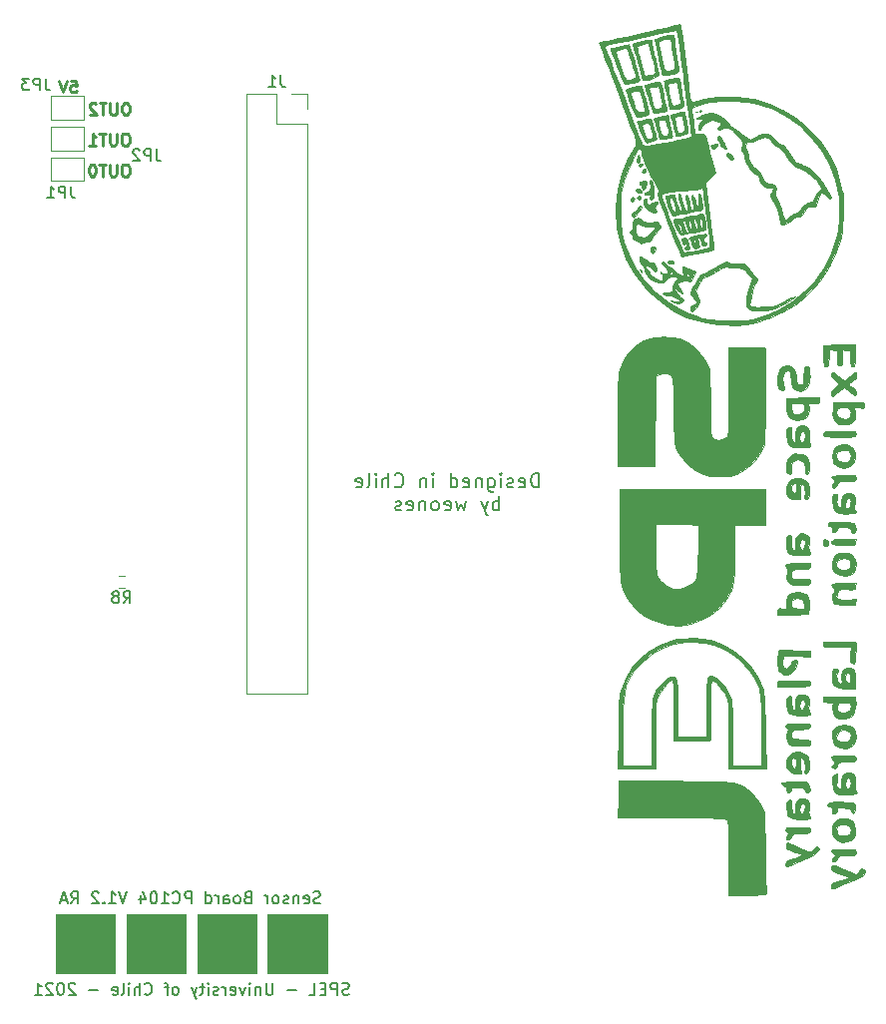
<source format=gbr>
G04 #@! TF.GenerationSoftware,KiCad,Pcbnew,(5.1.2)-2*
G04 #@! TF.CreationDate,2022-05-20T11:19:58-04:00*
G04 #@! TF.ProjectId,MAG_Plus,4d41475f-506c-4757-932e-6b696361645f,rev?*
G04 #@! TF.SameCoordinates,Original*
G04 #@! TF.FileFunction,Legend,Bot*
G04 #@! TF.FilePolarity,Positive*
%FSLAX46Y46*%
G04 Gerber Fmt 4.6, Leading zero omitted, Abs format (unit mm)*
G04 Created by KiCad (PCBNEW (5.1.2)-2) date 2022-05-20 11:19:58*
%MOMM*%
%LPD*%
G04 APERTURE LIST*
%ADD10C,0.150000*%
%ADD11C,0.250000*%
%ADD12C,0.100000*%
%ADD13C,0.010000*%
%ADD14C,0.120000*%
G04 APERTURE END LIST*
D10*
X87912857Y-85797857D02*
X87912857Y-84597857D01*
X87627142Y-84597857D01*
X87455714Y-84655000D01*
X87341428Y-84769285D01*
X87284285Y-84883571D01*
X87227142Y-85112142D01*
X87227142Y-85283571D01*
X87284285Y-85512142D01*
X87341428Y-85626428D01*
X87455714Y-85740714D01*
X87627142Y-85797857D01*
X87912857Y-85797857D01*
X86255714Y-85740714D02*
X86370000Y-85797857D01*
X86598571Y-85797857D01*
X86712857Y-85740714D01*
X86770000Y-85626428D01*
X86770000Y-85169285D01*
X86712857Y-85055000D01*
X86598571Y-84997857D01*
X86370000Y-84997857D01*
X86255714Y-85055000D01*
X86198571Y-85169285D01*
X86198571Y-85283571D01*
X86770000Y-85397857D01*
X85741428Y-85740714D02*
X85627142Y-85797857D01*
X85398571Y-85797857D01*
X85284285Y-85740714D01*
X85227142Y-85626428D01*
X85227142Y-85569285D01*
X85284285Y-85455000D01*
X85398571Y-85397857D01*
X85570000Y-85397857D01*
X85684285Y-85340714D01*
X85741428Y-85226428D01*
X85741428Y-85169285D01*
X85684285Y-85055000D01*
X85570000Y-84997857D01*
X85398571Y-84997857D01*
X85284285Y-85055000D01*
X84712857Y-85797857D02*
X84712857Y-84997857D01*
X84712857Y-84597857D02*
X84770000Y-84655000D01*
X84712857Y-84712142D01*
X84655714Y-84655000D01*
X84712857Y-84597857D01*
X84712857Y-84712142D01*
X83627142Y-84997857D02*
X83627142Y-85969285D01*
X83684285Y-86083571D01*
X83741428Y-86140714D01*
X83855714Y-86197857D01*
X84027142Y-86197857D01*
X84141428Y-86140714D01*
X83627142Y-85740714D02*
X83741428Y-85797857D01*
X83970000Y-85797857D01*
X84084285Y-85740714D01*
X84141428Y-85683571D01*
X84198571Y-85569285D01*
X84198571Y-85226428D01*
X84141428Y-85112142D01*
X84084285Y-85055000D01*
X83970000Y-84997857D01*
X83741428Y-84997857D01*
X83627142Y-85055000D01*
X83055714Y-84997857D02*
X83055714Y-85797857D01*
X83055714Y-85112142D02*
X82998571Y-85055000D01*
X82884285Y-84997857D01*
X82712857Y-84997857D01*
X82598571Y-85055000D01*
X82541428Y-85169285D01*
X82541428Y-85797857D01*
X81512857Y-85740714D02*
X81627142Y-85797857D01*
X81855714Y-85797857D01*
X81970000Y-85740714D01*
X82027142Y-85626428D01*
X82027142Y-85169285D01*
X81970000Y-85055000D01*
X81855714Y-84997857D01*
X81627142Y-84997857D01*
X81512857Y-85055000D01*
X81455714Y-85169285D01*
X81455714Y-85283571D01*
X82027142Y-85397857D01*
X80427142Y-85797857D02*
X80427142Y-84597857D01*
X80427142Y-85740714D02*
X80541428Y-85797857D01*
X80770000Y-85797857D01*
X80884285Y-85740714D01*
X80941428Y-85683571D01*
X80998571Y-85569285D01*
X80998571Y-85226428D01*
X80941428Y-85112142D01*
X80884285Y-85055000D01*
X80770000Y-84997857D01*
X80541428Y-84997857D01*
X80427142Y-85055000D01*
X78941428Y-85797857D02*
X78941428Y-84997857D01*
X78941428Y-84597857D02*
X78998571Y-84655000D01*
X78941428Y-84712142D01*
X78884285Y-84655000D01*
X78941428Y-84597857D01*
X78941428Y-84712142D01*
X78370000Y-84997857D02*
X78370000Y-85797857D01*
X78370000Y-85112142D02*
X78312857Y-85055000D01*
X78198571Y-84997857D01*
X78027142Y-84997857D01*
X77912857Y-85055000D01*
X77855714Y-85169285D01*
X77855714Y-85797857D01*
X75684285Y-85683571D02*
X75741428Y-85740714D01*
X75912857Y-85797857D01*
X76027142Y-85797857D01*
X76198571Y-85740714D01*
X76312857Y-85626428D01*
X76370000Y-85512142D01*
X76427142Y-85283571D01*
X76427142Y-85112142D01*
X76370000Y-84883571D01*
X76312857Y-84769285D01*
X76198571Y-84655000D01*
X76027142Y-84597857D01*
X75912857Y-84597857D01*
X75741428Y-84655000D01*
X75684285Y-84712142D01*
X75170000Y-85797857D02*
X75170000Y-84597857D01*
X74655714Y-85797857D02*
X74655714Y-85169285D01*
X74712857Y-85055000D01*
X74827142Y-84997857D01*
X74998571Y-84997857D01*
X75112857Y-85055000D01*
X75170000Y-85112142D01*
X74084285Y-85797857D02*
X74084285Y-84997857D01*
X74084285Y-84597857D02*
X74141428Y-84655000D01*
X74084285Y-84712142D01*
X74027142Y-84655000D01*
X74084285Y-84597857D01*
X74084285Y-84712142D01*
X73341428Y-85797857D02*
X73455714Y-85740714D01*
X73512857Y-85626428D01*
X73512857Y-84597857D01*
X72427142Y-85740714D02*
X72541428Y-85797857D01*
X72770000Y-85797857D01*
X72884285Y-85740714D01*
X72941428Y-85626428D01*
X72941428Y-85169285D01*
X72884285Y-85055000D01*
X72770000Y-84997857D01*
X72541428Y-84997857D01*
X72427142Y-85055000D01*
X72370000Y-85169285D01*
X72370000Y-85283571D01*
X72941428Y-85397857D01*
X84570000Y-87747857D02*
X84570000Y-86547857D01*
X84570000Y-87005000D02*
X84455714Y-86947857D01*
X84227142Y-86947857D01*
X84112857Y-87005000D01*
X84055714Y-87062142D01*
X83998571Y-87176428D01*
X83998571Y-87519285D01*
X84055714Y-87633571D01*
X84112857Y-87690714D01*
X84227142Y-87747857D01*
X84455714Y-87747857D01*
X84570000Y-87690714D01*
X83598571Y-86947857D02*
X83312857Y-87747857D01*
X83027142Y-86947857D02*
X83312857Y-87747857D01*
X83427142Y-88033571D01*
X83484285Y-88090714D01*
X83598571Y-88147857D01*
X81770000Y-86947857D02*
X81541428Y-87747857D01*
X81312857Y-87176428D01*
X81084285Y-87747857D01*
X80855714Y-86947857D01*
X79941428Y-87690714D02*
X80055714Y-87747857D01*
X80284285Y-87747857D01*
X80398571Y-87690714D01*
X80455714Y-87576428D01*
X80455714Y-87119285D01*
X80398571Y-87005000D01*
X80284285Y-86947857D01*
X80055714Y-86947857D01*
X79941428Y-87005000D01*
X79884285Y-87119285D01*
X79884285Y-87233571D01*
X80455714Y-87347857D01*
X79198571Y-87747857D02*
X79312857Y-87690714D01*
X79370000Y-87633571D01*
X79427142Y-87519285D01*
X79427142Y-87176428D01*
X79370000Y-87062142D01*
X79312857Y-87005000D01*
X79198571Y-86947857D01*
X79027142Y-86947857D01*
X78912857Y-87005000D01*
X78855714Y-87062142D01*
X78798571Y-87176428D01*
X78798571Y-87519285D01*
X78855714Y-87633571D01*
X78912857Y-87690714D01*
X79027142Y-87747857D01*
X79198571Y-87747857D01*
X78284285Y-86947857D02*
X78284285Y-87747857D01*
X78284285Y-87062142D02*
X78227142Y-87005000D01*
X78112857Y-86947857D01*
X77941428Y-86947857D01*
X77827142Y-87005000D01*
X77770000Y-87119285D01*
X77770000Y-87747857D01*
X76741428Y-87690714D02*
X76855714Y-87747857D01*
X77084285Y-87747857D01*
X77198571Y-87690714D01*
X77255714Y-87576428D01*
X77255714Y-87119285D01*
X77198571Y-87005000D01*
X77084285Y-86947857D01*
X76855714Y-86947857D01*
X76741428Y-87005000D01*
X76684285Y-87119285D01*
X76684285Y-87233571D01*
X77255714Y-87347857D01*
X76227142Y-87690714D02*
X76112857Y-87747857D01*
X75884285Y-87747857D01*
X75770000Y-87690714D01*
X75712857Y-87576428D01*
X75712857Y-87519285D01*
X75770000Y-87405000D01*
X75884285Y-87347857D01*
X76055714Y-87347857D01*
X76170000Y-87290714D01*
X76227142Y-87176428D01*
X76227142Y-87119285D01*
X76170000Y-87005000D01*
X76055714Y-86947857D01*
X75884285Y-86947857D01*
X75770000Y-87005000D01*
D11*
X48196476Y-51268380D02*
X48672666Y-51268380D01*
X48720285Y-51744571D01*
X48672666Y-51696952D01*
X48577428Y-51649333D01*
X48339333Y-51649333D01*
X48244095Y-51696952D01*
X48196476Y-51744571D01*
X48148857Y-51839809D01*
X48148857Y-52077904D01*
X48196476Y-52173142D01*
X48244095Y-52220761D01*
X48339333Y-52268380D01*
X48577428Y-52268380D01*
X48672666Y-52220761D01*
X48720285Y-52173142D01*
X47863142Y-51268380D02*
X47529809Y-52268380D01*
X47196476Y-51268380D01*
X52966190Y-53172380D02*
X52775714Y-53172380D01*
X52680476Y-53220000D01*
X52585238Y-53315238D01*
X52537619Y-53505714D01*
X52537619Y-53839047D01*
X52585238Y-54029523D01*
X52680476Y-54124761D01*
X52775714Y-54172380D01*
X52966190Y-54172380D01*
X53061428Y-54124761D01*
X53156666Y-54029523D01*
X53204285Y-53839047D01*
X53204285Y-53505714D01*
X53156666Y-53315238D01*
X53061428Y-53220000D01*
X52966190Y-53172380D01*
X52109047Y-53172380D02*
X52109047Y-53981904D01*
X52061428Y-54077142D01*
X52013809Y-54124761D01*
X51918571Y-54172380D01*
X51728095Y-54172380D01*
X51632857Y-54124761D01*
X51585238Y-54077142D01*
X51537619Y-53981904D01*
X51537619Y-53172380D01*
X51204285Y-53172380D02*
X50632857Y-53172380D01*
X50918571Y-54172380D02*
X50918571Y-53172380D01*
X50347142Y-53267619D02*
X50299523Y-53220000D01*
X50204285Y-53172380D01*
X49966190Y-53172380D01*
X49870952Y-53220000D01*
X49823333Y-53267619D01*
X49775714Y-53362857D01*
X49775714Y-53458095D01*
X49823333Y-53600952D01*
X50394761Y-54172380D01*
X49775714Y-54172380D01*
X52936190Y-55762380D02*
X52745714Y-55762380D01*
X52650476Y-55810000D01*
X52555238Y-55905238D01*
X52507619Y-56095714D01*
X52507619Y-56429047D01*
X52555238Y-56619523D01*
X52650476Y-56714761D01*
X52745714Y-56762380D01*
X52936190Y-56762380D01*
X53031428Y-56714761D01*
X53126666Y-56619523D01*
X53174285Y-56429047D01*
X53174285Y-56095714D01*
X53126666Y-55905238D01*
X53031428Y-55810000D01*
X52936190Y-55762380D01*
X52079047Y-55762380D02*
X52079047Y-56571904D01*
X52031428Y-56667142D01*
X51983809Y-56714761D01*
X51888571Y-56762380D01*
X51698095Y-56762380D01*
X51602857Y-56714761D01*
X51555238Y-56667142D01*
X51507619Y-56571904D01*
X51507619Y-55762380D01*
X51174285Y-55762380D02*
X50602857Y-55762380D01*
X50888571Y-56762380D02*
X50888571Y-55762380D01*
X49745714Y-56762380D02*
X50317142Y-56762380D01*
X50031428Y-56762380D02*
X50031428Y-55762380D01*
X50126666Y-55905238D01*
X50221904Y-56000476D01*
X50317142Y-56048095D01*
X52936190Y-58392380D02*
X52745714Y-58392380D01*
X52650476Y-58440000D01*
X52555238Y-58535238D01*
X52507619Y-58725714D01*
X52507619Y-59059047D01*
X52555238Y-59249523D01*
X52650476Y-59344761D01*
X52745714Y-59392380D01*
X52936190Y-59392380D01*
X53031428Y-59344761D01*
X53126666Y-59249523D01*
X53174285Y-59059047D01*
X53174285Y-58725714D01*
X53126666Y-58535238D01*
X53031428Y-58440000D01*
X52936190Y-58392380D01*
X52079047Y-58392380D02*
X52079047Y-59201904D01*
X52031428Y-59297142D01*
X51983809Y-59344761D01*
X51888571Y-59392380D01*
X51698095Y-59392380D01*
X51602857Y-59344761D01*
X51555238Y-59297142D01*
X51507619Y-59201904D01*
X51507619Y-58392380D01*
X51174285Y-58392380D02*
X50602857Y-58392380D01*
X50888571Y-59392380D02*
X50888571Y-58392380D01*
X50079047Y-58392380D02*
X49983809Y-58392380D01*
X49888571Y-58440000D01*
X49840952Y-58487619D01*
X49793333Y-58582857D01*
X49745714Y-58773333D01*
X49745714Y-59011428D01*
X49793333Y-59201904D01*
X49840952Y-59297142D01*
X49888571Y-59344761D01*
X49983809Y-59392380D01*
X50079047Y-59392380D01*
X50174285Y-59344761D01*
X50221904Y-59297142D01*
X50269523Y-59201904D01*
X50317142Y-59011428D01*
X50317142Y-58773333D01*
X50269523Y-58582857D01*
X50221904Y-58487619D01*
X50174285Y-58440000D01*
X50079047Y-58392380D01*
D10*
X71813333Y-128784761D02*
X71670476Y-128832380D01*
X71432380Y-128832380D01*
X71337142Y-128784761D01*
X71289523Y-128737142D01*
X71241904Y-128641904D01*
X71241904Y-128546666D01*
X71289523Y-128451428D01*
X71337142Y-128403809D01*
X71432380Y-128356190D01*
X71622857Y-128308571D01*
X71718095Y-128260952D01*
X71765714Y-128213333D01*
X71813333Y-128118095D01*
X71813333Y-128022857D01*
X71765714Y-127927619D01*
X71718095Y-127880000D01*
X71622857Y-127832380D01*
X71384761Y-127832380D01*
X71241904Y-127880000D01*
X70813333Y-128832380D02*
X70813333Y-127832380D01*
X70432380Y-127832380D01*
X70337142Y-127880000D01*
X70289523Y-127927619D01*
X70241904Y-128022857D01*
X70241904Y-128165714D01*
X70289523Y-128260952D01*
X70337142Y-128308571D01*
X70432380Y-128356190D01*
X70813333Y-128356190D01*
X69813333Y-128308571D02*
X69480000Y-128308571D01*
X69337142Y-128832380D02*
X69813333Y-128832380D01*
X69813333Y-127832380D01*
X69337142Y-127832380D01*
X68432380Y-128832380D02*
X68908571Y-128832380D01*
X68908571Y-127832380D01*
X67337142Y-128451428D02*
X66575238Y-128451428D01*
X65337142Y-127832380D02*
X65337142Y-128641904D01*
X65289523Y-128737142D01*
X65241904Y-128784761D01*
X65146666Y-128832380D01*
X64956190Y-128832380D01*
X64860952Y-128784761D01*
X64813333Y-128737142D01*
X64765714Y-128641904D01*
X64765714Y-127832380D01*
X64289523Y-128165714D02*
X64289523Y-128832380D01*
X64289523Y-128260952D02*
X64241904Y-128213333D01*
X64146666Y-128165714D01*
X64003809Y-128165714D01*
X63908571Y-128213333D01*
X63860952Y-128308571D01*
X63860952Y-128832380D01*
X63384761Y-128832380D02*
X63384761Y-128165714D01*
X63384761Y-127832380D02*
X63432380Y-127880000D01*
X63384761Y-127927619D01*
X63337142Y-127880000D01*
X63384761Y-127832380D01*
X63384761Y-127927619D01*
X63003809Y-128165714D02*
X62765714Y-128832380D01*
X62527619Y-128165714D01*
X61765714Y-128784761D02*
X61860952Y-128832380D01*
X62051428Y-128832380D01*
X62146666Y-128784761D01*
X62194285Y-128689523D01*
X62194285Y-128308571D01*
X62146666Y-128213333D01*
X62051428Y-128165714D01*
X61860952Y-128165714D01*
X61765714Y-128213333D01*
X61718095Y-128308571D01*
X61718095Y-128403809D01*
X62194285Y-128499047D01*
X61289523Y-128832380D02*
X61289523Y-128165714D01*
X61289523Y-128356190D02*
X61241904Y-128260952D01*
X61194285Y-128213333D01*
X61099047Y-128165714D01*
X61003809Y-128165714D01*
X60718095Y-128784761D02*
X60622857Y-128832380D01*
X60432380Y-128832380D01*
X60337142Y-128784761D01*
X60289523Y-128689523D01*
X60289523Y-128641904D01*
X60337142Y-128546666D01*
X60432380Y-128499047D01*
X60575238Y-128499047D01*
X60670476Y-128451428D01*
X60718095Y-128356190D01*
X60718095Y-128308571D01*
X60670476Y-128213333D01*
X60575238Y-128165714D01*
X60432380Y-128165714D01*
X60337142Y-128213333D01*
X59860952Y-128832380D02*
X59860952Y-128165714D01*
X59860952Y-127832380D02*
X59908571Y-127880000D01*
X59860952Y-127927619D01*
X59813333Y-127880000D01*
X59860952Y-127832380D01*
X59860952Y-127927619D01*
X59527619Y-128165714D02*
X59146666Y-128165714D01*
X59384761Y-127832380D02*
X59384761Y-128689523D01*
X59337142Y-128784761D01*
X59241904Y-128832380D01*
X59146666Y-128832380D01*
X58908571Y-128165714D02*
X58670476Y-128832380D01*
X58432380Y-128165714D02*
X58670476Y-128832380D01*
X58765714Y-129070476D01*
X58813333Y-129118095D01*
X58908571Y-129165714D01*
X57146666Y-128832380D02*
X57241904Y-128784761D01*
X57289523Y-128737142D01*
X57337142Y-128641904D01*
X57337142Y-128356190D01*
X57289523Y-128260952D01*
X57241904Y-128213333D01*
X57146666Y-128165714D01*
X57003809Y-128165714D01*
X56908571Y-128213333D01*
X56860952Y-128260952D01*
X56813333Y-128356190D01*
X56813333Y-128641904D01*
X56860952Y-128737142D01*
X56908571Y-128784761D01*
X57003809Y-128832380D01*
X57146666Y-128832380D01*
X56527619Y-128165714D02*
X56146666Y-128165714D01*
X56384761Y-128832380D02*
X56384761Y-127975238D01*
X56337142Y-127880000D01*
X56241904Y-127832380D01*
X56146666Y-127832380D01*
X54480000Y-128737142D02*
X54527619Y-128784761D01*
X54670476Y-128832380D01*
X54765714Y-128832380D01*
X54908571Y-128784761D01*
X55003809Y-128689523D01*
X55051428Y-128594285D01*
X55099047Y-128403809D01*
X55099047Y-128260952D01*
X55051428Y-128070476D01*
X55003809Y-127975238D01*
X54908571Y-127880000D01*
X54765714Y-127832380D01*
X54670476Y-127832380D01*
X54527619Y-127880000D01*
X54480000Y-127927619D01*
X54051428Y-128832380D02*
X54051428Y-127832380D01*
X53622857Y-128832380D02*
X53622857Y-128308571D01*
X53670476Y-128213333D01*
X53765714Y-128165714D01*
X53908571Y-128165714D01*
X54003809Y-128213333D01*
X54051428Y-128260952D01*
X53146666Y-128832380D02*
X53146666Y-128165714D01*
X53146666Y-127832380D02*
X53194285Y-127880000D01*
X53146666Y-127927619D01*
X53099047Y-127880000D01*
X53146666Y-127832380D01*
X53146666Y-127927619D01*
X52527619Y-128832380D02*
X52622857Y-128784761D01*
X52670476Y-128689523D01*
X52670476Y-127832380D01*
X51765714Y-128784761D02*
X51860952Y-128832380D01*
X52051428Y-128832380D01*
X52146666Y-128784761D01*
X52194285Y-128689523D01*
X52194285Y-128308571D01*
X52146666Y-128213333D01*
X52051428Y-128165714D01*
X51860952Y-128165714D01*
X51765714Y-128213333D01*
X51718095Y-128308571D01*
X51718095Y-128403809D01*
X52194285Y-128499047D01*
X50527619Y-128451428D02*
X49765714Y-128451428D01*
X48575238Y-127927619D02*
X48527619Y-127880000D01*
X48432380Y-127832380D01*
X48194285Y-127832380D01*
X48099047Y-127880000D01*
X48051428Y-127927619D01*
X48003809Y-128022857D01*
X48003809Y-128118095D01*
X48051428Y-128260952D01*
X48622857Y-128832380D01*
X48003809Y-128832380D01*
X47384761Y-127832380D02*
X47289523Y-127832380D01*
X47194285Y-127880000D01*
X47146666Y-127927619D01*
X47099047Y-128022857D01*
X47051428Y-128213333D01*
X47051428Y-128451428D01*
X47099047Y-128641904D01*
X47146666Y-128737142D01*
X47194285Y-128784761D01*
X47289523Y-128832380D01*
X47384761Y-128832380D01*
X47480000Y-128784761D01*
X47527619Y-128737142D01*
X47575238Y-128641904D01*
X47622857Y-128451428D01*
X47622857Y-128213333D01*
X47575238Y-128022857D01*
X47527619Y-127927619D01*
X47480000Y-127880000D01*
X47384761Y-127832380D01*
X46670476Y-127927619D02*
X46622857Y-127880000D01*
X46527619Y-127832380D01*
X46289523Y-127832380D01*
X46194285Y-127880000D01*
X46146666Y-127927619D01*
X46099047Y-128022857D01*
X46099047Y-128118095D01*
X46146666Y-128260952D01*
X46718095Y-128832380D01*
X46099047Y-128832380D01*
X45146666Y-128832380D02*
X45718095Y-128832380D01*
X45432380Y-128832380D02*
X45432380Y-127832380D01*
X45527619Y-127975238D01*
X45622857Y-128070476D01*
X45718095Y-128118095D01*
D12*
G36*
X51930000Y-127030000D02*
G01*
X46930000Y-127030000D01*
X46930000Y-122030000D01*
X51930000Y-122030000D01*
X51930000Y-127030000D01*
G37*
X51930000Y-127030000D02*
X46930000Y-127030000D01*
X46930000Y-122030000D01*
X51930000Y-122030000D01*
X51930000Y-127030000D01*
G36*
X57930000Y-127030000D02*
G01*
X52930000Y-127030000D01*
X52930000Y-122030000D01*
X57930000Y-122030000D01*
X57930000Y-127030000D01*
G37*
X57930000Y-127030000D02*
X52930000Y-127030000D01*
X52930000Y-122030000D01*
X57930000Y-122030000D01*
X57930000Y-127030000D01*
G36*
X63930000Y-127030000D02*
G01*
X58930000Y-127030000D01*
X58930000Y-122030000D01*
X63930000Y-122030000D01*
X63930000Y-127030000D01*
G37*
X63930000Y-127030000D02*
X58930000Y-127030000D01*
X58930000Y-122030000D01*
X63930000Y-122030000D01*
X63930000Y-127030000D01*
G36*
X69930000Y-127030000D02*
G01*
X64930000Y-127030000D01*
X64930000Y-122030000D01*
X69930000Y-122030000D01*
X69930000Y-127030000D01*
G37*
X69930000Y-127030000D02*
X64930000Y-127030000D01*
X64930000Y-122030000D01*
X69930000Y-122030000D01*
X69930000Y-127030000D01*
D10*
X69380000Y-121034761D02*
X69237142Y-121082380D01*
X68999047Y-121082380D01*
X68903809Y-121034761D01*
X68856190Y-120987142D01*
X68808571Y-120891904D01*
X68808571Y-120796666D01*
X68856190Y-120701428D01*
X68903809Y-120653809D01*
X68999047Y-120606190D01*
X69189523Y-120558571D01*
X69284761Y-120510952D01*
X69332380Y-120463333D01*
X69380000Y-120368095D01*
X69380000Y-120272857D01*
X69332380Y-120177619D01*
X69284761Y-120130000D01*
X69189523Y-120082380D01*
X68951428Y-120082380D01*
X68808571Y-120130000D01*
X67999047Y-121034761D02*
X68094285Y-121082380D01*
X68284761Y-121082380D01*
X68380000Y-121034761D01*
X68427619Y-120939523D01*
X68427619Y-120558571D01*
X68380000Y-120463333D01*
X68284761Y-120415714D01*
X68094285Y-120415714D01*
X67999047Y-120463333D01*
X67951428Y-120558571D01*
X67951428Y-120653809D01*
X68427619Y-120749047D01*
X67522857Y-120415714D02*
X67522857Y-121082380D01*
X67522857Y-120510952D02*
X67475238Y-120463333D01*
X67380000Y-120415714D01*
X67237142Y-120415714D01*
X67141904Y-120463333D01*
X67094285Y-120558571D01*
X67094285Y-121082380D01*
X66665714Y-121034761D02*
X66570476Y-121082380D01*
X66380000Y-121082380D01*
X66284761Y-121034761D01*
X66237142Y-120939523D01*
X66237142Y-120891904D01*
X66284761Y-120796666D01*
X66380000Y-120749047D01*
X66522857Y-120749047D01*
X66618095Y-120701428D01*
X66665714Y-120606190D01*
X66665714Y-120558571D01*
X66618095Y-120463333D01*
X66522857Y-120415714D01*
X66380000Y-120415714D01*
X66284761Y-120463333D01*
X65665714Y-121082380D02*
X65760952Y-121034761D01*
X65808571Y-120987142D01*
X65856190Y-120891904D01*
X65856190Y-120606190D01*
X65808571Y-120510952D01*
X65760952Y-120463333D01*
X65665714Y-120415714D01*
X65522857Y-120415714D01*
X65427619Y-120463333D01*
X65380000Y-120510952D01*
X65332380Y-120606190D01*
X65332380Y-120891904D01*
X65380000Y-120987142D01*
X65427619Y-121034761D01*
X65522857Y-121082380D01*
X65665714Y-121082380D01*
X64903809Y-121082380D02*
X64903809Y-120415714D01*
X64903809Y-120606190D02*
X64856190Y-120510952D01*
X64808571Y-120463333D01*
X64713333Y-120415714D01*
X64618095Y-120415714D01*
X63189523Y-120558571D02*
X63046666Y-120606190D01*
X62999047Y-120653809D01*
X62951428Y-120749047D01*
X62951428Y-120891904D01*
X62999047Y-120987142D01*
X63046666Y-121034761D01*
X63141904Y-121082380D01*
X63522857Y-121082380D01*
X63522857Y-120082380D01*
X63189523Y-120082380D01*
X63094285Y-120130000D01*
X63046666Y-120177619D01*
X62999047Y-120272857D01*
X62999047Y-120368095D01*
X63046666Y-120463333D01*
X63094285Y-120510952D01*
X63189523Y-120558571D01*
X63522857Y-120558571D01*
X62380000Y-121082380D02*
X62475238Y-121034761D01*
X62522857Y-120987142D01*
X62570476Y-120891904D01*
X62570476Y-120606190D01*
X62522857Y-120510952D01*
X62475238Y-120463333D01*
X62380000Y-120415714D01*
X62237142Y-120415714D01*
X62141904Y-120463333D01*
X62094285Y-120510952D01*
X62046666Y-120606190D01*
X62046666Y-120891904D01*
X62094285Y-120987142D01*
X62141904Y-121034761D01*
X62237142Y-121082380D01*
X62380000Y-121082380D01*
X61189523Y-121082380D02*
X61189523Y-120558571D01*
X61237142Y-120463333D01*
X61332380Y-120415714D01*
X61522857Y-120415714D01*
X61618095Y-120463333D01*
X61189523Y-121034761D02*
X61284761Y-121082380D01*
X61522857Y-121082380D01*
X61618095Y-121034761D01*
X61665714Y-120939523D01*
X61665714Y-120844285D01*
X61618095Y-120749047D01*
X61522857Y-120701428D01*
X61284761Y-120701428D01*
X61189523Y-120653809D01*
X60713333Y-121082380D02*
X60713333Y-120415714D01*
X60713333Y-120606190D02*
X60665714Y-120510952D01*
X60618095Y-120463333D01*
X60522857Y-120415714D01*
X60427619Y-120415714D01*
X59665714Y-121082380D02*
X59665714Y-120082380D01*
X59665714Y-121034761D02*
X59760952Y-121082380D01*
X59951428Y-121082380D01*
X60046666Y-121034761D01*
X60094285Y-120987142D01*
X60141904Y-120891904D01*
X60141904Y-120606190D01*
X60094285Y-120510952D01*
X60046666Y-120463333D01*
X59951428Y-120415714D01*
X59760952Y-120415714D01*
X59665714Y-120463333D01*
X58427619Y-121082380D02*
X58427619Y-120082380D01*
X58046666Y-120082380D01*
X57951428Y-120130000D01*
X57903809Y-120177619D01*
X57856190Y-120272857D01*
X57856190Y-120415714D01*
X57903809Y-120510952D01*
X57951428Y-120558571D01*
X58046666Y-120606190D01*
X58427619Y-120606190D01*
X56856190Y-120987142D02*
X56903809Y-121034761D01*
X57046666Y-121082380D01*
X57141904Y-121082380D01*
X57284761Y-121034761D01*
X57380000Y-120939523D01*
X57427619Y-120844285D01*
X57475238Y-120653809D01*
X57475238Y-120510952D01*
X57427619Y-120320476D01*
X57380000Y-120225238D01*
X57284761Y-120130000D01*
X57141904Y-120082380D01*
X57046666Y-120082380D01*
X56903809Y-120130000D01*
X56856190Y-120177619D01*
X55903809Y-121082380D02*
X56475238Y-121082380D01*
X56189523Y-121082380D02*
X56189523Y-120082380D01*
X56284761Y-120225238D01*
X56380000Y-120320476D01*
X56475238Y-120368095D01*
X55284761Y-120082380D02*
X55189523Y-120082380D01*
X55094285Y-120130000D01*
X55046666Y-120177619D01*
X54999047Y-120272857D01*
X54951428Y-120463333D01*
X54951428Y-120701428D01*
X54999047Y-120891904D01*
X55046666Y-120987142D01*
X55094285Y-121034761D01*
X55189523Y-121082380D01*
X55284761Y-121082380D01*
X55380000Y-121034761D01*
X55427619Y-120987142D01*
X55475238Y-120891904D01*
X55522857Y-120701428D01*
X55522857Y-120463333D01*
X55475238Y-120272857D01*
X55427619Y-120177619D01*
X55380000Y-120130000D01*
X55284761Y-120082380D01*
X54094285Y-120415714D02*
X54094285Y-121082380D01*
X54332380Y-120034761D02*
X54570476Y-120749047D01*
X53951428Y-120749047D01*
X52951428Y-120082380D02*
X52618095Y-121082380D01*
X52284761Y-120082380D01*
X51427619Y-121082380D02*
X51999047Y-121082380D01*
X51713333Y-121082380D02*
X51713333Y-120082380D01*
X51808571Y-120225238D01*
X51903809Y-120320476D01*
X51999047Y-120368095D01*
X50999047Y-120987142D02*
X50951428Y-121034761D01*
X50999047Y-121082380D01*
X51046666Y-121034761D01*
X50999047Y-120987142D01*
X50999047Y-121082380D01*
X50570476Y-120177619D02*
X50522857Y-120130000D01*
X50427619Y-120082380D01*
X50189523Y-120082380D01*
X50094285Y-120130000D01*
X50046666Y-120177619D01*
X49999047Y-120272857D01*
X49999047Y-120368095D01*
X50046666Y-120510952D01*
X50618095Y-121082380D01*
X49999047Y-121082380D01*
X48237142Y-121082380D02*
X48570476Y-120606190D01*
X48808571Y-121082380D02*
X48808571Y-120082380D01*
X48427619Y-120082380D01*
X48332380Y-120130000D01*
X48284761Y-120177619D01*
X48237142Y-120272857D01*
X48237142Y-120415714D01*
X48284761Y-120510952D01*
X48332380Y-120558571D01*
X48427619Y-120606190D01*
X48808571Y-120606190D01*
X47856190Y-120796666D02*
X47380000Y-120796666D01*
X47951428Y-121082380D02*
X47618095Y-120082380D01*
X47284761Y-121082380D01*
D13*
G36*
X94020867Y-48632422D02*
G01*
X94108885Y-48889967D01*
X94246051Y-49274630D01*
X94420499Y-49752911D01*
X94530546Y-50050491D01*
X94757953Y-50638808D01*
X94953413Y-51097198D01*
X95107220Y-51404771D01*
X95209667Y-51540634D01*
X95225051Y-51545394D01*
X95400756Y-51527104D01*
X95699991Y-51485814D01*
X95906531Y-51454282D01*
X96244127Y-51382391D01*
X96408858Y-51293538D01*
X96439416Y-51200113D01*
X96406357Y-51043555D01*
X96323519Y-50730037D01*
X96202314Y-50300716D01*
X96054153Y-49796744D01*
X96004733Y-49632449D01*
X95851771Y-49128298D01*
X95721179Y-48700942D01*
X95624121Y-48386684D01*
X95571762Y-48221823D01*
X95566042Y-48206099D01*
X95468767Y-48216263D01*
X95357120Y-48236575D01*
X95357120Y-48516816D01*
X95382769Y-48529844D01*
X95430444Y-48642449D01*
X95521190Y-48905737D01*
X95640015Y-49271340D01*
X95771923Y-49690892D01*
X95901921Y-50116024D01*
X96015016Y-50498369D01*
X96096212Y-50789559D01*
X96130516Y-50941227D01*
X96130597Y-50942194D01*
X96051127Y-51056607D01*
X95906531Y-51122207D01*
X95614740Y-51174803D01*
X95453703Y-51186136D01*
X95382415Y-51182003D01*
X95318839Y-51153225D01*
X95252670Y-51076746D01*
X95173608Y-50929514D01*
X95071350Y-50688475D01*
X94935594Y-50330576D01*
X94756038Y-49832764D01*
X94522379Y-49171986D01*
X94406487Y-48842750D01*
X94474074Y-48763572D01*
X94674152Y-48668562D01*
X94935499Y-48580549D01*
X95186895Y-48522358D01*
X95357120Y-48516816D01*
X95357120Y-48236575D01*
X95229283Y-48259833D01*
X94907567Y-48324244D01*
X94563597Y-48396930D01*
X94257348Y-48465323D01*
X94048799Y-48516859D01*
X93993863Y-48535494D01*
X94020867Y-48632422D01*
X94020867Y-48632422D01*
G37*
X94020867Y-48632422D02*
X94108885Y-48889967D01*
X94246051Y-49274630D01*
X94420499Y-49752911D01*
X94530546Y-50050491D01*
X94757953Y-50638808D01*
X94953413Y-51097198D01*
X95107220Y-51404771D01*
X95209667Y-51540634D01*
X95225051Y-51545394D01*
X95400756Y-51527104D01*
X95699991Y-51485814D01*
X95906531Y-51454282D01*
X96244127Y-51382391D01*
X96408858Y-51293538D01*
X96439416Y-51200113D01*
X96406357Y-51043555D01*
X96323519Y-50730037D01*
X96202314Y-50300716D01*
X96054153Y-49796744D01*
X96004733Y-49632449D01*
X95851771Y-49128298D01*
X95721179Y-48700942D01*
X95624121Y-48386684D01*
X95571762Y-48221823D01*
X95566042Y-48206099D01*
X95468767Y-48216263D01*
X95357120Y-48236575D01*
X95357120Y-48516816D01*
X95382769Y-48529844D01*
X95430444Y-48642449D01*
X95521190Y-48905737D01*
X95640015Y-49271340D01*
X95771923Y-49690892D01*
X95901921Y-50116024D01*
X96015016Y-50498369D01*
X96096212Y-50789559D01*
X96130516Y-50941227D01*
X96130597Y-50942194D01*
X96051127Y-51056607D01*
X95906531Y-51122207D01*
X95614740Y-51174803D01*
X95453703Y-51186136D01*
X95382415Y-51182003D01*
X95318839Y-51153225D01*
X95252670Y-51076746D01*
X95173608Y-50929514D01*
X95071350Y-50688475D01*
X94935594Y-50330576D01*
X94756038Y-49832764D01*
X94522379Y-49171986D01*
X94406487Y-48842750D01*
X94474074Y-48763572D01*
X94674152Y-48668562D01*
X94935499Y-48580549D01*
X95186895Y-48522358D01*
X95357120Y-48516816D01*
X95357120Y-48236575D01*
X95229283Y-48259833D01*
X94907567Y-48324244D01*
X94563597Y-48396930D01*
X94257348Y-48465323D01*
X94048799Y-48516859D01*
X93993863Y-48535494D01*
X94020867Y-48632422D01*
G36*
X95347685Y-52227076D02*
G01*
X95441744Y-52520222D01*
X95575651Y-52894095D01*
X95731230Y-53302193D01*
X95890307Y-53698014D01*
X96034707Y-54035059D01*
X96146254Y-54266825D01*
X96205130Y-54347140D01*
X96516890Y-54316419D01*
X96838375Y-54251293D01*
X97106069Y-54169009D01*
X97256452Y-54086811D01*
X97269561Y-54058138D01*
X97237492Y-53912956D01*
X97158935Y-53615518D01*
X97046495Y-53212314D01*
X96941049Y-52846327D01*
X96811436Y-52404703D01*
X96704541Y-52044722D01*
X96632759Y-51807855D01*
X96608709Y-51734433D01*
X96497596Y-51724876D01*
X96491831Y-51725785D01*
X96491831Y-52172449D01*
X96722416Y-52950000D01*
X96828635Y-53331431D01*
X96901502Y-53638725D01*
X96928044Y-53815868D01*
X96926534Y-53831225D01*
X96816274Y-53902101D01*
X96583801Y-53934666D01*
X96561017Y-53934898D01*
X96392534Y-53925406D01*
X96272339Y-53870992D01*
X96170188Y-53732748D01*
X96055840Y-53471766D01*
X95922460Y-53113388D01*
X95791432Y-52734369D01*
X95701581Y-52435600D01*
X95666823Y-52265092D01*
X95670532Y-52244298D01*
X95795651Y-52210330D01*
X96044002Y-52187062D01*
X96104971Y-52184585D01*
X96491831Y-52172449D01*
X96491831Y-51725785D01*
X96256499Y-51762894D01*
X95951405Y-51831864D01*
X95648301Y-51915165D01*
X95413176Y-51996174D01*
X95312016Y-52058271D01*
X95311648Y-52061156D01*
X95347685Y-52227076D01*
X95347685Y-52227076D01*
G37*
X95347685Y-52227076D02*
X95441744Y-52520222D01*
X95575651Y-52894095D01*
X95731230Y-53302193D01*
X95890307Y-53698014D01*
X96034707Y-54035059D01*
X96146254Y-54266825D01*
X96205130Y-54347140D01*
X96516890Y-54316419D01*
X96838375Y-54251293D01*
X97106069Y-54169009D01*
X97256452Y-54086811D01*
X97269561Y-54058138D01*
X97237492Y-53912956D01*
X97158935Y-53615518D01*
X97046495Y-53212314D01*
X96941049Y-52846327D01*
X96811436Y-52404703D01*
X96704541Y-52044722D01*
X96632759Y-51807855D01*
X96608709Y-51734433D01*
X96497596Y-51724876D01*
X96491831Y-51725785D01*
X96491831Y-52172449D01*
X96722416Y-52950000D01*
X96828635Y-53331431D01*
X96901502Y-53638725D01*
X96928044Y-53815868D01*
X96926534Y-53831225D01*
X96816274Y-53902101D01*
X96583801Y-53934666D01*
X96561017Y-53934898D01*
X96392534Y-53925406D01*
X96272339Y-53870992D01*
X96170188Y-53732748D01*
X96055840Y-53471766D01*
X95922460Y-53113388D01*
X95791432Y-52734369D01*
X95701581Y-52435600D01*
X95666823Y-52265092D01*
X95670532Y-52244298D01*
X95795651Y-52210330D01*
X96044002Y-52187062D01*
X96104971Y-52184585D01*
X96491831Y-52172449D01*
X96491831Y-51725785D01*
X96256499Y-51762894D01*
X95951405Y-51831864D01*
X95648301Y-51915165D01*
X95413176Y-51996174D01*
X95312016Y-52058271D01*
X95311648Y-52061156D01*
X95347685Y-52227076D01*
G36*
X96280331Y-54871548D02*
G01*
X96375969Y-55128386D01*
X96507970Y-55463508D01*
X96653918Y-55821827D01*
X96791396Y-56148253D01*
X96897989Y-56387698D01*
X96949881Y-56484145D01*
X97096839Y-56510335D01*
X97341474Y-56477926D01*
X97606898Y-56407186D01*
X97816226Y-56318380D01*
X97893082Y-56235532D01*
X97862344Y-56081640D01*
X97789351Y-55786803D01*
X97688706Y-55409476D01*
X97667998Y-55334490D01*
X97562872Y-54962879D01*
X97478651Y-54678022D01*
X97430494Y-54530863D01*
X97426199Y-54521964D01*
X97324367Y-54524449D01*
X97160016Y-54548845D01*
X97160016Y-54858630D01*
X97268234Y-54921723D01*
X97358229Y-55115427D01*
X97420641Y-55308140D01*
X97534944Y-55749302D01*
X97547926Y-56031555D01*
X97456089Y-56178809D01*
X97287857Y-56215715D01*
X97133696Y-56185282D01*
X97013549Y-56064366D01*
X96892506Y-55808541D01*
X96824087Y-55625471D01*
X96719560Y-55307569D01*
X96661974Y-55076706D01*
X96660924Y-54992096D01*
X96788145Y-54938474D01*
X96988954Y-54882112D01*
X97160016Y-54858630D01*
X97160016Y-54548845D01*
X97091851Y-54558964D01*
X96798244Y-54612204D01*
X96513138Y-54670864D01*
X96306128Y-54721638D01*
X96243470Y-54748083D01*
X96280331Y-54871548D01*
X96280331Y-54871548D01*
G37*
X96280331Y-54871548D02*
X96375969Y-55128386D01*
X96507970Y-55463508D01*
X96653918Y-55821827D01*
X96791396Y-56148253D01*
X96897989Y-56387698D01*
X96949881Y-56484145D01*
X97096839Y-56510335D01*
X97341474Y-56477926D01*
X97606898Y-56407186D01*
X97816226Y-56318380D01*
X97893082Y-56235532D01*
X97862344Y-56081640D01*
X97789351Y-55786803D01*
X97688706Y-55409476D01*
X97667998Y-55334490D01*
X97562872Y-54962879D01*
X97478651Y-54678022D01*
X97430494Y-54530863D01*
X97426199Y-54521964D01*
X97324367Y-54524449D01*
X97160016Y-54548845D01*
X97160016Y-54858630D01*
X97268234Y-54921723D01*
X97358229Y-55115427D01*
X97420641Y-55308140D01*
X97534944Y-55749302D01*
X97547926Y-56031555D01*
X97456089Y-56178809D01*
X97287857Y-56215715D01*
X97133696Y-56185282D01*
X97013549Y-56064366D01*
X96892506Y-55808541D01*
X96824087Y-55625471D01*
X96719560Y-55307569D01*
X96661974Y-55076706D01*
X96660924Y-54992096D01*
X96788145Y-54938474D01*
X96988954Y-54882112D01*
X97160016Y-54858630D01*
X97160016Y-54548845D01*
X97091851Y-54558964D01*
X96798244Y-54612204D01*
X96513138Y-54670864D01*
X96306128Y-54721638D01*
X96243470Y-54748083D01*
X96280331Y-54871548D01*
G36*
X95889937Y-48276255D02*
G01*
X95965962Y-48488084D01*
X96075039Y-48833672D01*
X96203488Y-49264582D01*
X96337629Y-49732379D01*
X96463782Y-50188628D01*
X96568267Y-50584893D01*
X96637405Y-50872738D01*
X96658164Y-50996299D01*
X96697468Y-51175889D01*
X96735919Y-51223093D01*
X96879477Y-51229619D01*
X97140520Y-51183018D01*
X97455985Y-51101626D01*
X97762811Y-51003776D01*
X97997936Y-50907804D01*
X98098297Y-50832044D01*
X98098572Y-50826917D01*
X98071518Y-50690033D01*
X98005839Y-50394424D01*
X97911266Y-49982993D01*
X97797531Y-49498646D01*
X97792383Y-49476939D01*
X97677255Y-48973969D01*
X97582290Y-48525439D01*
X97517368Y-48180383D01*
X97492382Y-47988353D01*
X97452864Y-47810775D01*
X97305563Y-47787475D01*
X97254286Y-47798015D01*
X97217267Y-47806357D01*
X97217267Y-48091250D01*
X97229838Y-48098597D01*
X97263206Y-48206100D01*
X97329483Y-48467371D01*
X97417441Y-48833581D01*
X97515851Y-49255904D01*
X97613485Y-49685512D01*
X97699115Y-50073579D01*
X97761512Y-50371275D01*
X97789449Y-50529775D01*
X97789762Y-50533474D01*
X97742671Y-50685806D01*
X97720027Y-50705490D01*
X97573201Y-50755591D01*
X97316074Y-50814861D01*
X97273645Y-50823040D01*
X96905808Y-50892047D01*
X96574639Y-49708865D01*
X96444916Y-49236703D01*
X96339032Y-48834759D01*
X96268170Y-48546634D01*
X96243470Y-48417497D01*
X96332300Y-48343713D01*
X96548913Y-48250008D01*
X96818491Y-48160569D01*
X97066215Y-48099587D01*
X97217267Y-48091250D01*
X97217267Y-47806357D01*
X97025327Y-47849615D01*
X96682285Y-47925237D01*
X96420514Y-47982243D01*
X96081571Y-48067240D01*
X95912741Y-48146594D01*
X95878349Y-48240071D01*
X95889937Y-48276255D01*
X95889937Y-48276255D01*
G37*
X95889937Y-48276255D02*
X95965962Y-48488084D01*
X96075039Y-48833672D01*
X96203488Y-49264582D01*
X96337629Y-49732379D01*
X96463782Y-50188628D01*
X96568267Y-50584893D01*
X96637405Y-50872738D01*
X96658164Y-50996299D01*
X96697468Y-51175889D01*
X96735919Y-51223093D01*
X96879477Y-51229619D01*
X97140520Y-51183018D01*
X97455985Y-51101626D01*
X97762811Y-51003776D01*
X97997936Y-50907804D01*
X98098297Y-50832044D01*
X98098572Y-50826917D01*
X98071518Y-50690033D01*
X98005839Y-50394424D01*
X97911266Y-49982993D01*
X97797531Y-49498646D01*
X97792383Y-49476939D01*
X97677255Y-48973969D01*
X97582290Y-48525439D01*
X97517368Y-48180383D01*
X97492382Y-47988353D01*
X97452864Y-47810775D01*
X97305563Y-47787475D01*
X97254286Y-47798015D01*
X97217267Y-47806357D01*
X97217267Y-48091250D01*
X97229838Y-48098597D01*
X97263206Y-48206100D01*
X97329483Y-48467371D01*
X97417441Y-48833581D01*
X97515851Y-49255904D01*
X97613485Y-49685512D01*
X97699115Y-50073579D01*
X97761512Y-50371275D01*
X97789449Y-50529775D01*
X97789762Y-50533474D01*
X97742671Y-50685806D01*
X97720027Y-50705490D01*
X97573201Y-50755591D01*
X97316074Y-50814861D01*
X97273645Y-50823040D01*
X96905808Y-50892047D01*
X96574639Y-49708865D01*
X96444916Y-49236703D01*
X96339032Y-48834759D01*
X96268170Y-48546634D01*
X96243470Y-48417497D01*
X96332300Y-48343713D01*
X96548913Y-48250008D01*
X96818491Y-48160569D01*
X97066215Y-48099587D01*
X97217267Y-48091250D01*
X97217267Y-47806357D01*
X97025327Y-47849615D01*
X96682285Y-47925237D01*
X96420514Y-47982243D01*
X96081571Y-48067240D01*
X95912741Y-48146594D01*
X95878349Y-48240071D01*
X95889937Y-48276255D01*
G36*
X96909632Y-51745633D02*
G01*
X96971387Y-51989938D01*
X97071762Y-52337739D01*
X97196085Y-52742836D01*
X97329684Y-53159032D01*
X97457886Y-53540126D01*
X97566020Y-53839922D01*
X97639413Y-54012219D01*
X97658645Y-54036119D01*
X97900078Y-54011522D01*
X98204962Y-53958505D01*
X98500199Y-53892756D01*
X98712688Y-53829960D01*
X98772522Y-53797102D01*
X98769072Y-53653837D01*
X98733794Y-53569827D01*
X98677381Y-53403699D01*
X98597970Y-53089093D01*
X98509083Y-52681637D01*
X98469722Y-52483470D01*
X98387201Y-52058785D01*
X98317544Y-51707608D01*
X98271275Y-51482667D01*
X98260622Y-51435631D01*
X98165056Y-51386163D01*
X98069357Y-51395187D01*
X98069357Y-51704071D01*
X98235398Y-52456628D01*
X98336516Y-52953347D01*
X98376363Y-53287632D01*
X98350386Y-53496488D01*
X98254031Y-53616920D01*
X98084169Y-53685555D01*
X97860118Y-53710949D01*
X97741360Y-53667017D01*
X97669799Y-53498657D01*
X97575457Y-53209267D01*
X97472940Y-52853942D01*
X97376851Y-52487773D01*
X97301795Y-52165852D01*
X97262377Y-51943273D01*
X97266025Y-51873908D01*
X97403658Y-51832383D01*
X97655483Y-51778775D01*
X97700699Y-51770448D01*
X98069357Y-51704071D01*
X98069357Y-51395187D01*
X97910070Y-51410209D01*
X97574245Y-51484406D01*
X97237252Y-51568174D01*
X96994678Y-51628214D01*
X96901168Y-51651020D01*
X96909632Y-51745633D01*
X96909632Y-51745633D01*
G37*
X96909632Y-51745633D02*
X96971387Y-51989938D01*
X97071762Y-52337739D01*
X97196085Y-52742836D01*
X97329684Y-53159032D01*
X97457886Y-53540126D01*
X97566020Y-53839922D01*
X97639413Y-54012219D01*
X97658645Y-54036119D01*
X97900078Y-54011522D01*
X98204962Y-53958505D01*
X98500199Y-53892756D01*
X98712688Y-53829960D01*
X98772522Y-53797102D01*
X98769072Y-53653837D01*
X98733794Y-53569827D01*
X98677381Y-53403699D01*
X98597970Y-53089093D01*
X98509083Y-52681637D01*
X98469722Y-52483470D01*
X98387201Y-52058785D01*
X98317544Y-51707608D01*
X98271275Y-51482667D01*
X98260622Y-51435631D01*
X98165056Y-51386163D01*
X98069357Y-51395187D01*
X98069357Y-51704071D01*
X98235398Y-52456628D01*
X98336516Y-52953347D01*
X98376363Y-53287632D01*
X98350386Y-53496488D01*
X98254031Y-53616920D01*
X98084169Y-53685555D01*
X97860118Y-53710949D01*
X97741360Y-53667017D01*
X97669799Y-53498657D01*
X97575457Y-53209267D01*
X97472940Y-52853942D01*
X97376851Y-52487773D01*
X97301795Y-52165852D01*
X97262377Y-51943273D01*
X97266025Y-51873908D01*
X97403658Y-51832383D01*
X97655483Y-51778775D01*
X97700699Y-51770448D01*
X98069357Y-51704071D01*
X98069357Y-51395187D01*
X97910070Y-51410209D01*
X97574245Y-51484406D01*
X97237252Y-51568174D01*
X96994678Y-51628214D01*
X96901168Y-51651020D01*
X96909632Y-51745633D01*
G36*
X97655938Y-54588810D02*
G01*
X97730150Y-54715122D01*
X97831460Y-54980656D01*
X97941228Y-55322395D01*
X98040812Y-55677320D01*
X98111573Y-55982414D01*
X98134869Y-56174661D01*
X98131493Y-56196483D01*
X98207372Y-56225054D01*
X98417042Y-56223172D01*
X98690358Y-56197832D01*
X98957175Y-56156026D01*
X99147348Y-56104749D01*
X99172245Y-56092713D01*
X99219460Y-56057970D01*
X99235174Y-55992762D01*
X99214269Y-55849863D01*
X99151627Y-55582047D01*
X99090066Y-55334490D01*
X99008463Y-54958230D01*
X98954903Y-54617499D01*
X98943372Y-54470071D01*
X98929014Y-54288577D01*
X98855122Y-54215737D01*
X98664487Y-54223233D01*
X98554573Y-54240804D01*
X98554573Y-54588264D01*
X98667640Y-54665317D01*
X98751975Y-54873520D01*
X98793799Y-55023470D01*
X98899599Y-55462984D01*
X98929090Y-55741564D01*
X98876863Y-55893121D01*
X98737508Y-55951570D01*
X98644957Y-55956531D01*
X98479834Y-55939854D01*
X98369081Y-55859223D01*
X98278691Y-55668739D01*
X98174658Y-55322503D01*
X98174327Y-55321311D01*
X98087573Y-54989581D01*
X98035101Y-54749446D01*
X98027738Y-54657515D01*
X98140764Y-54626365D01*
X98363365Y-54592940D01*
X98554573Y-54588264D01*
X98554573Y-54240804D01*
X98498368Y-54249790D01*
X98079336Y-54336732D01*
X97782876Y-54431788D01*
X97638244Y-54523184D01*
X97655938Y-54588810D01*
X97655938Y-54588810D01*
G37*
X97655938Y-54588810D02*
X97730150Y-54715122D01*
X97831460Y-54980656D01*
X97941228Y-55322395D01*
X98040812Y-55677320D01*
X98111573Y-55982414D01*
X98134869Y-56174661D01*
X98131493Y-56196483D01*
X98207372Y-56225054D01*
X98417042Y-56223172D01*
X98690358Y-56197832D01*
X98957175Y-56156026D01*
X99147348Y-56104749D01*
X99172245Y-56092713D01*
X99219460Y-56057970D01*
X99235174Y-55992762D01*
X99214269Y-55849863D01*
X99151627Y-55582047D01*
X99090066Y-55334490D01*
X99008463Y-54958230D01*
X98954903Y-54617499D01*
X98943372Y-54470071D01*
X98929014Y-54288577D01*
X98855122Y-54215737D01*
X98664487Y-54223233D01*
X98554573Y-54240804D01*
X98554573Y-54588264D01*
X98667640Y-54665317D01*
X98751975Y-54873520D01*
X98793799Y-55023470D01*
X98899599Y-55462984D01*
X98929090Y-55741564D01*
X98876863Y-55893121D01*
X98737508Y-55951570D01*
X98644957Y-55956531D01*
X98479834Y-55939854D01*
X98369081Y-55859223D01*
X98278691Y-55668739D01*
X98174658Y-55322503D01*
X98174327Y-55321311D01*
X98087573Y-54989581D01*
X98035101Y-54749446D01*
X98027738Y-54657515D01*
X98140764Y-54626365D01*
X98363365Y-54592940D01*
X98554573Y-54588264D01*
X98554573Y-54240804D01*
X98498368Y-54249790D01*
X98079336Y-54336732D01*
X97782876Y-54431788D01*
X97638244Y-54523184D01*
X97655938Y-54588810D01*
G36*
X97808026Y-48101082D02*
G01*
X97896361Y-48470597D01*
X97997195Y-48918493D01*
X98099759Y-49394250D01*
X98193284Y-49847347D01*
X98267002Y-50227267D01*
X98310145Y-50483489D01*
X98316939Y-50553220D01*
X98339786Y-50720985D01*
X98434538Y-50806505D01*
X98640512Y-50819013D01*
X98997023Y-50767743D01*
X99127395Y-50743555D01*
X99374481Y-50699328D01*
X99553366Y-50654650D01*
X99670180Y-50580049D01*
X99731052Y-50446052D01*
X99742111Y-50223186D01*
X99709486Y-49881978D01*
X99639308Y-49392956D01*
X99541549Y-48752129D01*
X99463971Y-48250170D01*
X99395407Y-47828529D01*
X99342452Y-47526215D01*
X99311704Y-47382237D01*
X99308799Y-47375874D01*
X99201247Y-47382653D01*
X98992747Y-47418321D01*
X98992747Y-47717546D01*
X99041335Y-47728641D01*
X99080689Y-47847811D01*
X99140871Y-48121026D01*
X99212995Y-48497126D01*
X99288172Y-48924948D01*
X99357517Y-49353333D01*
X99412142Y-49731119D01*
X99443160Y-50007145D01*
X99446475Y-50060970D01*
X99399114Y-50291636D01*
X99224082Y-50396493D01*
X98947180Y-50461637D01*
X98754102Y-50461960D01*
X98618612Y-50368139D01*
X98514477Y-50150855D01*
X98415461Y-49780789D01*
X98331736Y-49399184D01*
X98230861Y-48932108D01*
X98140464Y-48522212D01*
X98072669Y-48224018D01*
X98045873Y-48113661D01*
X98034852Y-47974790D01*
X98123610Y-47885712D01*
X98356714Y-47813177D01*
X98487676Y-47784043D01*
X98786889Y-47731843D01*
X98992747Y-47717546D01*
X98992747Y-47418321D01*
X98942282Y-47426955D01*
X98582570Y-47499853D01*
X98485360Y-47520945D01*
X98077247Y-47619401D01*
X97841159Y-47702863D01*
X97743978Y-47786477D01*
X97742959Y-47860466D01*
X97808026Y-48101082D01*
X97808026Y-48101082D01*
G37*
X97808026Y-48101082D02*
X97896361Y-48470597D01*
X97997195Y-48918493D01*
X98099759Y-49394250D01*
X98193284Y-49847347D01*
X98267002Y-50227267D01*
X98310145Y-50483489D01*
X98316939Y-50553220D01*
X98339786Y-50720985D01*
X98434538Y-50806505D01*
X98640512Y-50819013D01*
X98997023Y-50767743D01*
X99127395Y-50743555D01*
X99374481Y-50699328D01*
X99553366Y-50654650D01*
X99670180Y-50580049D01*
X99731052Y-50446052D01*
X99742111Y-50223186D01*
X99709486Y-49881978D01*
X99639308Y-49392956D01*
X99541549Y-48752129D01*
X99463971Y-48250170D01*
X99395407Y-47828529D01*
X99342452Y-47526215D01*
X99311704Y-47382237D01*
X99308799Y-47375874D01*
X99201247Y-47382653D01*
X98992747Y-47418321D01*
X98992747Y-47717546D01*
X99041335Y-47728641D01*
X99080689Y-47847811D01*
X99140871Y-48121026D01*
X99212995Y-48497126D01*
X99288172Y-48924948D01*
X99357517Y-49353333D01*
X99412142Y-49731119D01*
X99443160Y-50007145D01*
X99446475Y-50060970D01*
X99399114Y-50291636D01*
X99224082Y-50396493D01*
X98947180Y-50461637D01*
X98754102Y-50461960D01*
X98618612Y-50368139D01*
X98514477Y-50150855D01*
X98415461Y-49780789D01*
X98331736Y-49399184D01*
X98230861Y-48932108D01*
X98140464Y-48522212D01*
X98072669Y-48224018D01*
X98045873Y-48113661D01*
X98034852Y-47974790D01*
X98123610Y-47885712D01*
X98356714Y-47813177D01*
X98487676Y-47784043D01*
X98786889Y-47731843D01*
X98992747Y-47717546D01*
X98992747Y-47418321D01*
X98942282Y-47426955D01*
X98582570Y-47499853D01*
X98485360Y-47520945D01*
X98077247Y-47619401D01*
X97841159Y-47702863D01*
X97743978Y-47786477D01*
X97742959Y-47860466D01*
X97808026Y-48101082D01*
G36*
X98545086Y-51409570D02*
G01*
X98600896Y-51688418D01*
X98681829Y-52072598D01*
X98731717Y-52303186D01*
X98827445Y-52749229D01*
X98908590Y-53140911D01*
X98962807Y-53418060D01*
X98975314Y-53490577D01*
X99003363Y-53629585D01*
X99065978Y-53699674D01*
X99211844Y-53711081D01*
X99489643Y-53674043D01*
X99690613Y-53640991D01*
X99988124Y-53580178D01*
X100131931Y-53501627D01*
X100174569Y-53366240D01*
X100174877Y-53280587D01*
X100156110Y-53033645D01*
X100130541Y-52898164D01*
X100101238Y-52754223D01*
X100053782Y-52458061D01*
X99996519Y-52063104D01*
X99971567Y-51880725D01*
X99907153Y-51441989D01*
X99850223Y-51175566D01*
X99788996Y-51047319D01*
X99711693Y-51023111D01*
X99678964Y-51032781D01*
X99518071Y-51073841D01*
X99518071Y-51403941D01*
X99597420Y-51438034D01*
X99660979Y-51544345D01*
X99719426Y-51749555D01*
X99783440Y-52080344D01*
X99863697Y-52563393D01*
X99963521Y-53180301D01*
X99883561Y-53254742D01*
X99671916Y-53337872D01*
X99638776Y-53347323D01*
X99391525Y-53393025D01*
X99240192Y-53380892D01*
X99233822Y-53376206D01*
X99185481Y-53255247D01*
X99115235Y-52992646D01*
X99034996Y-52645438D01*
X98956676Y-52270659D01*
X98892187Y-51925347D01*
X98853440Y-51666538D01*
X98852348Y-51551267D01*
X98852628Y-51550973D01*
X98967177Y-51511743D01*
X99206594Y-51457764D01*
X99269290Y-51445687D01*
X99412253Y-51415385D01*
X99518071Y-51403941D01*
X99518071Y-51073841D01*
X99476899Y-51084349D01*
X99164302Y-51137965D01*
X99016735Y-51157517D01*
X98729994Y-51204657D01*
X98552459Y-51258557D01*
X98524286Y-51284601D01*
X98545086Y-51409570D01*
X98545086Y-51409570D01*
G37*
X98545086Y-51409570D02*
X98600896Y-51688418D01*
X98681829Y-52072598D01*
X98731717Y-52303186D01*
X98827445Y-52749229D01*
X98908590Y-53140911D01*
X98962807Y-53418060D01*
X98975314Y-53490577D01*
X99003363Y-53629585D01*
X99065978Y-53699674D01*
X99211844Y-53711081D01*
X99489643Y-53674043D01*
X99690613Y-53640991D01*
X99988124Y-53580178D01*
X100131931Y-53501627D01*
X100174569Y-53366240D01*
X100174877Y-53280587D01*
X100156110Y-53033645D01*
X100130541Y-52898164D01*
X100101238Y-52754223D01*
X100053782Y-52458061D01*
X99996519Y-52063104D01*
X99971567Y-51880725D01*
X99907153Y-51441989D01*
X99850223Y-51175566D01*
X99788996Y-51047319D01*
X99711693Y-51023111D01*
X99678964Y-51032781D01*
X99518071Y-51073841D01*
X99518071Y-51403941D01*
X99597420Y-51438034D01*
X99660979Y-51544345D01*
X99719426Y-51749555D01*
X99783440Y-52080344D01*
X99863697Y-52563393D01*
X99963521Y-53180301D01*
X99883561Y-53254742D01*
X99671916Y-53337872D01*
X99638776Y-53347323D01*
X99391525Y-53393025D01*
X99240192Y-53380892D01*
X99233822Y-53376206D01*
X99185481Y-53255247D01*
X99115235Y-52992646D01*
X99034996Y-52645438D01*
X98956676Y-52270659D01*
X98892187Y-51925347D01*
X98853440Y-51666538D01*
X98852348Y-51551267D01*
X98852628Y-51550973D01*
X98967177Y-51511743D01*
X99206594Y-51457764D01*
X99269290Y-51445687D01*
X99412253Y-51415385D01*
X99518071Y-51403941D01*
X99518071Y-51073841D01*
X99476899Y-51084349D01*
X99164302Y-51137965D01*
X99016735Y-51157517D01*
X98729994Y-51204657D01*
X98552459Y-51258557D01*
X98524286Y-51284601D01*
X98545086Y-51409570D01*
G36*
X99087427Y-54278820D02*
G01*
X99120991Y-54324901D01*
X99189361Y-54486483D01*
X99272057Y-54788545D01*
X99351529Y-55166684D01*
X99353761Y-55178980D01*
X99423504Y-55546519D01*
X99483385Y-55829158D01*
X99521096Y-55969057D01*
X99522481Y-55971822D01*
X99637255Y-55991858D01*
X99870692Y-55955824D01*
X100148615Y-55883836D01*
X100396846Y-55796012D01*
X100541207Y-55712469D01*
X100552962Y-55692352D01*
X100545422Y-55549944D01*
X100506725Y-55259666D01*
X100444581Y-54877321D01*
X100425184Y-54767765D01*
X100351941Y-54380115D01*
X100288845Y-54080238D01*
X100246833Y-53919099D01*
X100240203Y-53905645D01*
X100127567Y-53907206D01*
X100003003Y-53930794D01*
X100003003Y-54270372D01*
X100108313Y-54370182D01*
X100129630Y-54444944D01*
X100190443Y-54733534D01*
X100218835Y-54867959D01*
X100278936Y-55271591D01*
X100245040Y-55522959D01*
X100108020Y-55658982D01*
X100015318Y-55691154D01*
X99806741Y-55731227D01*
X99716555Y-55728311D01*
X99678350Y-55611936D01*
X99619313Y-55361995D01*
X99553902Y-55049240D01*
X99496576Y-54744426D01*
X99461795Y-54518307D01*
X99457347Y-54459930D01*
X99547619Y-54349572D01*
X99765311Y-54276111D01*
X99770809Y-54275283D01*
X100003003Y-54270372D01*
X100003003Y-53930794D01*
X99885029Y-53953135D01*
X99752914Y-53985040D01*
X99373235Y-54085053D01*
X99159418Y-54154632D01*
X99075977Y-54212859D01*
X99087427Y-54278820D01*
X99087427Y-54278820D01*
G37*
X99087427Y-54278820D02*
X99120991Y-54324901D01*
X99189361Y-54486483D01*
X99272057Y-54788545D01*
X99351529Y-55166684D01*
X99353761Y-55178980D01*
X99423504Y-55546519D01*
X99483385Y-55829158D01*
X99521096Y-55969057D01*
X99522481Y-55971822D01*
X99637255Y-55991858D01*
X99870692Y-55955824D01*
X100148615Y-55883836D01*
X100396846Y-55796012D01*
X100541207Y-55712469D01*
X100552962Y-55692352D01*
X100545422Y-55549944D01*
X100506725Y-55259666D01*
X100444581Y-54877321D01*
X100425184Y-54767765D01*
X100351941Y-54380115D01*
X100288845Y-54080238D01*
X100246833Y-53919099D01*
X100240203Y-53905645D01*
X100127567Y-53907206D01*
X100003003Y-53930794D01*
X100003003Y-54270372D01*
X100108313Y-54370182D01*
X100129630Y-54444944D01*
X100190443Y-54733534D01*
X100218835Y-54867959D01*
X100278936Y-55271591D01*
X100245040Y-55522959D01*
X100108020Y-55658982D01*
X100015318Y-55691154D01*
X99806741Y-55731227D01*
X99716555Y-55728311D01*
X99678350Y-55611936D01*
X99619313Y-55361995D01*
X99553902Y-55049240D01*
X99496576Y-54744426D01*
X99461795Y-54518307D01*
X99457347Y-54459930D01*
X99547619Y-54349572D01*
X99765311Y-54276111D01*
X99770809Y-54275283D01*
X100003003Y-54270372D01*
X100003003Y-53930794D01*
X99885029Y-53953135D01*
X99752914Y-53985040D01*
X99373235Y-54085053D01*
X99159418Y-54154632D01*
X99075977Y-54212859D01*
X99087427Y-54278820D01*
G36*
X100079548Y-64957493D02*
G01*
X100129711Y-65044712D01*
X100226846Y-65191952D01*
X100251527Y-65183474D01*
X100244751Y-65157551D01*
X100238094Y-65007130D01*
X100277897Y-64976123D01*
X100372030Y-65062358D01*
X100420448Y-65183470D01*
X100426262Y-65348785D01*
X100380703Y-65390817D01*
X100289402Y-65469996D01*
X100286735Y-65494490D01*
X100373567Y-65578723D01*
X100494082Y-65598164D01*
X100661811Y-65536485D01*
X100679972Y-65342156D01*
X100650476Y-65235306D01*
X100603948Y-65063805D01*
X100551534Y-64840641D01*
X100478119Y-64638605D01*
X100349058Y-64598155D01*
X100257363Y-64620254D01*
X100052919Y-64693125D01*
X100000720Y-64782023D01*
X100079548Y-64957493D01*
X100079548Y-64957493D01*
G37*
X100079548Y-64957493D02*
X100129711Y-65044712D01*
X100226846Y-65191952D01*
X100251527Y-65183474D01*
X100244751Y-65157551D01*
X100238094Y-65007130D01*
X100277897Y-64976123D01*
X100372030Y-65062358D01*
X100420448Y-65183470D01*
X100426262Y-65348785D01*
X100380703Y-65390817D01*
X100289402Y-65469996D01*
X100286735Y-65494490D01*
X100373567Y-65578723D01*
X100494082Y-65598164D01*
X100661811Y-65536485D01*
X100679972Y-65342156D01*
X100650476Y-65235306D01*
X100603948Y-65063805D01*
X100551534Y-64840641D01*
X100478119Y-64638605D01*
X100349058Y-64598155D01*
X100257363Y-64620254D01*
X100052919Y-64693125D01*
X100000720Y-64782023D01*
X100079548Y-64957493D01*
G36*
X98726756Y-61482052D02*
G01*
X98857022Y-61863503D01*
X99033451Y-62308390D01*
X99050750Y-62349170D01*
X99171620Y-62611790D01*
X99280982Y-62723680D01*
X99448502Y-62724910D01*
X99631149Y-62682990D01*
X100000119Y-62601778D01*
X100358143Y-62537010D01*
X100378872Y-62533908D01*
X100644609Y-62483045D01*
X100816190Y-62428925D01*
X100822924Y-62425108D01*
X100980872Y-62374942D01*
X101246573Y-62327047D01*
X101289454Y-62321435D01*
X101573004Y-62283300D01*
X101740378Y-62226246D01*
X101811257Y-62106734D01*
X101805319Y-61881226D01*
X101742244Y-61506184D01*
X101717940Y-61373470D01*
X101631761Y-61011774D01*
X101551122Y-60854829D01*
X101488768Y-60901558D01*
X101457442Y-61150886D01*
X101458772Y-61395334D01*
X101448801Y-61760902D01*
X101395908Y-61935509D01*
X101314834Y-61914599D01*
X101220316Y-61693616D01*
X101167959Y-61485229D01*
X101084178Y-61192835D01*
X100989240Y-60999900D01*
X100946568Y-60962497D01*
X100890733Y-61000916D01*
X100894969Y-61189069D01*
X100959826Y-61551129D01*
X100959973Y-61551832D01*
X101022320Y-61934631D01*
X101023890Y-62176463D01*
X100993038Y-62240773D01*
X100919978Y-62275406D01*
X100865762Y-62243874D01*
X100811545Y-62107600D01*
X100738487Y-61828008D01*
X100687093Y-61614425D01*
X100591987Y-61283602D01*
X100493542Y-61045840D01*
X100426054Y-60962018D01*
X100373926Y-61014707D01*
X100392250Y-61239583D01*
X100449699Y-61516804D01*
X100515550Y-61849664D01*
X100543905Y-62099967D01*
X100534677Y-62195128D01*
X100426505Y-62279339D01*
X100314372Y-62176360D01*
X100192071Y-61878282D01*
X100133776Y-61684490D01*
X100014688Y-61266134D01*
X99935164Y-61011848D01*
X99879515Y-60885855D01*
X99832053Y-60852376D01*
X99778666Y-60874656D01*
X99756717Y-60998029D01*
X99797495Y-61264481D01*
X99880816Y-61581023D01*
X100006870Y-62018287D01*
X100065421Y-62293314D01*
X100059905Y-62438701D01*
X99993753Y-62487046D01*
X99976358Y-62487959D01*
X99900980Y-62395726D01*
X99792812Y-62150936D01*
X99672201Y-61801455D01*
X99641705Y-61700678D01*
X99410083Y-60913397D01*
X99085446Y-60966079D01*
X99085446Y-61145579D01*
X99206658Y-61209202D01*
X99336894Y-61461881D01*
X99395152Y-61632653D01*
X99518316Y-62096254D01*
X99546220Y-62376095D01*
X99478853Y-62472001D01*
X99443333Y-62466009D01*
X99333548Y-62347038D01*
X99203940Y-62098726D01*
X99082600Y-61793470D01*
X98997620Y-61503662D01*
X98977092Y-61301699D01*
X98982808Y-61279200D01*
X99085446Y-61145579D01*
X99085446Y-60966079D01*
X99058013Y-60970531D01*
X98807139Y-61022163D01*
X98662508Y-61072300D01*
X98656618Y-61076988D01*
X98655630Y-61205920D01*
X98726756Y-61482052D01*
X98726756Y-61482052D01*
G37*
X98726756Y-61482052D02*
X98857022Y-61863503D01*
X99033451Y-62308390D01*
X99050750Y-62349170D01*
X99171620Y-62611790D01*
X99280982Y-62723680D01*
X99448502Y-62724910D01*
X99631149Y-62682990D01*
X100000119Y-62601778D01*
X100358143Y-62537010D01*
X100378872Y-62533908D01*
X100644609Y-62483045D01*
X100816190Y-62428925D01*
X100822924Y-62425108D01*
X100980872Y-62374942D01*
X101246573Y-62327047D01*
X101289454Y-62321435D01*
X101573004Y-62283300D01*
X101740378Y-62226246D01*
X101811257Y-62106734D01*
X101805319Y-61881226D01*
X101742244Y-61506184D01*
X101717940Y-61373470D01*
X101631761Y-61011774D01*
X101551122Y-60854829D01*
X101488768Y-60901558D01*
X101457442Y-61150886D01*
X101458772Y-61395334D01*
X101448801Y-61760902D01*
X101395908Y-61935509D01*
X101314834Y-61914599D01*
X101220316Y-61693616D01*
X101167959Y-61485229D01*
X101084178Y-61192835D01*
X100989240Y-60999900D01*
X100946568Y-60962497D01*
X100890733Y-61000916D01*
X100894969Y-61189069D01*
X100959826Y-61551129D01*
X100959973Y-61551832D01*
X101022320Y-61934631D01*
X101023890Y-62176463D01*
X100993038Y-62240773D01*
X100919978Y-62275406D01*
X100865762Y-62243874D01*
X100811545Y-62107600D01*
X100738487Y-61828008D01*
X100687093Y-61614425D01*
X100591987Y-61283602D01*
X100493542Y-61045840D01*
X100426054Y-60962018D01*
X100373926Y-61014707D01*
X100392250Y-61239583D01*
X100449699Y-61516804D01*
X100515550Y-61849664D01*
X100543905Y-62099967D01*
X100534677Y-62195128D01*
X100426505Y-62279339D01*
X100314372Y-62176360D01*
X100192071Y-61878282D01*
X100133776Y-61684490D01*
X100014688Y-61266134D01*
X99935164Y-61011848D01*
X99879515Y-60885855D01*
X99832053Y-60852376D01*
X99778666Y-60874656D01*
X99756717Y-60998029D01*
X99797495Y-61264481D01*
X99880816Y-61581023D01*
X100006870Y-62018287D01*
X100065421Y-62293314D01*
X100059905Y-62438701D01*
X99993753Y-62487046D01*
X99976358Y-62487959D01*
X99900980Y-62395726D01*
X99792812Y-62150936D01*
X99672201Y-61801455D01*
X99641705Y-61700678D01*
X99410083Y-60913397D01*
X99085446Y-60966079D01*
X99085446Y-61145579D01*
X99206658Y-61209202D01*
X99336894Y-61461881D01*
X99395152Y-61632653D01*
X99518316Y-62096254D01*
X99546220Y-62376095D01*
X99478853Y-62472001D01*
X99443333Y-62466009D01*
X99333548Y-62347038D01*
X99203940Y-62098726D01*
X99082600Y-61793470D01*
X98997620Y-61503662D01*
X98977092Y-61301699D01*
X98982808Y-61279200D01*
X99085446Y-61145579D01*
X99085446Y-60966079D01*
X99058013Y-60970531D01*
X98807139Y-61022163D01*
X98662508Y-61072300D01*
X98656618Y-61076988D01*
X98655630Y-61205920D01*
X98726756Y-61482052D01*
G36*
X99427201Y-63447023D02*
G01*
X99544978Y-63749470D01*
X99684552Y-64040870D01*
X99818764Y-64257607D01*
X99908785Y-64335702D01*
X100079135Y-64327717D01*
X100397202Y-64278795D01*
X100809462Y-64197934D01*
X101063957Y-64141493D01*
X102049184Y-63913828D01*
X102037158Y-63537832D01*
X102016283Y-63222547D01*
X101981909Y-62967032D01*
X101979251Y-62954490D01*
X101907678Y-62674658D01*
X101821947Y-62557135D01*
X101666854Y-62560987D01*
X101575127Y-62587829D01*
X101575127Y-62924462D01*
X101669102Y-62928615D01*
X101756339Y-63083865D01*
X101768671Y-63135919D01*
X101822490Y-63503523D01*
X101805551Y-63694164D01*
X101750255Y-63732041D01*
X101656296Y-63640971D01*
X101575764Y-63417514D01*
X101533771Y-63136302D01*
X101532232Y-63084082D01*
X101575127Y-62924462D01*
X101575127Y-62587829D01*
X101510331Y-62606791D01*
X101166391Y-62693334D01*
X101078643Y-62708793D01*
X101078643Y-62916406D01*
X101131106Y-62924840D01*
X101241041Y-63040712D01*
X101333263Y-63266721D01*
X101394350Y-63534560D01*
X101410882Y-63775924D01*
X101369436Y-63922508D01*
X101330456Y-63939388D01*
X101254636Y-63900917D01*
X101187194Y-63759206D01*
X101113209Y-63474812D01*
X101061090Y-63227307D01*
X101031113Y-62992754D01*
X101078643Y-62916406D01*
X101078643Y-62708793D01*
X100787428Y-62760101D01*
X100754691Y-62764256D01*
X100645363Y-62783228D01*
X100645363Y-63131508D01*
X100746891Y-63145492D01*
X100809152Y-63216676D01*
X100876490Y-63399402D01*
X100904123Y-63623213D01*
X100891624Y-63814489D01*
X100838565Y-63899608D01*
X100813079Y-63892481D01*
X100722339Y-63753820D01*
X100649965Y-63516717D01*
X100617148Y-63277325D01*
X100645080Y-63131794D01*
X100645363Y-63131508D01*
X100645363Y-62783228D01*
X100464862Y-62814553D01*
X100262655Y-62876820D01*
X100236324Y-62891937D01*
X100174245Y-62913600D01*
X100174245Y-63077348D01*
X100257198Y-63107988D01*
X100361772Y-63311514D01*
X100422186Y-63487306D01*
X100529007Y-63846364D01*
X100575673Y-64047153D01*
X100565170Y-64128907D01*
X100500481Y-64130858D01*
X100470441Y-64121576D01*
X100359887Y-63998762D01*
X100253312Y-63753135D01*
X100173169Y-63463852D01*
X100141911Y-63210075D01*
X100174245Y-63077348D01*
X100174245Y-62913600D01*
X100067358Y-62950900D01*
X99798103Y-62989558D01*
X99773799Y-62991185D01*
X99741136Y-62994764D01*
X99741136Y-63330818D01*
X99791426Y-63342312D01*
X99895944Y-63450375D01*
X99991387Y-63657822D01*
X100056795Y-63891604D01*
X100071205Y-64078674D01*
X100022261Y-64146735D01*
X99954608Y-64062558D01*
X99850480Y-63862100D01*
X99745552Y-63623467D01*
X99675499Y-63424768D01*
X99664694Y-63363874D01*
X99741136Y-63330818D01*
X99741136Y-62994764D01*
X99519596Y-63019040D01*
X99372088Y-63058540D01*
X99365665Y-63063451D01*
X99358378Y-63197144D01*
X99427201Y-63447023D01*
X99427201Y-63447023D01*
G37*
X99427201Y-63447023D02*
X99544978Y-63749470D01*
X99684552Y-64040870D01*
X99818764Y-64257607D01*
X99908785Y-64335702D01*
X100079135Y-64327717D01*
X100397202Y-64278795D01*
X100809462Y-64197934D01*
X101063957Y-64141493D01*
X102049184Y-63913828D01*
X102037158Y-63537832D01*
X102016283Y-63222547D01*
X101981909Y-62967032D01*
X101979251Y-62954490D01*
X101907678Y-62674658D01*
X101821947Y-62557135D01*
X101666854Y-62560987D01*
X101575127Y-62587829D01*
X101575127Y-62924462D01*
X101669102Y-62928615D01*
X101756339Y-63083865D01*
X101768671Y-63135919D01*
X101822490Y-63503523D01*
X101805551Y-63694164D01*
X101750255Y-63732041D01*
X101656296Y-63640971D01*
X101575764Y-63417514D01*
X101533771Y-63136302D01*
X101532232Y-63084082D01*
X101575127Y-62924462D01*
X101575127Y-62587829D01*
X101510331Y-62606791D01*
X101166391Y-62693334D01*
X101078643Y-62708793D01*
X101078643Y-62916406D01*
X101131106Y-62924840D01*
X101241041Y-63040712D01*
X101333263Y-63266721D01*
X101394350Y-63534560D01*
X101410882Y-63775924D01*
X101369436Y-63922508D01*
X101330456Y-63939388D01*
X101254636Y-63900917D01*
X101187194Y-63759206D01*
X101113209Y-63474812D01*
X101061090Y-63227307D01*
X101031113Y-62992754D01*
X101078643Y-62916406D01*
X101078643Y-62708793D01*
X100787428Y-62760101D01*
X100754691Y-62764256D01*
X100645363Y-62783228D01*
X100645363Y-63131508D01*
X100746891Y-63145492D01*
X100809152Y-63216676D01*
X100876490Y-63399402D01*
X100904123Y-63623213D01*
X100891624Y-63814489D01*
X100838565Y-63899608D01*
X100813079Y-63892481D01*
X100722339Y-63753820D01*
X100649965Y-63516717D01*
X100617148Y-63277325D01*
X100645080Y-63131794D01*
X100645363Y-63131508D01*
X100645363Y-62783228D01*
X100464862Y-62814553D01*
X100262655Y-62876820D01*
X100236324Y-62891937D01*
X100174245Y-62913600D01*
X100174245Y-63077348D01*
X100257198Y-63107988D01*
X100361772Y-63311514D01*
X100422186Y-63487306D01*
X100529007Y-63846364D01*
X100575673Y-64047153D01*
X100565170Y-64128907D01*
X100500481Y-64130858D01*
X100470441Y-64121576D01*
X100359887Y-63998762D01*
X100253312Y-63753135D01*
X100173169Y-63463852D01*
X100141911Y-63210075D01*
X100174245Y-63077348D01*
X100174245Y-62913600D01*
X100067358Y-62950900D01*
X99798103Y-62989558D01*
X99773799Y-62991185D01*
X99741136Y-62994764D01*
X99741136Y-63330818D01*
X99791426Y-63342312D01*
X99895944Y-63450375D01*
X99991387Y-63657822D01*
X100056795Y-63891604D01*
X100071205Y-64078674D01*
X100022261Y-64146735D01*
X99954608Y-64062558D01*
X99850480Y-63862100D01*
X99745552Y-63623467D01*
X99675499Y-63424768D01*
X99664694Y-63363874D01*
X99741136Y-63330818D01*
X99741136Y-62994764D01*
X99519596Y-63019040D01*
X99372088Y-63058540D01*
X99365665Y-63063451D01*
X99358378Y-63197144D01*
X99427201Y-63447023D01*
G36*
X100651386Y-64664648D02*
G01*
X100675037Y-64665102D01*
X100760421Y-64756701D01*
X100838104Y-64985637D01*
X100856939Y-65079796D01*
X100918675Y-65347028D01*
X101016784Y-65465790D01*
X101203530Y-65494352D01*
X101228909Y-65494490D01*
X101431685Y-65470123D01*
X101516734Y-65368382D01*
X101499188Y-65146311D01*
X101436528Y-64905174D01*
X101391899Y-64654020D01*
X101452842Y-64536099D01*
X101476371Y-64524939D01*
X101586871Y-64576239D01*
X101666810Y-64829268D01*
X101675558Y-64880306D01*
X101745299Y-65156357D01*
X101856996Y-65273279D01*
X101946736Y-65287143D01*
X102116843Y-65219254D01*
X102152857Y-65125514D01*
X102105925Y-65015855D01*
X102056648Y-65023346D01*
X101956473Y-64987370D01*
X101889331Y-64858765D01*
X101888346Y-64635930D01*
X101985540Y-64541088D01*
X102145352Y-64401180D01*
X102120634Y-64302449D01*
X101934161Y-64290435D01*
X101867755Y-64305545D01*
X101577248Y-64373278D01*
X101218986Y-64442720D01*
X101141047Y-64456009D01*
X101116123Y-64461379D01*
X101116123Y-64768776D01*
X101189012Y-64858035D01*
X101212509Y-65053878D01*
X101199909Y-65238287D01*
X101163150Y-65231773D01*
X101116123Y-65131633D01*
X101029962Y-64889394D01*
X101050218Y-64783776D01*
X101116123Y-64768776D01*
X101116123Y-64461379D01*
X100868077Y-64514828D01*
X100668232Y-64581432D01*
X100582380Y-64637485D01*
X100651386Y-64664648D01*
X100651386Y-64664648D01*
G37*
X100651386Y-64664648D02*
X100675037Y-64665102D01*
X100760421Y-64756701D01*
X100838104Y-64985637D01*
X100856939Y-65079796D01*
X100918675Y-65347028D01*
X101016784Y-65465790D01*
X101203530Y-65494352D01*
X101228909Y-65494490D01*
X101431685Y-65470123D01*
X101516734Y-65368382D01*
X101499188Y-65146311D01*
X101436528Y-64905174D01*
X101391899Y-64654020D01*
X101452842Y-64536099D01*
X101476371Y-64524939D01*
X101586871Y-64576239D01*
X101666810Y-64829268D01*
X101675558Y-64880306D01*
X101745299Y-65156357D01*
X101856996Y-65273279D01*
X101946736Y-65287143D01*
X102116843Y-65219254D01*
X102152857Y-65125514D01*
X102105925Y-65015855D01*
X102056648Y-65023346D01*
X101956473Y-64987370D01*
X101889331Y-64858765D01*
X101888346Y-64635930D01*
X101985540Y-64541088D01*
X102145352Y-64401180D01*
X102120634Y-64302449D01*
X101934161Y-64290435D01*
X101867755Y-64305545D01*
X101577248Y-64373278D01*
X101218986Y-64442720D01*
X101141047Y-64456009D01*
X101116123Y-64461379D01*
X101116123Y-64768776D01*
X101189012Y-64858035D01*
X101212509Y-65053878D01*
X101199909Y-65238287D01*
X101163150Y-65231773D01*
X101116123Y-65131633D01*
X101029962Y-64889394D01*
X101050218Y-64783776D01*
X101116123Y-64768776D01*
X101116123Y-64461379D01*
X100868077Y-64514828D01*
X100668232Y-64581432D01*
X100582380Y-64637485D01*
X100651386Y-64664648D01*
G36*
X95779724Y-61508189D02*
G01*
X95895331Y-61512101D01*
X95999533Y-61378596D01*
X96017806Y-61313042D01*
X95973147Y-61165078D01*
X95888214Y-61140204D01*
X95753622Y-61227413D01*
X95725102Y-61356191D01*
X95779724Y-61508189D01*
X95779724Y-61508189D01*
G37*
X95779724Y-61508189D02*
X95895331Y-61512101D01*
X95999533Y-61378596D01*
X96017806Y-61313042D01*
X95973147Y-61165078D01*
X95888214Y-61140204D01*
X95753622Y-61227413D01*
X95725102Y-61356191D01*
X95779724Y-61508189D01*
G36*
X96326457Y-61329488D02*
G01*
X96398980Y-61347551D01*
X96536427Y-61264564D01*
X96554490Y-61192041D01*
X96471503Y-61054594D01*
X96398980Y-61036531D01*
X96261533Y-61119518D01*
X96243470Y-61192041D01*
X96326457Y-61329488D01*
X96326457Y-61329488D01*
G37*
X96326457Y-61329488D02*
X96398980Y-61347551D01*
X96536427Y-61264564D01*
X96554490Y-61192041D01*
X96471503Y-61054594D01*
X96398980Y-61036531D01*
X96261533Y-61119518D01*
X96243470Y-61192041D01*
X96326457Y-61329488D01*
G36*
X96256412Y-58193510D02*
G01*
X96401709Y-58206104D01*
X96476681Y-58064178D01*
X96458825Y-57833071D01*
X96394550Y-57584306D01*
X96271083Y-57855287D01*
X96203724Y-58093294D01*
X96256412Y-58193510D01*
X96256412Y-58193510D01*
G37*
X96256412Y-58193510D02*
X96401709Y-58206104D01*
X96476681Y-58064178D01*
X96458825Y-57833071D01*
X96394550Y-57584306D01*
X96271083Y-57855287D01*
X96203724Y-58093294D01*
X96256412Y-58193510D01*
G36*
X96514933Y-67407065D02*
G01*
X96598593Y-67552992D01*
X96652689Y-67528546D01*
X96658164Y-67470404D01*
X96582868Y-67329821D01*
X96555678Y-67309510D01*
X96496765Y-67326197D01*
X96514933Y-67407065D01*
X96514933Y-67407065D01*
G37*
X96514933Y-67407065D02*
X96598593Y-67552992D01*
X96652689Y-67528546D01*
X96658164Y-67470404D01*
X96582868Y-67329821D01*
X96555678Y-67309510D01*
X96496765Y-67326197D01*
X96514933Y-67407065D01*
G36*
X95860613Y-62847201D02*
G01*
X95963553Y-62877642D01*
X96148740Y-62732016D01*
X96339595Y-62516175D01*
X96573577Y-62189684D01*
X96651046Y-61971855D01*
X96569591Y-61871683D01*
X96513892Y-61865919D01*
X96383419Y-61954307D01*
X96304570Y-62125102D01*
X96177216Y-62339321D01*
X96034148Y-62384286D01*
X95872809Y-62446060D01*
X95828776Y-62643470D01*
X95860613Y-62847201D01*
X95860613Y-62847201D01*
G37*
X95860613Y-62847201D02*
X95963553Y-62877642D01*
X96148740Y-62732016D01*
X96339595Y-62516175D01*
X96573577Y-62189684D01*
X96651046Y-61971855D01*
X96569591Y-61871683D01*
X96513892Y-61865919D01*
X96383419Y-61954307D01*
X96304570Y-62125102D01*
X96177216Y-62339321D01*
X96034148Y-62384286D01*
X95872809Y-62446060D01*
X95828776Y-62643470D01*
X95860613Y-62847201D01*
G36*
X96159172Y-60595919D02*
G01*
X96277488Y-60752622D01*
X96425957Y-60810476D01*
X96620425Y-60793304D01*
X96638264Y-60676222D01*
X96533755Y-60538898D01*
X96347608Y-60425501D01*
X96200130Y-60445228D01*
X96157772Y-60587963D01*
X96159172Y-60595919D01*
X96159172Y-60595919D01*
G37*
X96159172Y-60595919D02*
X96277488Y-60752622D01*
X96425957Y-60810476D01*
X96620425Y-60793304D01*
X96638264Y-60676222D01*
X96533755Y-60538898D01*
X96347608Y-60425501D01*
X96200130Y-60445228D01*
X96157772Y-60587963D01*
X96159172Y-60595919D01*
G36*
X96526406Y-58543718D02*
G01*
X96676268Y-58468059D01*
X96712581Y-58340840D01*
X96655606Y-58287603D01*
X96503638Y-58292614D01*
X96442548Y-58353657D01*
X96422305Y-58494076D01*
X96526406Y-58543718D01*
X96526406Y-58543718D01*
G37*
X96526406Y-58543718D02*
X96676268Y-58468059D01*
X96712581Y-58340840D01*
X96655606Y-58287603D01*
X96503638Y-58292614D01*
X96442548Y-58353657D01*
X96422305Y-58494076D01*
X96526406Y-58543718D01*
G36*
X96740343Y-59066585D02*
G01*
X96813674Y-59104226D01*
X96931994Y-59092278D01*
X96969092Y-58910824D01*
X96969184Y-58895277D01*
X96951424Y-58714740D01*
X96875397Y-58709517D01*
X96813674Y-58755715D01*
X96683659Y-58899810D01*
X96658164Y-58964664D01*
X96740343Y-59066585D01*
X96740343Y-59066585D01*
G37*
X96740343Y-59066585D02*
X96813674Y-59104226D01*
X96931994Y-59092278D01*
X96969092Y-58910824D01*
X96969184Y-58895277D01*
X96951424Y-58714740D01*
X96875397Y-58709517D01*
X96813674Y-58755715D01*
X96683659Y-58899810D01*
X96658164Y-58964664D01*
X96740343Y-59066585D01*
G36*
X96507836Y-60087078D02*
G01*
X96554490Y-60103470D01*
X96638723Y-60190301D01*
X96658164Y-60310817D01*
X96703386Y-60487513D01*
X96810038Y-60493517D01*
X96934598Y-60336959D01*
X96971750Y-60252231D01*
X97059569Y-59973143D01*
X97049312Y-59817330D01*
X96976348Y-59745040D01*
X96844082Y-59759564D01*
X96810351Y-59797826D01*
X96667796Y-59867551D01*
X96595840Y-59854608D01*
X96469593Y-59880321D01*
X96450817Y-59951213D01*
X96507836Y-60087078D01*
X96507836Y-60087078D01*
G37*
X96507836Y-60087078D02*
X96554490Y-60103470D01*
X96638723Y-60190301D01*
X96658164Y-60310817D01*
X96703386Y-60487513D01*
X96810038Y-60493517D01*
X96934598Y-60336959D01*
X96971750Y-60252231D01*
X97059569Y-59973143D01*
X97049312Y-59817330D01*
X96976348Y-59745040D01*
X96844082Y-59759564D01*
X96810351Y-59797826D01*
X96667796Y-59867551D01*
X96595840Y-59854608D01*
X96469593Y-59880321D01*
X96450817Y-59951213D01*
X96507836Y-60087078D01*
G36*
X96926357Y-60991247D02*
G01*
X97131629Y-60973682D01*
X97136161Y-60972552D01*
X97324940Y-60943363D01*
X97364919Y-61017589D01*
X97339291Y-61117362D01*
X97329891Y-61309196D01*
X97407986Y-61409322D01*
X97522783Y-61367078D01*
X97551093Y-61328613D01*
X97615756Y-61105802D01*
X97642719Y-60763907D01*
X97631716Y-60387785D01*
X97582479Y-60062291D01*
X97555354Y-59973878D01*
X97453165Y-59770362D01*
X97363865Y-59688776D01*
X97285772Y-59766548D01*
X97321633Y-59967569D01*
X97383506Y-60102775D01*
X97439346Y-60378569D01*
X97309337Y-60593844D01*
X97113259Y-60685808D01*
X96924157Y-60785294D01*
X96865510Y-60894235D01*
X96926357Y-60991247D01*
X96926357Y-60991247D01*
G37*
X96926357Y-60991247D02*
X97131629Y-60973682D01*
X97136161Y-60972552D01*
X97324940Y-60943363D01*
X97364919Y-61017589D01*
X97339291Y-61117362D01*
X97329891Y-61309196D01*
X97407986Y-61409322D01*
X97522783Y-61367078D01*
X97551093Y-61328613D01*
X97615756Y-61105802D01*
X97642719Y-60763907D01*
X97631716Y-60387785D01*
X97582479Y-60062291D01*
X97555354Y-59973878D01*
X97453165Y-59770362D01*
X97363865Y-59688776D01*
X97285772Y-59766548D01*
X97321633Y-59967569D01*
X97383506Y-60102775D01*
X97439346Y-60378569D01*
X97309337Y-60593844D01*
X97113259Y-60685808D01*
X96924157Y-60785294D01*
X96865510Y-60894235D01*
X96926357Y-60991247D01*
G36*
X97444928Y-65854179D02*
G01*
X97579282Y-65905948D01*
X97713748Y-65792891D01*
X97735643Y-65745195D01*
X97794327Y-65498663D01*
X97721494Y-65357296D01*
X97694898Y-65338980D01*
X97524844Y-65321229D01*
X97410629Y-65471957D01*
X97383878Y-65656119D01*
X97444928Y-65854179D01*
X97444928Y-65854179D01*
G37*
X97444928Y-65854179D02*
X97579282Y-65905948D01*
X97713748Y-65792891D01*
X97735643Y-65745195D01*
X97794327Y-65498663D01*
X97721494Y-65357296D01*
X97694898Y-65338980D01*
X97524844Y-65321229D01*
X97410629Y-65471957D01*
X97383878Y-65656119D01*
X97444928Y-65854179D01*
G36*
X96927485Y-61949016D02*
G01*
X97140150Y-62230574D01*
X97398233Y-62417524D01*
X97403269Y-62419680D01*
X97682935Y-62497469D01*
X97847344Y-62465119D01*
X97865759Y-62338227D01*
X97792908Y-62221951D01*
X97707409Y-62068778D01*
X97794256Y-61946856D01*
X97828403Y-61921026D01*
X97991372Y-61728963D01*
X97961522Y-61547829D01*
X97939866Y-61523403D01*
X97821127Y-61532962D01*
X97615317Y-61642305D01*
X97577716Y-61668190D01*
X97307370Y-61809174D01*
X97140580Y-61771271D01*
X97074337Y-61553460D01*
X97072857Y-61496943D01*
X97024553Y-61297160D01*
X96917412Y-61249441D01*
X96808099Y-61376893D01*
X96803972Y-61387286D01*
X96801629Y-61644153D01*
X96927485Y-61949016D01*
X96927485Y-61949016D01*
G37*
X96927485Y-61949016D02*
X97140150Y-62230574D01*
X97398233Y-62417524D01*
X97403269Y-62419680D01*
X97682935Y-62497469D01*
X97847344Y-62465119D01*
X97865759Y-62338227D01*
X97792908Y-62221951D01*
X97707409Y-62068778D01*
X97794256Y-61946856D01*
X97828403Y-61921026D01*
X97991372Y-61728963D01*
X97961522Y-61547829D01*
X97939866Y-61523403D01*
X97821127Y-61532962D01*
X97615317Y-61642305D01*
X97577716Y-61668190D01*
X97307370Y-61809174D01*
X97140580Y-61771271D01*
X97074337Y-61553460D01*
X97072857Y-61496943D01*
X97024553Y-61297160D01*
X96917412Y-61249441D01*
X96808099Y-61376893D01*
X96803972Y-61387286D01*
X96801629Y-61644153D01*
X96927485Y-61949016D01*
G36*
X95662164Y-64207479D02*
G01*
X95748873Y-64261650D01*
X95867853Y-64409038D01*
X95865550Y-64511460D01*
X95897354Y-64667720D01*
X95999448Y-64731823D01*
X96235975Y-64856182D01*
X96378861Y-64961361D01*
X96560957Y-65066004D01*
X96748606Y-65008005D01*
X96775760Y-64991487D01*
X97009276Y-64919314D01*
X97108940Y-64963048D01*
X97222857Y-64967310D01*
X97391197Y-64814839D01*
X97593265Y-64546924D01*
X97819309Y-64236579D01*
X98026497Y-63976379D01*
X98135510Y-63857129D01*
X98286166Y-63687045D01*
X98281326Y-63552455D01*
X98116043Y-63375050D01*
X98104398Y-63364483D01*
X97908959Y-63237084D01*
X97695943Y-63249660D01*
X97595477Y-63284008D01*
X97174636Y-63354326D01*
X96795594Y-63254140D01*
X96596462Y-63099100D01*
X96373684Y-62927057D01*
X96352736Y-62929558D01*
X96352736Y-63396798D01*
X96487503Y-63476518D01*
X96729644Y-63569836D01*
X97089142Y-63622544D01*
X97257554Y-63628368D01*
X97565895Y-63634210D01*
X97713744Y-63676063D01*
X97711582Y-63790420D01*
X97569889Y-64013772D01*
X97425035Y-64211522D01*
X97121305Y-64491470D01*
X96773884Y-64603233D01*
X96431721Y-64533406D01*
X96373061Y-64499614D01*
X96214466Y-64343511D01*
X96147826Y-64101581D01*
X96139796Y-63902440D01*
X96157392Y-63558316D01*
X96222307Y-63397197D01*
X96352736Y-63396798D01*
X96352736Y-62929558D01*
X96165695Y-62951893D01*
X95987371Y-63106591D01*
X95854135Y-63380528D01*
X95863702Y-63543380D01*
X95839611Y-63829469D01*
X95749251Y-63969983D01*
X95632281Y-64120920D01*
X95662164Y-64207479D01*
X95662164Y-64207479D01*
G37*
X95662164Y-64207479D02*
X95748873Y-64261650D01*
X95867853Y-64409038D01*
X95865550Y-64511460D01*
X95897354Y-64667720D01*
X95999448Y-64731823D01*
X96235975Y-64856182D01*
X96378861Y-64961361D01*
X96560957Y-65066004D01*
X96748606Y-65008005D01*
X96775760Y-64991487D01*
X97009276Y-64919314D01*
X97108940Y-64963048D01*
X97222857Y-64967310D01*
X97391197Y-64814839D01*
X97593265Y-64546924D01*
X97819309Y-64236579D01*
X98026497Y-63976379D01*
X98135510Y-63857129D01*
X98286166Y-63687045D01*
X98281326Y-63552455D01*
X98116043Y-63375050D01*
X98104398Y-63364483D01*
X97908959Y-63237084D01*
X97695943Y-63249660D01*
X97595477Y-63284008D01*
X97174636Y-63354326D01*
X96795594Y-63254140D01*
X96596462Y-63099100D01*
X96373684Y-62927057D01*
X96352736Y-62929558D01*
X96352736Y-63396798D01*
X96487503Y-63476518D01*
X96729644Y-63569836D01*
X97089142Y-63622544D01*
X97257554Y-63628368D01*
X97565895Y-63634210D01*
X97713744Y-63676063D01*
X97711582Y-63790420D01*
X97569889Y-64013772D01*
X97425035Y-64211522D01*
X97121305Y-64491470D01*
X96773884Y-64603233D01*
X96431721Y-64533406D01*
X96373061Y-64499614D01*
X96214466Y-64343511D01*
X96147826Y-64101581D01*
X96139796Y-63902440D01*
X96157392Y-63558316D01*
X96222307Y-63397197D01*
X96352736Y-63396798D01*
X96352736Y-62929558D01*
X96165695Y-62951893D01*
X95987371Y-63106591D01*
X95854135Y-63380528D01*
X95863702Y-63543380D01*
X95839611Y-63829469D01*
X95749251Y-63969983D01*
X95632281Y-64120920D01*
X95662164Y-64207479D01*
G36*
X98996286Y-66788635D02*
G01*
X99128529Y-66823537D01*
X99315577Y-66794320D01*
X99353674Y-66693946D01*
X99264247Y-66561866D01*
X99085851Y-66531225D01*
X98895655Y-66579454D01*
X98868666Y-66684886D01*
X98996286Y-66788635D01*
X98996286Y-66788635D01*
G37*
X98996286Y-66788635D02*
X99128529Y-66823537D01*
X99315577Y-66794320D01*
X99353674Y-66693946D01*
X99264247Y-66561866D01*
X99085851Y-66531225D01*
X98895655Y-66579454D01*
X98868666Y-66684886D01*
X98996286Y-66788635D01*
G36*
X96477866Y-66516074D02*
G01*
X96574838Y-66773537D01*
X96696220Y-66983247D01*
X96769156Y-67054116D01*
X96884240Y-67217857D01*
X96920773Y-67387935D01*
X97031013Y-67759630D01*
X97331153Y-68073878D01*
X97732050Y-68297859D01*
X98164455Y-68439000D01*
X98467499Y-68423991D01*
X98637538Y-68253228D01*
X98656020Y-68197568D01*
X98791524Y-68038949D01*
X99052831Y-67930780D01*
X99360098Y-67897010D01*
X99553388Y-67928394D01*
X99691899Y-67984628D01*
X99680906Y-68062619D01*
X99557176Y-68193845D01*
X99409488Y-68427440D01*
X99302130Y-68746651D01*
X99290045Y-68810583D01*
X99234669Y-69076096D01*
X99139019Y-69194840D01*
X98936814Y-69225755D01*
X98822056Y-69226735D01*
X98532677Y-69255018D01*
X98431621Y-69324038D01*
X98524984Y-69410052D01*
X98757551Y-69477956D01*
X99093095Y-69546074D01*
X99373343Y-69604246D01*
X99656862Y-69724287D01*
X99834038Y-69864062D01*
X99934031Y-69985905D01*
X99915467Y-70035591D01*
X99744904Y-70030388D01*
X99555185Y-70008038D01*
X99094490Y-69951080D01*
X99431992Y-70107802D01*
X99695826Y-70203190D01*
X99885109Y-70183592D01*
X99976277Y-70135385D01*
X100124385Y-70029908D01*
X100160120Y-69931193D01*
X100070872Y-69790943D01*
X99844026Y-69560861D01*
X99820204Y-69537755D01*
X99605911Y-69287656D01*
X99477646Y-69055894D01*
X99461076Y-68973132D01*
X99477216Y-68851495D01*
X99543150Y-68870222D01*
X99695010Y-69041707D01*
X99708302Y-69057931D01*
X99898348Y-69241918D01*
X100056756Y-69316173D01*
X100079236Y-69313180D01*
X100111836Y-69214463D01*
X99975471Y-68997123D01*
X99935683Y-68948650D01*
X99763772Y-68719072D01*
X99670337Y-68545120D01*
X99664694Y-68515969D01*
X99755664Y-68407037D01*
X99977765Y-68315428D01*
X100254779Y-68257841D01*
X100510491Y-68250977D01*
X100655787Y-68298815D01*
X100775301Y-68348951D01*
X100868850Y-68234780D01*
X100907145Y-68142453D01*
X101026901Y-67857087D01*
X101120681Y-67663116D01*
X101171356Y-67495276D01*
X101060621Y-67411176D01*
X101042838Y-67405612D01*
X100816490Y-67318415D01*
X100591970Y-67213178D01*
X100591970Y-67613626D01*
X100635132Y-67639894D01*
X100698199Y-67790388D01*
X100587234Y-67875971D01*
X100545919Y-67878980D01*
X100407905Y-67826245D01*
X100390408Y-67781425D01*
X100459005Y-67646046D01*
X100591970Y-67613626D01*
X100591970Y-67213178D01*
X100563435Y-67199803D01*
X100281433Y-67075533D01*
X100140714Y-67082865D01*
X100111954Y-67235570D01*
X100135838Y-67400576D01*
X100153876Y-67694525D01*
X100068367Y-67810910D01*
X99885026Y-67748389D01*
X99624069Y-67520654D01*
X99384288Y-67305508D01*
X99206803Y-67192020D01*
X99206803Y-67464286D01*
X99320336Y-67524719D01*
X99302232Y-67649066D01*
X99165766Y-67751548D01*
X99060010Y-67706427D01*
X99042653Y-67628436D01*
X99126126Y-67485621D01*
X99206803Y-67464286D01*
X99206803Y-67192020D01*
X99177475Y-67173266D01*
X99105523Y-67153266D01*
X98936674Y-67073407D01*
X98773936Y-66894082D01*
X98607630Y-66714306D01*
X98440508Y-66634709D01*
X98331424Y-66675130D01*
X98316939Y-66740033D01*
X98388186Y-66868965D01*
X98566585Y-67065201D01*
X98644508Y-67137851D01*
X98851201Y-67378073D01*
X98887963Y-67560681D01*
X98754885Y-67660464D01*
X98642576Y-67671633D01*
X98414003Y-67603734D01*
X98337674Y-67547225D01*
X98234945Y-67475097D01*
X98213266Y-67547225D01*
X98281057Y-67663905D01*
X98316939Y-67671633D01*
X98388670Y-67757258D01*
X98421037Y-67946216D01*
X98404381Y-68136632D01*
X98367822Y-68208233D01*
X98242763Y-68206620D01*
X98016140Y-68118048D01*
X97749986Y-67977708D01*
X97506338Y-67820790D01*
X97347231Y-67682488D01*
X97319987Y-67613825D01*
X97289004Y-67454150D01*
X97169539Y-67302448D01*
X96997820Y-67102014D01*
X96998459Y-66978017D01*
X97121590Y-66945919D01*
X97279575Y-67023205D01*
X97470318Y-67213185D01*
X97500934Y-67252868D01*
X97699122Y-67463438D01*
X97834324Y-67481858D01*
X97898218Y-67308911D01*
X97902245Y-67215052D01*
X97847347Y-67010197D01*
X97718069Y-66817159D01*
X97567540Y-66696417D01*
X97453180Y-66703828D01*
X97340885Y-66684261D01*
X97128383Y-66558863D01*
X96968276Y-66439288D01*
X96716376Y-66259842D01*
X96524408Y-66164422D01*
X96461760Y-66161604D01*
X96431457Y-66286787D01*
X96477866Y-66516074D01*
X96477866Y-66516074D01*
G37*
X96477866Y-66516074D02*
X96574838Y-66773537D01*
X96696220Y-66983247D01*
X96769156Y-67054116D01*
X96884240Y-67217857D01*
X96920773Y-67387935D01*
X97031013Y-67759630D01*
X97331153Y-68073878D01*
X97732050Y-68297859D01*
X98164455Y-68439000D01*
X98467499Y-68423991D01*
X98637538Y-68253228D01*
X98656020Y-68197568D01*
X98791524Y-68038949D01*
X99052831Y-67930780D01*
X99360098Y-67897010D01*
X99553388Y-67928394D01*
X99691899Y-67984628D01*
X99680906Y-68062619D01*
X99557176Y-68193845D01*
X99409488Y-68427440D01*
X99302130Y-68746651D01*
X99290045Y-68810583D01*
X99234669Y-69076096D01*
X99139019Y-69194840D01*
X98936814Y-69225755D01*
X98822056Y-69226735D01*
X98532677Y-69255018D01*
X98431621Y-69324038D01*
X98524984Y-69410052D01*
X98757551Y-69477956D01*
X99093095Y-69546074D01*
X99373343Y-69604246D01*
X99656862Y-69724287D01*
X99834038Y-69864062D01*
X99934031Y-69985905D01*
X99915467Y-70035591D01*
X99744904Y-70030388D01*
X99555185Y-70008038D01*
X99094490Y-69951080D01*
X99431992Y-70107802D01*
X99695826Y-70203190D01*
X99885109Y-70183592D01*
X99976277Y-70135385D01*
X100124385Y-70029908D01*
X100160120Y-69931193D01*
X100070872Y-69790943D01*
X99844026Y-69560861D01*
X99820204Y-69537755D01*
X99605911Y-69287656D01*
X99477646Y-69055894D01*
X99461076Y-68973132D01*
X99477216Y-68851495D01*
X99543150Y-68870222D01*
X99695010Y-69041707D01*
X99708302Y-69057931D01*
X99898348Y-69241918D01*
X100056756Y-69316173D01*
X100079236Y-69313180D01*
X100111836Y-69214463D01*
X99975471Y-68997123D01*
X99935683Y-68948650D01*
X99763772Y-68719072D01*
X99670337Y-68545120D01*
X99664694Y-68515969D01*
X99755664Y-68407037D01*
X99977765Y-68315428D01*
X100254779Y-68257841D01*
X100510491Y-68250977D01*
X100655787Y-68298815D01*
X100775301Y-68348951D01*
X100868850Y-68234780D01*
X100907145Y-68142453D01*
X101026901Y-67857087D01*
X101120681Y-67663116D01*
X101171356Y-67495276D01*
X101060621Y-67411176D01*
X101042838Y-67405612D01*
X100816490Y-67318415D01*
X100591970Y-67213178D01*
X100591970Y-67613626D01*
X100635132Y-67639894D01*
X100698199Y-67790388D01*
X100587234Y-67875971D01*
X100545919Y-67878980D01*
X100407905Y-67826245D01*
X100390408Y-67781425D01*
X100459005Y-67646046D01*
X100591970Y-67613626D01*
X100591970Y-67213178D01*
X100563435Y-67199803D01*
X100281433Y-67075533D01*
X100140714Y-67082865D01*
X100111954Y-67235570D01*
X100135838Y-67400576D01*
X100153876Y-67694525D01*
X100068367Y-67810910D01*
X99885026Y-67748389D01*
X99624069Y-67520654D01*
X99384288Y-67305508D01*
X99206803Y-67192020D01*
X99206803Y-67464286D01*
X99320336Y-67524719D01*
X99302232Y-67649066D01*
X99165766Y-67751548D01*
X99060010Y-67706427D01*
X99042653Y-67628436D01*
X99126126Y-67485621D01*
X99206803Y-67464286D01*
X99206803Y-67192020D01*
X99177475Y-67173266D01*
X99105523Y-67153266D01*
X98936674Y-67073407D01*
X98773936Y-66894082D01*
X98607630Y-66714306D01*
X98440508Y-66634709D01*
X98331424Y-66675130D01*
X98316939Y-66740033D01*
X98388186Y-66868965D01*
X98566585Y-67065201D01*
X98644508Y-67137851D01*
X98851201Y-67378073D01*
X98887963Y-67560681D01*
X98754885Y-67660464D01*
X98642576Y-67671633D01*
X98414003Y-67603734D01*
X98337674Y-67547225D01*
X98234945Y-67475097D01*
X98213266Y-67547225D01*
X98281057Y-67663905D01*
X98316939Y-67671633D01*
X98388670Y-67757258D01*
X98421037Y-67946216D01*
X98404381Y-68136632D01*
X98367822Y-68208233D01*
X98242763Y-68206620D01*
X98016140Y-68118048D01*
X97749986Y-67977708D01*
X97506338Y-67820790D01*
X97347231Y-67682488D01*
X97319987Y-67613825D01*
X97289004Y-67454150D01*
X97169539Y-67302448D01*
X96997820Y-67102014D01*
X96998459Y-66978017D01*
X97121590Y-66945919D01*
X97279575Y-67023205D01*
X97470318Y-67213185D01*
X97500934Y-67252868D01*
X97699122Y-67463438D01*
X97834324Y-67481858D01*
X97898218Y-67308911D01*
X97902245Y-67215052D01*
X97847347Y-67010197D01*
X97718069Y-66817159D01*
X97567540Y-66696417D01*
X97453180Y-66703828D01*
X97340885Y-66684261D01*
X97128383Y-66558863D01*
X96968276Y-66439288D01*
X96716376Y-66259842D01*
X96524408Y-66164422D01*
X96461760Y-66161604D01*
X96431457Y-66286787D01*
X96477866Y-66516074D01*
G36*
X101254354Y-53952177D02*
G01*
X101377390Y-53964585D01*
X101392585Y-53952177D01*
X101378354Y-53890543D01*
X101323470Y-53883061D01*
X101238135Y-53920994D01*
X101254354Y-53952177D01*
X101254354Y-53952177D01*
G37*
X101254354Y-53952177D02*
X101377390Y-53964585D01*
X101392585Y-53952177D01*
X101378354Y-53890543D01*
X101323470Y-53883061D01*
X101238135Y-53920994D01*
X101254354Y-53952177D01*
G36*
X101594331Y-53951097D02*
G01*
X101634490Y-53934898D01*
X101733393Y-53841736D01*
X101738164Y-53825106D01*
X101657952Y-53780577D01*
X101634490Y-53779388D01*
X101534801Y-53859087D01*
X101530817Y-53889180D01*
X101594331Y-53951097D01*
X101594331Y-53951097D01*
G37*
X101594331Y-53951097D02*
X101634490Y-53934898D01*
X101733393Y-53841736D01*
X101738164Y-53825106D01*
X101657952Y-53780577D01*
X101634490Y-53779388D01*
X101534801Y-53859087D01*
X101530817Y-53889180D01*
X101594331Y-53951097D01*
G36*
X102533244Y-56896562D02*
G01*
X102564559Y-56937823D01*
X102702606Y-57032756D01*
X102883679Y-56966007D01*
X102887413Y-56963684D01*
X103066640Y-56803393D01*
X103044415Y-56674739D01*
X103008164Y-56648700D01*
X102861780Y-56646646D01*
X102685309Y-56695455D01*
X102520523Y-56786279D01*
X102533244Y-56896562D01*
X102533244Y-56896562D01*
G37*
X102533244Y-56896562D02*
X102564559Y-56937823D01*
X102702606Y-57032756D01*
X102883679Y-56966007D01*
X102887413Y-56963684D01*
X103066640Y-56803393D01*
X103044415Y-56674739D01*
X103008164Y-56648700D01*
X102861780Y-56646646D01*
X102685309Y-56695455D01*
X102520523Y-56786279D01*
X102533244Y-56896562D01*
G36*
X103176562Y-56401712D02*
G01*
X103243934Y-56476977D01*
X103349573Y-56606647D01*
X103347381Y-56662687D01*
X103365421Y-56766735D01*
X103481257Y-56923306D01*
X103629497Y-57057008D01*
X103724028Y-57096939D01*
X103804178Y-57021290D01*
X103789251Y-56851017D01*
X103687726Y-56671136D01*
X103680832Y-56663732D01*
X103542786Y-56468967D01*
X103423871Y-56241633D01*
X103302798Y-56039219D01*
X103191815Y-55956531D01*
X103099867Y-56033919D01*
X103097579Y-56210236D01*
X103176562Y-56401712D01*
X103176562Y-56401712D01*
G37*
X103176562Y-56401712D02*
X103243934Y-56476977D01*
X103349573Y-56606647D01*
X103347381Y-56662687D01*
X103365421Y-56766735D01*
X103481257Y-56923306D01*
X103629497Y-57057008D01*
X103724028Y-57096939D01*
X103804178Y-57021290D01*
X103789251Y-56851017D01*
X103687726Y-56671136D01*
X103680832Y-56663732D01*
X103542786Y-56468967D01*
X103423871Y-56241633D01*
X103302798Y-56039219D01*
X103191815Y-55956531D01*
X103099867Y-56033919D01*
X103097579Y-56210236D01*
X103176562Y-56401712D01*
G36*
X103882850Y-57726076D02*
G01*
X104046451Y-57892187D01*
X104227361Y-57988975D01*
X104323467Y-57982201D01*
X104418364Y-57881981D01*
X104382622Y-57740172D01*
X104225774Y-57529643D01*
X104032182Y-57373967D01*
X103878214Y-57378871D01*
X103811796Y-57541591D01*
X103811633Y-57553520D01*
X103882850Y-57726076D01*
X103882850Y-57726076D01*
G37*
X103882850Y-57726076D02*
X104046451Y-57892187D01*
X104227361Y-57988975D01*
X104323467Y-57982201D01*
X104418364Y-57881981D01*
X104382622Y-57740172D01*
X104225774Y-57529643D01*
X104032182Y-57373967D01*
X103878214Y-57378871D01*
X103811796Y-57541591D01*
X103811633Y-57553520D01*
X103882850Y-57726076D01*
G36*
X100872953Y-69468587D02*
G01*
X101031681Y-69686360D01*
X101064286Y-69722649D01*
X101272711Y-69995484D01*
X101300784Y-70175467D01*
X101148912Y-70271337D01*
X101090204Y-70282177D01*
X100896935Y-70381651D01*
X100824134Y-70600408D01*
X100818277Y-70811915D01*
X100882434Y-70866077D01*
X101039152Y-70761894D01*
X101227771Y-70582465D01*
X101469020Y-70253776D01*
X101512550Y-69922819D01*
X101363906Y-69546387D01*
X101361322Y-69541999D01*
X101265995Y-69353264D01*
X101248217Y-69184144D01*
X101309698Y-68952120D01*
X101377347Y-68769290D01*
X101563528Y-68405325D01*
X101802341Y-68104228D01*
X102047939Y-67916427D01*
X102186727Y-67878980D01*
X102322830Y-67829025D01*
X102584160Y-67696732D01*
X102919373Y-67508462D01*
X102993362Y-67464867D01*
X103350252Y-67257978D01*
X103608348Y-67139097D01*
X103846790Y-67089778D01*
X104144717Y-67091575D01*
X104482676Y-67117724D01*
X104887819Y-67156788D01*
X105149998Y-67208656D01*
X105333015Y-67301607D01*
X105500675Y-67463919D01*
X105640582Y-67630920D01*
X106006230Y-68077146D01*
X105738319Y-69008388D01*
X105569185Y-69644626D01*
X105490719Y-70112062D01*
X105517437Y-70434754D01*
X105663858Y-70636755D01*
X105944498Y-70742122D01*
X106373874Y-70774911D01*
X106799283Y-70766462D01*
X107252651Y-70741637D01*
X107595040Y-70695309D01*
X107902794Y-70606609D01*
X108252257Y-70454668D01*
X108625294Y-70267321D01*
X109048255Y-70040525D01*
X109379679Y-69845398D01*
X109602893Y-69695197D01*
X109701225Y-69603179D01*
X109658003Y-69582603D01*
X109456552Y-69646724D01*
X109353446Y-69688339D01*
X109029939Y-69837015D01*
X108748550Y-69988272D01*
X108702900Y-70016785D01*
X108446639Y-70154170D01*
X108117030Y-70294964D01*
X108043947Y-70321762D01*
X107734614Y-70396460D01*
X107329463Y-70448463D01*
X106885296Y-70476298D01*
X106458919Y-70478496D01*
X106107135Y-70453585D01*
X105886746Y-70400094D01*
X105854945Y-70378455D01*
X105823666Y-70225012D01*
X105851859Y-69933116D01*
X105925257Y-69558103D01*
X106029594Y-69155314D01*
X106150602Y-68780086D01*
X106274016Y-68487757D01*
X106381344Y-68336605D01*
X106447842Y-68260451D01*
X106439415Y-68152246D01*
X106338641Y-67977062D01*
X106128096Y-67699976D01*
X105960586Y-67493189D01*
X105371349Y-66772967D01*
X104795568Y-66820715D01*
X104409334Y-66832652D01*
X104162829Y-66782952D01*
X104032463Y-66698937D01*
X103926958Y-66622658D01*
X103810717Y-66611844D01*
X103638908Y-66681089D01*
X103366699Y-66844986D01*
X103149345Y-66986409D01*
X102770806Y-67223055D01*
X102413536Y-67426086D01*
X102147390Y-67556098D01*
X102121776Y-67566082D01*
X101845287Y-67673682D01*
X101637952Y-67763297D01*
X101634490Y-67764984D01*
X101519508Y-67889241D01*
X101353900Y-68145124D01*
X101169008Y-68473801D01*
X100996170Y-68816438D01*
X100866729Y-69114203D01*
X100812023Y-69308264D01*
X100811983Y-69309015D01*
X100872953Y-69468587D01*
X100872953Y-69468587D01*
G37*
X100872953Y-69468587D02*
X101031681Y-69686360D01*
X101064286Y-69722649D01*
X101272711Y-69995484D01*
X101300784Y-70175467D01*
X101148912Y-70271337D01*
X101090204Y-70282177D01*
X100896935Y-70381651D01*
X100824134Y-70600408D01*
X100818277Y-70811915D01*
X100882434Y-70866077D01*
X101039152Y-70761894D01*
X101227771Y-70582465D01*
X101469020Y-70253776D01*
X101512550Y-69922819D01*
X101363906Y-69546387D01*
X101361322Y-69541999D01*
X101265995Y-69353264D01*
X101248217Y-69184144D01*
X101309698Y-68952120D01*
X101377347Y-68769290D01*
X101563528Y-68405325D01*
X101802341Y-68104228D01*
X102047939Y-67916427D01*
X102186727Y-67878980D01*
X102322830Y-67829025D01*
X102584160Y-67696732D01*
X102919373Y-67508462D01*
X102993362Y-67464867D01*
X103350252Y-67257978D01*
X103608348Y-67139097D01*
X103846790Y-67089778D01*
X104144717Y-67091575D01*
X104482676Y-67117724D01*
X104887819Y-67156788D01*
X105149998Y-67208656D01*
X105333015Y-67301607D01*
X105500675Y-67463919D01*
X105640582Y-67630920D01*
X106006230Y-68077146D01*
X105738319Y-69008388D01*
X105569185Y-69644626D01*
X105490719Y-70112062D01*
X105517437Y-70434754D01*
X105663858Y-70636755D01*
X105944498Y-70742122D01*
X106373874Y-70774911D01*
X106799283Y-70766462D01*
X107252651Y-70741637D01*
X107595040Y-70695309D01*
X107902794Y-70606609D01*
X108252257Y-70454668D01*
X108625294Y-70267321D01*
X109048255Y-70040525D01*
X109379679Y-69845398D01*
X109602893Y-69695197D01*
X109701225Y-69603179D01*
X109658003Y-69582603D01*
X109456552Y-69646724D01*
X109353446Y-69688339D01*
X109029939Y-69837015D01*
X108748550Y-69988272D01*
X108702900Y-70016785D01*
X108446639Y-70154170D01*
X108117030Y-70294964D01*
X108043947Y-70321762D01*
X107734614Y-70396460D01*
X107329463Y-70448463D01*
X106885296Y-70476298D01*
X106458919Y-70478496D01*
X106107135Y-70453585D01*
X105886746Y-70400094D01*
X105854945Y-70378455D01*
X105823666Y-70225012D01*
X105851859Y-69933116D01*
X105925257Y-69558103D01*
X106029594Y-69155314D01*
X106150602Y-68780086D01*
X106274016Y-68487757D01*
X106381344Y-68336605D01*
X106447842Y-68260451D01*
X106439415Y-68152246D01*
X106338641Y-67977062D01*
X106128096Y-67699976D01*
X105960586Y-67493189D01*
X105371349Y-66772967D01*
X104795568Y-66820715D01*
X104409334Y-66832652D01*
X104162829Y-66782952D01*
X104032463Y-66698937D01*
X103926958Y-66622658D01*
X103810717Y-66611844D01*
X103638908Y-66681089D01*
X103366699Y-66844986D01*
X103149345Y-66986409D01*
X102770806Y-67223055D01*
X102413536Y-67426086D01*
X102147390Y-67556098D01*
X102121776Y-67566082D01*
X101845287Y-67673682D01*
X101637952Y-67763297D01*
X101634490Y-67764984D01*
X101519508Y-67889241D01*
X101353900Y-68145124D01*
X101169008Y-68473801D01*
X100996170Y-68816438D01*
X100866729Y-69114203D01*
X100812023Y-69308264D01*
X100811983Y-69309015D01*
X100872953Y-69468587D01*
G36*
X101511613Y-54534963D02*
G01*
X101665016Y-54528273D01*
X101997347Y-54499606D01*
X101712245Y-54718348D01*
X101516300Y-54943857D01*
X101426757Y-55199874D01*
X101460053Y-55416485D01*
X101530817Y-55490000D01*
X101614789Y-55460895D01*
X101634490Y-55359024D01*
X101720971Y-55179793D01*
X101950152Y-54963468D01*
X102067643Y-54880381D01*
X102373860Y-54705228D01*
X102626990Y-54642950D01*
X102922949Y-54667315D01*
X103273823Y-54761062D01*
X103422164Y-54890485D01*
X103367070Y-55054318D01*
X103264631Y-55147464D01*
X103113549Y-55306989D01*
X103143702Y-55433238D01*
X103147333Y-55436960D01*
X103281156Y-55483814D01*
X103393292Y-55390721D01*
X103637022Y-55239324D01*
X103951172Y-55273441D01*
X104321011Y-55489528D01*
X104518646Y-55661290D01*
X104891180Y-56035542D01*
X105117496Y-56316755D01*
X105215689Y-56538358D01*
X105203853Y-56733783D01*
X105157412Y-56841448D01*
X105076922Y-57052861D01*
X105134766Y-57214514D01*
X105194245Y-57285524D01*
X105333179Y-57538766D01*
X105369157Y-57727143D01*
X105441169Y-58058399D01*
X105621920Y-58441477D01*
X105866623Y-58804652D01*
X106130495Y-59076198D01*
X106262862Y-59158467D01*
X106503310Y-59312909D01*
X106622546Y-59550232D01*
X106650877Y-59690330D01*
X106787197Y-60049985D01*
X107035434Y-60290085D01*
X107349838Y-60373894D01*
X107480273Y-60356343D01*
X107719791Y-60356719D01*
X107816130Y-60478941D01*
X107740261Y-60677688D01*
X107709544Y-60714288D01*
X107579867Y-60896465D01*
X107565521Y-61075459D01*
X107673763Y-61312977D01*
X107803559Y-61513658D01*
X108030517Y-61933990D01*
X108220891Y-62440148D01*
X108343828Y-62938603D01*
X108373266Y-63240728D01*
X108389722Y-63441498D01*
X108480962Y-63503751D01*
X108709792Y-63470254D01*
X108710204Y-63470167D01*
X109018177Y-63348111D01*
X109316471Y-63146027D01*
X109339666Y-63124991D01*
X109603558Y-62942169D01*
X109868353Y-62852687D01*
X109901990Y-62850817D01*
X110099669Y-62804888D01*
X110279012Y-62639443D01*
X110447107Y-62384286D01*
X110621638Y-62110432D01*
X110765323Y-61977519D01*
X110943213Y-61942647D01*
X111102947Y-61951781D01*
X111359196Y-61955952D01*
X111467448Y-61891479D01*
X111484108Y-61796271D01*
X111531334Y-61571191D01*
X111639619Y-61309782D01*
X111749097Y-61056791D01*
X111794490Y-60866508D01*
X111822259Y-60779929D01*
X111940015Y-60800796D01*
X112092947Y-60874524D01*
X112321213Y-61029913D01*
X112452300Y-61187559D01*
X112452551Y-61188207D01*
X112559279Y-61323062D01*
X112675407Y-61332255D01*
X112719849Y-61217959D01*
X112667854Y-61053871D01*
X112545784Y-60791778D01*
X112481386Y-60670634D01*
X111951666Y-59819711D01*
X111406934Y-59164203D01*
X110835156Y-58692201D01*
X110224303Y-58391793D01*
X110156715Y-58369502D01*
X109784736Y-58224826D01*
X109572719Y-58064956D01*
X109496610Y-57933283D01*
X109364105Y-57673602D01*
X109161287Y-57369241D01*
X108928752Y-57070859D01*
X108707097Y-56829114D01*
X108536918Y-56694665D01*
X108494068Y-56682245D01*
X108349380Y-56610872D01*
X108123264Y-56425530D01*
X107912004Y-56215715D01*
X107576555Y-55909091D01*
X107262085Y-55765661D01*
X107131109Y-55770379D01*
X107131109Y-56083975D01*
X107303852Y-56122103D01*
X107375315Y-56156892D01*
X107616124Y-56348004D01*
X107749537Y-56523582D01*
X107928311Y-56727992D01*
X108193553Y-56908696D01*
X108214189Y-56918849D01*
X108488872Y-57124117D01*
X108809207Y-57486895D01*
X109025253Y-57788720D01*
X109282982Y-58157503D01*
X109492358Y-58394692D01*
X109707874Y-58548737D01*
X109984023Y-58668086D01*
X110034734Y-58686234D01*
X110539777Y-58940172D01*
X111055550Y-59327686D01*
X111512564Y-59791149D01*
X111743694Y-60103470D01*
X111882291Y-60335954D01*
X111909621Y-60455634D01*
X111832271Y-60520303D01*
X111793021Y-60536319D01*
X111650128Y-60665608D01*
X111479798Y-60921810D01*
X111377254Y-61123625D01*
X111197589Y-61455580D01*
X111049378Y-61588905D01*
X111001643Y-61586520D01*
X110790205Y-61603996D01*
X110535256Y-61757705D01*
X110296830Y-62004236D01*
X110189016Y-62174106D01*
X109950491Y-62448900D01*
X109633119Y-62587386D01*
X109322028Y-62710897D01*
X109074354Y-62875222D01*
X109047539Y-62902216D01*
X108884537Y-63056322D01*
X108788389Y-63110000D01*
X108728299Y-63018074D01*
X108649304Y-62781555D01*
X108594915Y-62565715D01*
X108468486Y-62144174D01*
X108293200Y-61719376D01*
X108218327Y-61575104D01*
X108053674Y-61225398D01*
X108006054Y-60913333D01*
X108024265Y-60689860D01*
X108033555Y-60335251D01*
X107920159Y-60122081D01*
X107652354Y-60011774D01*
X107442484Y-59982348D01*
X107207977Y-59936688D01*
X107064236Y-59817944D01*
X106947285Y-59567087D01*
X106924533Y-59504443D01*
X106681088Y-59071970D01*
X106433570Y-58860551D01*
X106138719Y-58597332D01*
X105882847Y-58222651D01*
X105715574Y-57820992D01*
X105677755Y-57573718D01*
X105640119Y-57352572D01*
X105574082Y-57252449D01*
X105503970Y-57114589D01*
X105470811Y-56863358D01*
X105470408Y-56831637D01*
X105489486Y-56589861D01*
X105579761Y-56491842D01*
X105753507Y-56474898D01*
X106008967Y-56435240D01*
X106356850Y-56333599D01*
X106581253Y-56249154D01*
X106913578Y-56123614D01*
X107131109Y-56083975D01*
X107131109Y-55770379D01*
X106915058Y-55778162D01*
X106481941Y-55939329D01*
X106350364Y-56003805D01*
X105847423Y-56258426D01*
X105116797Y-55772706D01*
X104671570Y-55450241D01*
X104202135Y-55068684D01*
X103808952Y-54709758D01*
X103803646Y-54704463D01*
X103370771Y-54322501D01*
X102975494Y-54108698D01*
X102559200Y-54047541D01*
X102063275Y-54123514D01*
X101841610Y-54185155D01*
X101508545Y-54308829D01*
X101336321Y-54420408D01*
X101334241Y-54501812D01*
X101511613Y-54534963D01*
X101511613Y-54534963D01*
G37*
X101511613Y-54534963D02*
X101665016Y-54528273D01*
X101997347Y-54499606D01*
X101712245Y-54718348D01*
X101516300Y-54943857D01*
X101426757Y-55199874D01*
X101460053Y-55416485D01*
X101530817Y-55490000D01*
X101614789Y-55460895D01*
X101634490Y-55359024D01*
X101720971Y-55179793D01*
X101950152Y-54963468D01*
X102067643Y-54880381D01*
X102373860Y-54705228D01*
X102626990Y-54642950D01*
X102922949Y-54667315D01*
X103273823Y-54761062D01*
X103422164Y-54890485D01*
X103367070Y-55054318D01*
X103264631Y-55147464D01*
X103113549Y-55306989D01*
X103143702Y-55433238D01*
X103147333Y-55436960D01*
X103281156Y-55483814D01*
X103393292Y-55390721D01*
X103637022Y-55239324D01*
X103951172Y-55273441D01*
X104321011Y-55489528D01*
X104518646Y-55661290D01*
X104891180Y-56035542D01*
X105117496Y-56316755D01*
X105215689Y-56538358D01*
X105203853Y-56733783D01*
X105157412Y-56841448D01*
X105076922Y-57052861D01*
X105134766Y-57214514D01*
X105194245Y-57285524D01*
X105333179Y-57538766D01*
X105369157Y-57727143D01*
X105441169Y-58058399D01*
X105621920Y-58441477D01*
X105866623Y-58804652D01*
X106130495Y-59076198D01*
X106262862Y-59158467D01*
X106503310Y-59312909D01*
X106622546Y-59550232D01*
X106650877Y-59690330D01*
X106787197Y-60049985D01*
X107035434Y-60290085D01*
X107349838Y-60373894D01*
X107480273Y-60356343D01*
X107719791Y-60356719D01*
X107816130Y-60478941D01*
X107740261Y-60677688D01*
X107709544Y-60714288D01*
X107579867Y-60896465D01*
X107565521Y-61075459D01*
X107673763Y-61312977D01*
X107803559Y-61513658D01*
X108030517Y-61933990D01*
X108220891Y-62440148D01*
X108343828Y-62938603D01*
X108373266Y-63240728D01*
X108389722Y-63441498D01*
X108480962Y-63503751D01*
X108709792Y-63470254D01*
X108710204Y-63470167D01*
X109018177Y-63348111D01*
X109316471Y-63146027D01*
X109339666Y-63124991D01*
X109603558Y-62942169D01*
X109868353Y-62852687D01*
X109901990Y-62850817D01*
X110099669Y-62804888D01*
X110279012Y-62639443D01*
X110447107Y-62384286D01*
X110621638Y-62110432D01*
X110765323Y-61977519D01*
X110943213Y-61942647D01*
X111102947Y-61951781D01*
X111359196Y-61955952D01*
X111467448Y-61891479D01*
X111484108Y-61796271D01*
X111531334Y-61571191D01*
X111639619Y-61309782D01*
X111749097Y-61056791D01*
X111794490Y-60866508D01*
X111822259Y-60779929D01*
X111940015Y-60800796D01*
X112092947Y-60874524D01*
X112321213Y-61029913D01*
X112452300Y-61187559D01*
X112452551Y-61188207D01*
X112559279Y-61323062D01*
X112675407Y-61332255D01*
X112719849Y-61217959D01*
X112667854Y-61053871D01*
X112545784Y-60791778D01*
X112481386Y-60670634D01*
X111951666Y-59819711D01*
X111406934Y-59164203D01*
X110835156Y-58692201D01*
X110224303Y-58391793D01*
X110156715Y-58369502D01*
X109784736Y-58224826D01*
X109572719Y-58064956D01*
X109496610Y-57933283D01*
X109364105Y-57673602D01*
X109161287Y-57369241D01*
X108928752Y-57070859D01*
X108707097Y-56829114D01*
X108536918Y-56694665D01*
X108494068Y-56682245D01*
X108349380Y-56610872D01*
X108123264Y-56425530D01*
X107912004Y-56215715D01*
X107576555Y-55909091D01*
X107262085Y-55765661D01*
X107131109Y-55770379D01*
X107131109Y-56083975D01*
X107303852Y-56122103D01*
X107375315Y-56156892D01*
X107616124Y-56348004D01*
X107749537Y-56523582D01*
X107928311Y-56727992D01*
X108193553Y-56908696D01*
X108214189Y-56918849D01*
X108488872Y-57124117D01*
X108809207Y-57486895D01*
X109025253Y-57788720D01*
X109282982Y-58157503D01*
X109492358Y-58394692D01*
X109707874Y-58548737D01*
X109984023Y-58668086D01*
X110034734Y-58686234D01*
X110539777Y-58940172D01*
X111055550Y-59327686D01*
X111512564Y-59791149D01*
X111743694Y-60103470D01*
X111882291Y-60335954D01*
X111909621Y-60455634D01*
X111832271Y-60520303D01*
X111793021Y-60536319D01*
X111650128Y-60665608D01*
X111479798Y-60921810D01*
X111377254Y-61123625D01*
X111197589Y-61455580D01*
X111049378Y-61588905D01*
X111001643Y-61586520D01*
X110790205Y-61603996D01*
X110535256Y-61757705D01*
X110296830Y-62004236D01*
X110189016Y-62174106D01*
X109950491Y-62448900D01*
X109633119Y-62587386D01*
X109322028Y-62710897D01*
X109074354Y-62875222D01*
X109047539Y-62902216D01*
X108884537Y-63056322D01*
X108788389Y-63110000D01*
X108728299Y-63018074D01*
X108649304Y-62781555D01*
X108594915Y-62565715D01*
X108468486Y-62144174D01*
X108293200Y-61719376D01*
X108218327Y-61575104D01*
X108053674Y-61225398D01*
X108006054Y-60913333D01*
X108024265Y-60689860D01*
X108033555Y-60335251D01*
X107920159Y-60122081D01*
X107652354Y-60011774D01*
X107442484Y-59982348D01*
X107207977Y-59936688D01*
X107064236Y-59817944D01*
X106947285Y-59567087D01*
X106924533Y-59504443D01*
X106681088Y-59071970D01*
X106433570Y-58860551D01*
X106138719Y-58597332D01*
X105882847Y-58222651D01*
X105715574Y-57820992D01*
X105677755Y-57573718D01*
X105640119Y-57352572D01*
X105574082Y-57252449D01*
X105503970Y-57114589D01*
X105470811Y-56863358D01*
X105470408Y-56831637D01*
X105489486Y-56589861D01*
X105579761Y-56491842D01*
X105753507Y-56474898D01*
X106008967Y-56435240D01*
X106356850Y-56333599D01*
X106581253Y-56249154D01*
X106913578Y-56123614D01*
X107131109Y-56083975D01*
X107131109Y-55770379D01*
X106915058Y-55778162D01*
X106481941Y-55939329D01*
X106350364Y-56003805D01*
X105847423Y-56258426D01*
X105116797Y-55772706D01*
X104671570Y-55450241D01*
X104202135Y-55068684D01*
X103808952Y-54709758D01*
X103803646Y-54704463D01*
X103370771Y-54322501D01*
X102975494Y-54108698D01*
X102559200Y-54047541D01*
X102063275Y-54123514D01*
X101841610Y-54185155D01*
X101508545Y-54308829D01*
X101336321Y-54420408D01*
X101334241Y-54501812D01*
X101511613Y-54534963D01*
G36*
X99156177Y-113806342D02*
G01*
X100245255Y-113806764D01*
X101145753Y-113808543D01*
X101876434Y-113812439D01*
X102456064Y-113819208D01*
X102903409Y-113829610D01*
X103237232Y-113844402D01*
X103476300Y-113864344D01*
X103639377Y-113890193D01*
X103745228Y-113922708D01*
X103812618Y-113962646D01*
X103847402Y-113995919D01*
X103896873Y-114070038D01*
X103935957Y-114185914D01*
X103965841Y-114366355D01*
X103987714Y-114634164D01*
X104002765Y-115012149D01*
X104012181Y-115523116D01*
X104017152Y-116189869D01*
X104018865Y-117035216D01*
X104018923Y-117287551D01*
X104018866Y-120389592D01*
X105599943Y-120370790D01*
X106233107Y-120359273D01*
X106683630Y-120340538D01*
X106976161Y-120312169D01*
X107135350Y-120271748D01*
X107185848Y-120216858D01*
X107185931Y-120215279D01*
X107185427Y-120081695D01*
X107181712Y-119766470D01*
X107175165Y-119295280D01*
X107166166Y-118693801D01*
X107155094Y-117987709D01*
X107142329Y-117202678D01*
X107134094Y-116709184D01*
X107077347Y-113339796D01*
X106797988Y-112810290D01*
X106385716Y-112144076D01*
X105918938Y-111628241D01*
X105536230Y-111327819D01*
X105328877Y-111187821D01*
X105135563Y-111070501D01*
X104936465Y-110973804D01*
X104711759Y-110895673D01*
X104441623Y-110834056D01*
X104106232Y-110786896D01*
X103685764Y-110752140D01*
X103160396Y-110727731D01*
X102510303Y-110711616D01*
X101715664Y-110701739D01*
X100756654Y-110696046D01*
X99613451Y-110692481D01*
X99401937Y-110691946D01*
X94665780Y-110680066D01*
X94651156Y-112243211D01*
X94636531Y-113806357D01*
X99156177Y-113806342D01*
X99156177Y-113806342D01*
G37*
X99156177Y-113806342D02*
X100245255Y-113806764D01*
X101145753Y-113808543D01*
X101876434Y-113812439D01*
X102456064Y-113819208D01*
X102903409Y-113829610D01*
X103237232Y-113844402D01*
X103476300Y-113864344D01*
X103639377Y-113890193D01*
X103745228Y-113922708D01*
X103812618Y-113962646D01*
X103847402Y-113995919D01*
X103896873Y-114070038D01*
X103935957Y-114185914D01*
X103965841Y-114366355D01*
X103987714Y-114634164D01*
X104002765Y-115012149D01*
X104012181Y-115523116D01*
X104017152Y-116189869D01*
X104018865Y-117035216D01*
X104018923Y-117287551D01*
X104018866Y-120389592D01*
X105599943Y-120370790D01*
X106233107Y-120359273D01*
X106683630Y-120340538D01*
X106976161Y-120312169D01*
X107135350Y-120271748D01*
X107185848Y-120216858D01*
X107185931Y-120215279D01*
X107185427Y-120081695D01*
X107181712Y-119766470D01*
X107175165Y-119295280D01*
X107166166Y-118693801D01*
X107155094Y-117987709D01*
X107142329Y-117202678D01*
X107134094Y-116709184D01*
X107077347Y-113339796D01*
X106797988Y-112810290D01*
X106385716Y-112144076D01*
X105918938Y-111628241D01*
X105536230Y-111327819D01*
X105328877Y-111187821D01*
X105135563Y-111070501D01*
X104936465Y-110973804D01*
X104711759Y-110895673D01*
X104441623Y-110834056D01*
X104106232Y-110786896D01*
X103685764Y-110752140D01*
X103160396Y-110727731D01*
X102510303Y-110711616D01*
X101715664Y-110701739D01*
X100756654Y-110696046D01*
X99613451Y-110692481D01*
X99401937Y-110691946D01*
X94665780Y-110680066D01*
X94651156Y-112243211D01*
X94636531Y-113806357D01*
X99156177Y-113806342D01*
G36*
X96217551Y-109659470D02*
G01*
X97798572Y-109659388D01*
X97799584Y-106782449D01*
X97800466Y-105932727D01*
X97803732Y-105263349D01*
X97811313Y-104747312D01*
X97825141Y-104357614D01*
X97847148Y-104067252D01*
X97879267Y-103849225D01*
X97923428Y-103676529D01*
X97981564Y-103522161D01*
X98042500Y-103387143D01*
X98222408Y-103081153D01*
X98472436Y-102753305D01*
X98749715Y-102449471D01*
X99011373Y-102215524D01*
X99214543Y-102097337D01*
X99253586Y-102091225D01*
X99291564Y-102194371D01*
X99320649Y-102502078D01*
X99340737Y-103011742D01*
X99351724Y-103720763D01*
X99353567Y-104605306D01*
X99351838Y-105309758D01*
X99350547Y-105946580D01*
X99349732Y-106486016D01*
X99349432Y-106898311D01*
X99349685Y-107153708D01*
X99350206Y-107223061D01*
X99447554Y-107252513D01*
X99708225Y-107275716D01*
X100088286Y-107292466D01*
X100543802Y-107302561D01*
X101030837Y-107305798D01*
X101505457Y-107301974D01*
X101923727Y-107290885D01*
X102241713Y-107272328D01*
X102415479Y-107246100D01*
X102432347Y-107237313D01*
X102444477Y-107125395D01*
X102454561Y-106834788D01*
X102462210Y-106394143D01*
X102467038Y-105832112D01*
X102468655Y-105177346D01*
X102467523Y-104641572D01*
X102468188Y-103730029D01*
X102478222Y-103017089D01*
X102497546Y-102504887D01*
X102526079Y-102195555D01*
X102563739Y-102091228D01*
X102563966Y-102091225D01*
X102744149Y-102170549D01*
X102994324Y-102377941D01*
X103271619Y-102667528D01*
X103533167Y-102993436D01*
X103736095Y-103309793D01*
X103775052Y-103387143D01*
X103846397Y-103546957D01*
X103902147Y-103702455D01*
X103944233Y-103880641D01*
X103974589Y-104108516D01*
X103995146Y-104413084D01*
X104007835Y-104821346D01*
X104014588Y-105360306D01*
X104017338Y-106056966D01*
X104017967Y-106782449D01*
X104018980Y-109659388D01*
X105625919Y-109659388D01*
X106174590Y-109654669D01*
X106639972Y-109641646D01*
X106987426Y-109622016D01*
X107182315Y-109597478D01*
X107211786Y-109581633D01*
X107204594Y-109462255D01*
X107194325Y-109161521D01*
X107181638Y-108705388D01*
X107167195Y-108119811D01*
X107151656Y-107430748D01*
X107135682Y-106664155D01*
X107129322Y-106341837D01*
X107110830Y-105413316D01*
X107092204Y-104663476D01*
X107068875Y-104063700D01*
X107036276Y-103585369D01*
X106989840Y-103199866D01*
X106924999Y-102878572D01*
X106837185Y-102592870D01*
X106721831Y-102314141D01*
X106574368Y-102013768D01*
X106390229Y-101663132D01*
X106379251Y-101642394D01*
X105887069Y-100908869D01*
X105230781Y-100225484D01*
X104452789Y-99623733D01*
X103595493Y-99135108D01*
X102701293Y-98791105D01*
X102452055Y-98725454D01*
X101798936Y-98619950D01*
X101050601Y-98575615D01*
X100908776Y-98578731D01*
X100908776Y-98877347D01*
X102014725Y-98962536D01*
X103019827Y-99223755D01*
X103944550Y-99669479D01*
X104809364Y-100308187D01*
X105162667Y-100639042D01*
X105798954Y-101354321D01*
X106264114Y-102074395D01*
X106589192Y-102850111D01*
X106662478Y-103095587D01*
X106709954Y-103351493D01*
X106747383Y-103745772D01*
X106775423Y-104293614D01*
X106794733Y-105010205D01*
X106805972Y-105910735D01*
X106808893Y-106471429D01*
X106818164Y-109348368D01*
X104330000Y-109348368D01*
X104330000Y-106656746D01*
X104328724Y-105823991D01*
X104323677Y-105169786D01*
X104313029Y-104665346D01*
X104294949Y-104281883D01*
X104267609Y-103990612D01*
X104229179Y-103762745D01*
X104177828Y-103569496D01*
X104123905Y-103414286D01*
X103924473Y-103024914D01*
X103629893Y-102618378D01*
X103288128Y-102247598D01*
X102947140Y-101965498D01*
X102692168Y-101834493D01*
X102532028Y-101796102D01*
X102407116Y-101802671D01*
X102313073Y-101875648D01*
X102245540Y-102036478D01*
X102200161Y-102306609D01*
X102172576Y-102707487D01*
X102158427Y-103260559D01*
X102153356Y-103987271D01*
X102152857Y-104488409D01*
X102152857Y-106963878D01*
X99664694Y-106963878D01*
X99664694Y-104534957D01*
X99663037Y-103747846D01*
X99656969Y-103142446D01*
X99644848Y-102693137D01*
X99625031Y-102374301D01*
X99595875Y-102160318D01*
X99555738Y-102025572D01*
X99502976Y-101944443D01*
X99498260Y-101939601D01*
X99304694Y-101830143D01*
X99066667Y-101866444D01*
X98760650Y-102057983D01*
X98393443Y-102384679D01*
X98142870Y-102639734D01*
X97943099Y-102883904D01*
X97788420Y-103144114D01*
X97673125Y-103447288D01*
X97591504Y-103820348D01*
X97537848Y-104290219D01*
X97506447Y-104883824D01*
X97491593Y-105628088D01*
X97487577Y-106549935D01*
X97487551Y-106656746D01*
X97487551Y-109348368D01*
X94999388Y-109348368D01*
X94999388Y-106519129D01*
X95005550Y-105438952D01*
X95029169Y-104538539D01*
X95077948Y-103790536D01*
X95159589Y-103167590D01*
X95281794Y-102642347D01*
X95452264Y-102187453D01*
X95678703Y-101775555D01*
X95968811Y-101379300D01*
X96330291Y-100971334D01*
X96655055Y-100639042D01*
X97500518Y-99916025D01*
X98397305Y-99389572D01*
X99365868Y-99051217D01*
X100426657Y-98892487D01*
X100908776Y-98877347D01*
X100908776Y-98578731D01*
X100291020Y-98592305D01*
X99604160Y-98669879D01*
X99316802Y-98730790D01*
X98287571Y-99095752D01*
X97343003Y-99626754D01*
X96506409Y-100301915D01*
X95801104Y-101099358D01*
X95250400Y-101997204D01*
X94907476Y-102868776D01*
X94844190Y-103099783D01*
X94794005Y-103335931D01*
X94755106Y-103605310D01*
X94725677Y-103936010D01*
X94703902Y-104356121D01*
X94687964Y-104893733D01*
X94676049Y-105576935D01*
X94666339Y-106433819D01*
X94664516Y-106627021D01*
X94636531Y-109659552D01*
X96217551Y-109659470D01*
X96217551Y-109659470D01*
G37*
X96217551Y-109659470D02*
X97798572Y-109659388D01*
X97799584Y-106782449D01*
X97800466Y-105932727D01*
X97803732Y-105263349D01*
X97811313Y-104747312D01*
X97825141Y-104357614D01*
X97847148Y-104067252D01*
X97879267Y-103849225D01*
X97923428Y-103676529D01*
X97981564Y-103522161D01*
X98042500Y-103387143D01*
X98222408Y-103081153D01*
X98472436Y-102753305D01*
X98749715Y-102449471D01*
X99011373Y-102215524D01*
X99214543Y-102097337D01*
X99253586Y-102091225D01*
X99291564Y-102194371D01*
X99320649Y-102502078D01*
X99340737Y-103011742D01*
X99351724Y-103720763D01*
X99353567Y-104605306D01*
X99351838Y-105309758D01*
X99350547Y-105946580D01*
X99349732Y-106486016D01*
X99349432Y-106898311D01*
X99349685Y-107153708D01*
X99350206Y-107223061D01*
X99447554Y-107252513D01*
X99708225Y-107275716D01*
X100088286Y-107292466D01*
X100543802Y-107302561D01*
X101030837Y-107305798D01*
X101505457Y-107301974D01*
X101923727Y-107290885D01*
X102241713Y-107272328D01*
X102415479Y-107246100D01*
X102432347Y-107237313D01*
X102444477Y-107125395D01*
X102454561Y-106834788D01*
X102462210Y-106394143D01*
X102467038Y-105832112D01*
X102468655Y-105177346D01*
X102467523Y-104641572D01*
X102468188Y-103730029D01*
X102478222Y-103017089D01*
X102497546Y-102504887D01*
X102526079Y-102195555D01*
X102563739Y-102091228D01*
X102563966Y-102091225D01*
X102744149Y-102170549D01*
X102994324Y-102377941D01*
X103271619Y-102667528D01*
X103533167Y-102993436D01*
X103736095Y-103309793D01*
X103775052Y-103387143D01*
X103846397Y-103546957D01*
X103902147Y-103702455D01*
X103944233Y-103880641D01*
X103974589Y-104108516D01*
X103995146Y-104413084D01*
X104007835Y-104821346D01*
X104014588Y-105360306D01*
X104017338Y-106056966D01*
X104017967Y-106782449D01*
X104018980Y-109659388D01*
X105625919Y-109659388D01*
X106174590Y-109654669D01*
X106639972Y-109641646D01*
X106987426Y-109622016D01*
X107182315Y-109597478D01*
X107211786Y-109581633D01*
X107204594Y-109462255D01*
X107194325Y-109161521D01*
X107181638Y-108705388D01*
X107167195Y-108119811D01*
X107151656Y-107430748D01*
X107135682Y-106664155D01*
X107129322Y-106341837D01*
X107110830Y-105413316D01*
X107092204Y-104663476D01*
X107068875Y-104063700D01*
X107036276Y-103585369D01*
X106989840Y-103199866D01*
X106924999Y-102878572D01*
X106837185Y-102592870D01*
X106721831Y-102314141D01*
X106574368Y-102013768D01*
X106390229Y-101663132D01*
X106379251Y-101642394D01*
X105887069Y-100908869D01*
X105230781Y-100225484D01*
X104452789Y-99623733D01*
X103595493Y-99135108D01*
X102701293Y-98791105D01*
X102452055Y-98725454D01*
X101798936Y-98619950D01*
X101050601Y-98575615D01*
X100908776Y-98578731D01*
X100908776Y-98877347D01*
X102014725Y-98962536D01*
X103019827Y-99223755D01*
X103944550Y-99669479D01*
X104809364Y-100308187D01*
X105162667Y-100639042D01*
X105798954Y-101354321D01*
X106264114Y-102074395D01*
X106589192Y-102850111D01*
X106662478Y-103095587D01*
X106709954Y-103351493D01*
X106747383Y-103745772D01*
X106775423Y-104293614D01*
X106794733Y-105010205D01*
X106805972Y-105910735D01*
X106808893Y-106471429D01*
X106818164Y-109348368D01*
X104330000Y-109348368D01*
X104330000Y-106656746D01*
X104328724Y-105823991D01*
X104323677Y-105169786D01*
X104313029Y-104665346D01*
X104294949Y-104281883D01*
X104267609Y-103990612D01*
X104229179Y-103762745D01*
X104177828Y-103569496D01*
X104123905Y-103414286D01*
X103924473Y-103024914D01*
X103629893Y-102618378D01*
X103288128Y-102247598D01*
X102947140Y-101965498D01*
X102692168Y-101834493D01*
X102532028Y-101796102D01*
X102407116Y-101802671D01*
X102313073Y-101875648D01*
X102245540Y-102036478D01*
X102200161Y-102306609D01*
X102172576Y-102707487D01*
X102158427Y-103260559D01*
X102153356Y-103987271D01*
X102152857Y-104488409D01*
X102152857Y-106963878D01*
X99664694Y-106963878D01*
X99664694Y-104534957D01*
X99663037Y-103747846D01*
X99656969Y-103142446D01*
X99644848Y-102693137D01*
X99625031Y-102374301D01*
X99595875Y-102160318D01*
X99555738Y-102025572D01*
X99502976Y-101944443D01*
X99498260Y-101939601D01*
X99304694Y-101830143D01*
X99066667Y-101866444D01*
X98760650Y-102057983D01*
X98393443Y-102384679D01*
X98142870Y-102639734D01*
X97943099Y-102883904D01*
X97788420Y-103144114D01*
X97673125Y-103447288D01*
X97591504Y-103820348D01*
X97537848Y-104290219D01*
X97506447Y-104883824D01*
X97491593Y-105628088D01*
X97487577Y-106549935D01*
X97487551Y-106656746D01*
X97487551Y-109348368D01*
X94999388Y-109348368D01*
X94999388Y-106519129D01*
X95005550Y-105438952D01*
X95029169Y-104538539D01*
X95077948Y-103790536D01*
X95159589Y-103167590D01*
X95281794Y-102642347D01*
X95452264Y-102187453D01*
X95678703Y-101775555D01*
X95968811Y-101379300D01*
X96330291Y-100971334D01*
X96655055Y-100639042D01*
X97500518Y-99916025D01*
X98397305Y-99389572D01*
X99365868Y-99051217D01*
X100426657Y-98892487D01*
X100908776Y-98877347D01*
X100908776Y-98578731D01*
X100291020Y-98592305D01*
X99604160Y-98669879D01*
X99316802Y-98730790D01*
X98287571Y-99095752D01*
X97343003Y-99626754D01*
X96506409Y-100301915D01*
X95801104Y-101099358D01*
X95250400Y-101997204D01*
X94907476Y-102868776D01*
X94844190Y-103099783D01*
X94794005Y-103335931D01*
X94755106Y-103605310D01*
X94725677Y-103936010D01*
X94703902Y-104356121D01*
X94687964Y-104893733D01*
X94676049Y-105576935D01*
X94666339Y-106433819D01*
X94664516Y-106627021D01*
X94636531Y-109659552D01*
X96217551Y-109659470D01*
G36*
X94787084Y-89810301D02*
G01*
X94791047Y-90814342D01*
X94795874Y-91634015D01*
X94802851Y-92292302D01*
X94813265Y-92812180D01*
X94828402Y-93216630D01*
X94849548Y-93528630D01*
X94877991Y-93771161D01*
X94915017Y-93967202D01*
X94961913Y-94139732D01*
X95019965Y-94311731D01*
X95042643Y-94374642D01*
X95459092Y-95227139D01*
X96039644Y-95969096D01*
X96763652Y-96584108D01*
X97610473Y-97055769D01*
X98559462Y-97367676D01*
X98890977Y-97432660D01*
X99838431Y-97488729D01*
X100773175Y-97357025D01*
X101666241Y-97053677D01*
X102488660Y-96594815D01*
X103211466Y-95996566D01*
X103805689Y-95275060D01*
X104238940Y-94455018D01*
X104316574Y-94248788D01*
X104376198Y-94047368D01*
X104420614Y-93819284D01*
X104452628Y-93533062D01*
X104475044Y-93157228D01*
X104490666Y-92660310D01*
X104502297Y-92010833D01*
X104509993Y-91412857D01*
X104538921Y-88976531D01*
X105842762Y-88969828D01*
X107146604Y-88963126D01*
X107163812Y-87440630D01*
X107168199Y-86905372D01*
X107168741Y-86452237D01*
X107165647Y-86117491D01*
X107159123Y-85937400D01*
X107155102Y-85916476D01*
X107049672Y-85916151D01*
X106754976Y-85915792D01*
X106289095Y-85915408D01*
X105670109Y-85915009D01*
X104916100Y-85914606D01*
X104045149Y-85914207D01*
X103075336Y-85913823D01*
X102024743Y-85913463D01*
X100951139Y-85913147D01*
X99595578Y-85912781D01*
X99595578Y-88924694D01*
X100183777Y-88927048D01*
X100696247Y-88933576D01*
X101098576Y-88943475D01*
X101356349Y-88955943D01*
X101435783Y-88967587D01*
X101446300Y-89079380D01*
X101451032Y-89367276D01*
X101450101Y-89800115D01*
X101443629Y-90346738D01*
X101431737Y-90975984D01*
X101427143Y-91175727D01*
X101406700Y-91927834D01*
X101384351Y-92500928D01*
X101357441Y-92923339D01*
X101323318Y-93223400D01*
X101279325Y-93429442D01*
X101222811Y-93569797D01*
X101199172Y-93609270D01*
X100841247Y-93980440D01*
X100358683Y-94244054D01*
X99815494Y-94378589D01*
X99275697Y-94362522D01*
X99096232Y-94316290D01*
X98638221Y-94088615D01*
X98243636Y-93752750D01*
X97970945Y-93363857D01*
X97905341Y-93192696D01*
X97871516Y-92968356D01*
X97842115Y-92577646D01*
X97819009Y-92061528D01*
X97804071Y-91460965D01*
X97799150Y-90868572D01*
X97798572Y-88924694D01*
X99595578Y-88924694D01*
X99595578Y-85912781D01*
X94773094Y-85911475D01*
X94787084Y-89810301D01*
X94787084Y-89810301D01*
G37*
X94787084Y-89810301D02*
X94791047Y-90814342D01*
X94795874Y-91634015D01*
X94802851Y-92292302D01*
X94813265Y-92812180D01*
X94828402Y-93216630D01*
X94849548Y-93528630D01*
X94877991Y-93771161D01*
X94915017Y-93967202D01*
X94961913Y-94139732D01*
X95019965Y-94311731D01*
X95042643Y-94374642D01*
X95459092Y-95227139D01*
X96039644Y-95969096D01*
X96763652Y-96584108D01*
X97610473Y-97055769D01*
X98559462Y-97367676D01*
X98890977Y-97432660D01*
X99838431Y-97488729D01*
X100773175Y-97357025D01*
X101666241Y-97053677D01*
X102488660Y-96594815D01*
X103211466Y-95996566D01*
X103805689Y-95275060D01*
X104238940Y-94455018D01*
X104316574Y-94248788D01*
X104376198Y-94047368D01*
X104420614Y-93819284D01*
X104452628Y-93533062D01*
X104475044Y-93157228D01*
X104490666Y-92660310D01*
X104502297Y-92010833D01*
X104509993Y-91412857D01*
X104538921Y-88976531D01*
X105842762Y-88969828D01*
X107146604Y-88963126D01*
X107163812Y-87440630D01*
X107168199Y-86905372D01*
X107168741Y-86452237D01*
X107165647Y-86117491D01*
X107159123Y-85937400D01*
X107155102Y-85916476D01*
X107049672Y-85916151D01*
X106754976Y-85915792D01*
X106289095Y-85915408D01*
X105670109Y-85915009D01*
X104916100Y-85914606D01*
X104045149Y-85914207D01*
X103075336Y-85913823D01*
X102024743Y-85913463D01*
X100951139Y-85913147D01*
X99595578Y-85912781D01*
X99595578Y-88924694D01*
X100183777Y-88927048D01*
X100696247Y-88933576D01*
X101098576Y-88943475D01*
X101356349Y-88955943D01*
X101435783Y-88967587D01*
X101446300Y-89079380D01*
X101451032Y-89367276D01*
X101450101Y-89800115D01*
X101443629Y-90346738D01*
X101431737Y-90975984D01*
X101427143Y-91175727D01*
X101406700Y-91927834D01*
X101384351Y-92500928D01*
X101357441Y-92923339D01*
X101323318Y-93223400D01*
X101279325Y-93429442D01*
X101222811Y-93569797D01*
X101199172Y-93609270D01*
X100841247Y-93980440D01*
X100358683Y-94244054D01*
X99815494Y-94378589D01*
X99275697Y-94362522D01*
X99096232Y-94316290D01*
X98638221Y-94088615D01*
X98243636Y-93752750D01*
X97970945Y-93363857D01*
X97905341Y-93192696D01*
X97871516Y-92968356D01*
X97842115Y-92577646D01*
X97819009Y-92061528D01*
X97804071Y-91460965D01*
X97799150Y-90868572D01*
X97798572Y-88924694D01*
X99595578Y-88924694D01*
X99595578Y-85912781D01*
X94773094Y-85911475D01*
X94787084Y-89810301D01*
G36*
X94606888Y-80403677D02*
G01*
X94636531Y-83960619D01*
X96191633Y-83960616D01*
X97746735Y-83960612D01*
X97801123Y-76383312D01*
X98058574Y-76214624D01*
X98416542Y-76093841D01*
X98653420Y-76110922D01*
X98839400Y-76146187D01*
X98986055Y-76187420D01*
X99098506Y-76257596D01*
X99181872Y-76379686D01*
X99241273Y-76576663D01*
X99281828Y-76871501D01*
X99308656Y-77287171D01*
X99326877Y-77846647D01*
X99341611Y-78572901D01*
X99353674Y-79253180D01*
X99369994Y-80109436D01*
X99386054Y-80785254D01*
X99404083Y-81307528D01*
X99426307Y-81703154D01*
X99454952Y-81999024D01*
X99492245Y-82222034D01*
X99540413Y-82399077D01*
X99601683Y-82557048D01*
X99632981Y-82626610D01*
X99993124Y-83215168D01*
X100495815Y-83778311D01*
X101079339Y-84255014D01*
X101559599Y-84531617D01*
X101888194Y-84672915D01*
X102175341Y-84761098D01*
X102489349Y-84808212D01*
X102898524Y-84826304D01*
X103241429Y-84828217D01*
X103753139Y-84820411D01*
X104124341Y-84791030D01*
X104421623Y-84728718D01*
X104711573Y-84622123D01*
X104870975Y-84550366D01*
X105565990Y-84129421D01*
X106184220Y-83569221D01*
X106668740Y-82924125D01*
X106774024Y-82733061D01*
X107077347Y-82134082D01*
X107103913Y-79594082D01*
X107112903Y-78773770D01*
X107123009Y-77917176D01*
X107133520Y-77080318D01*
X107143725Y-76319210D01*
X107152913Y-75689870D01*
X107155750Y-75511536D01*
X107159467Y-74833835D01*
X107145823Y-74338125D01*
X107115260Y-74032875D01*
X107072580Y-73927540D01*
X106934561Y-73914593D01*
X106629693Y-73907400D01*
X106198398Y-73906279D01*
X105681104Y-73911552D01*
X105486341Y-73914984D01*
X104008542Y-73943878D01*
X104016198Y-77647767D01*
X104017822Y-78622556D01*
X104017519Y-79411187D01*
X104014197Y-80034849D01*
X104006759Y-80514727D01*
X103994113Y-80872010D01*
X103975163Y-81127886D01*
X103948816Y-81303542D01*
X103913977Y-81420165D01*
X103869552Y-81498943D01*
X103814447Y-81561063D01*
X103814070Y-81561441D01*
X103516601Y-81727693D01*
X103143588Y-81763570D01*
X102784094Y-81664782D01*
X102701705Y-81615027D01*
X102635445Y-81562133D01*
X102583432Y-81491066D01*
X102543581Y-81377598D01*
X102513809Y-81197497D01*
X102492032Y-80926534D01*
X102476165Y-80540479D01*
X102464126Y-80015101D01*
X102453831Y-79326170D01*
X102445371Y-78634415D01*
X102412041Y-75810000D01*
X102129876Y-75207765D01*
X101755530Y-74594435D01*
X101248649Y-74025282D01*
X100666049Y-73555192D01*
X100110160Y-73256641D01*
X99738138Y-73129853D01*
X99358721Y-73055081D01*
X98896520Y-73020829D01*
X98524286Y-73014871D01*
X98035273Y-73020374D01*
X97679888Y-73049342D01*
X97384619Y-73115982D01*
X97075954Y-73234501D01*
X96849065Y-73338636D01*
X96075758Y-73809627D01*
X95460652Y-74413609D01*
X95009363Y-75143179D01*
X94727508Y-75990934D01*
X94690181Y-76184401D01*
X94657049Y-76501006D01*
X94631366Y-77009491D01*
X94613433Y-77694511D01*
X94603554Y-78540722D01*
X94602032Y-79532780D01*
X94606888Y-80403677D01*
X94606888Y-80403677D01*
G37*
X94606888Y-80403677D02*
X94636531Y-83960619D01*
X96191633Y-83960616D01*
X97746735Y-83960612D01*
X97801123Y-76383312D01*
X98058574Y-76214624D01*
X98416542Y-76093841D01*
X98653420Y-76110922D01*
X98839400Y-76146187D01*
X98986055Y-76187420D01*
X99098506Y-76257596D01*
X99181872Y-76379686D01*
X99241273Y-76576663D01*
X99281828Y-76871501D01*
X99308656Y-77287171D01*
X99326877Y-77846647D01*
X99341611Y-78572901D01*
X99353674Y-79253180D01*
X99369994Y-80109436D01*
X99386054Y-80785254D01*
X99404083Y-81307528D01*
X99426307Y-81703154D01*
X99454952Y-81999024D01*
X99492245Y-82222034D01*
X99540413Y-82399077D01*
X99601683Y-82557048D01*
X99632981Y-82626610D01*
X99993124Y-83215168D01*
X100495815Y-83778311D01*
X101079339Y-84255014D01*
X101559599Y-84531617D01*
X101888194Y-84672915D01*
X102175341Y-84761098D01*
X102489349Y-84808212D01*
X102898524Y-84826304D01*
X103241429Y-84828217D01*
X103753139Y-84820411D01*
X104124341Y-84791030D01*
X104421623Y-84728718D01*
X104711573Y-84622123D01*
X104870975Y-84550366D01*
X105565990Y-84129421D01*
X106184220Y-83569221D01*
X106668740Y-82924125D01*
X106774024Y-82733061D01*
X107077347Y-82134082D01*
X107103913Y-79594082D01*
X107112903Y-78773770D01*
X107123009Y-77917176D01*
X107133520Y-77080318D01*
X107143725Y-76319210D01*
X107152913Y-75689870D01*
X107155750Y-75511536D01*
X107159467Y-74833835D01*
X107145823Y-74338125D01*
X107115260Y-74032875D01*
X107072580Y-73927540D01*
X106934561Y-73914593D01*
X106629693Y-73907400D01*
X106198398Y-73906279D01*
X105681104Y-73911552D01*
X105486341Y-73914984D01*
X104008542Y-73943878D01*
X104016198Y-77647767D01*
X104017822Y-78622556D01*
X104017519Y-79411187D01*
X104014197Y-80034849D01*
X104006759Y-80514727D01*
X103994113Y-80872010D01*
X103975163Y-81127886D01*
X103948816Y-81303542D01*
X103913977Y-81420165D01*
X103869552Y-81498943D01*
X103814447Y-81561063D01*
X103814070Y-81561441D01*
X103516601Y-81727693D01*
X103143588Y-81763570D01*
X102784094Y-81664782D01*
X102701705Y-81615027D01*
X102635445Y-81562133D01*
X102583432Y-81491066D01*
X102543581Y-81377598D01*
X102513809Y-81197497D01*
X102492032Y-80926534D01*
X102476165Y-80540479D01*
X102464126Y-80015101D01*
X102453831Y-79326170D01*
X102445371Y-78634415D01*
X102412041Y-75810000D01*
X102129876Y-75207765D01*
X101755530Y-74594435D01*
X101248649Y-74025282D01*
X100666049Y-73555192D01*
X100110160Y-73256641D01*
X99738138Y-73129853D01*
X99358721Y-73055081D01*
X98896520Y-73020829D01*
X98524286Y-73014871D01*
X98035273Y-73020374D01*
X97679888Y-73049342D01*
X97384619Y-73115982D01*
X97075954Y-73234501D01*
X96849065Y-73338636D01*
X96075758Y-73809627D01*
X95460652Y-74413609D01*
X95009363Y-75143179D01*
X94727508Y-75990934D01*
X94690181Y-76184401D01*
X94657049Y-76501006D01*
X94631366Y-77009491D01*
X94613433Y-77694511D01*
X94603554Y-78540722D01*
X94602032Y-79532780D01*
X94606888Y-80403677D01*
G36*
X108954269Y-109525399D02*
G01*
X109161067Y-109839411D01*
X109493841Y-110032225D01*
X109783137Y-110074082D01*
X110165698Y-110074082D01*
X110102770Y-109400204D01*
X110076130Y-109029902D01*
X110086972Y-108822731D01*
X110140949Y-108736933D01*
X110194018Y-108726327D01*
X110354847Y-108819563D01*
X110463884Y-109063646D01*
X110504841Y-109405139D01*
X110483749Y-109676883D01*
X110452101Y-109940799D01*
X110482588Y-110052303D01*
X110592202Y-110061358D01*
X110613238Y-110057598D01*
X110726273Y-110002573D01*
X110790509Y-109859454D01*
X110821956Y-109579517D01*
X110829572Y-109399163D01*
X110831570Y-109043682D01*
X110816135Y-108764128D01*
X110794287Y-108646390D01*
X110640758Y-108482879D01*
X110366540Y-108329719D01*
X110056048Y-108227682D01*
X109886557Y-108207959D01*
X109512856Y-108277816D01*
X109512856Y-108737503D01*
X109650605Y-108756689D01*
X109720266Y-108877367D01*
X109755531Y-109114611D01*
X109753219Y-109379999D01*
X109710148Y-109585112D01*
X109682011Y-109629282D01*
X109562168Y-109638270D01*
X109430135Y-109507939D01*
X109331355Y-109298145D01*
X109306327Y-109134445D01*
X109361261Y-108855188D01*
X109512856Y-108737503D01*
X109512856Y-108277816D01*
X109473575Y-108285159D01*
X109146704Y-108493083D01*
X109006739Y-108690800D01*
X108895482Y-109129443D01*
X108954269Y-109525399D01*
X108954269Y-109525399D01*
G37*
X108954269Y-109525399D02*
X109161067Y-109839411D01*
X109493841Y-110032225D01*
X109783137Y-110074082D01*
X110165698Y-110074082D01*
X110102770Y-109400204D01*
X110076130Y-109029902D01*
X110086972Y-108822731D01*
X110140949Y-108736933D01*
X110194018Y-108726327D01*
X110354847Y-108819563D01*
X110463884Y-109063646D01*
X110504841Y-109405139D01*
X110483749Y-109676883D01*
X110452101Y-109940799D01*
X110482588Y-110052303D01*
X110592202Y-110061358D01*
X110613238Y-110057598D01*
X110726273Y-110002573D01*
X110790509Y-109859454D01*
X110821956Y-109579517D01*
X110829572Y-109399163D01*
X110831570Y-109043682D01*
X110816135Y-108764128D01*
X110794287Y-108646390D01*
X110640758Y-108482879D01*
X110366540Y-108329719D01*
X110056048Y-108227682D01*
X109886557Y-108207959D01*
X109512856Y-108277816D01*
X109512856Y-108737503D01*
X109650605Y-108756689D01*
X109720266Y-108877367D01*
X109755531Y-109114611D01*
X109753219Y-109379999D01*
X109710148Y-109585112D01*
X109682011Y-109629282D01*
X109562168Y-109638270D01*
X109430135Y-109507939D01*
X109331355Y-109298145D01*
X109306327Y-109134445D01*
X109361261Y-108855188D01*
X109512856Y-108737503D01*
X109512856Y-108277816D01*
X109473575Y-108285159D01*
X109146704Y-108493083D01*
X109006739Y-108690800D01*
X108895482Y-109129443D01*
X108954269Y-109525399D01*
G36*
X109480565Y-96573764D02*
G01*
X110809592Y-96544694D01*
X110839863Y-95861759D01*
X110844374Y-95452820D01*
X110805426Y-95182910D01*
X110710844Y-94986085D01*
X110667594Y-94928697D01*
X110510764Y-94778687D01*
X110308163Y-94703229D01*
X109987963Y-94679237D01*
X109889393Y-94678572D01*
X109868490Y-94680249D01*
X109868490Y-95145102D01*
X110204175Y-95202401D01*
X110389069Y-95390489D01*
X110446718Y-95733651D01*
X110446735Y-95741459D01*
X110446735Y-96088999D01*
X109902449Y-96057663D01*
X109583683Y-96030789D01*
X109416821Y-95977111D01*
X109346461Y-95865681D01*
X109324754Y-95734955D01*
X109359471Y-95403286D01*
X109552176Y-95205421D01*
X109868490Y-95145102D01*
X109868490Y-94680249D01*
X109436406Y-94714915D01*
X109149104Y-94844492D01*
X108995444Y-95098120D01*
X108943380Y-95506620D01*
X108942335Y-95589417D01*
X108939023Y-95893334D01*
X108898446Y-96051576D01*
X108772198Y-96099463D01*
X108511870Y-96072311D01*
X108321429Y-96042428D01*
X108236585Y-96119569D01*
X108184647Y-96314580D01*
X108151538Y-96602833D01*
X109480565Y-96573764D01*
X109480565Y-96573764D01*
G37*
X109480565Y-96573764D02*
X110809592Y-96544694D01*
X110839863Y-95861759D01*
X110844374Y-95452820D01*
X110805426Y-95182910D01*
X110710844Y-94986085D01*
X110667594Y-94928697D01*
X110510764Y-94778687D01*
X110308163Y-94703229D01*
X109987963Y-94679237D01*
X109889393Y-94678572D01*
X109868490Y-94680249D01*
X109868490Y-95145102D01*
X110204175Y-95202401D01*
X110389069Y-95390489D01*
X110446718Y-95733651D01*
X110446735Y-95741459D01*
X110446735Y-96088999D01*
X109902449Y-96057663D01*
X109583683Y-96030789D01*
X109416821Y-95977111D01*
X109346461Y-95865681D01*
X109324754Y-95734955D01*
X109359471Y-95403286D01*
X109552176Y-95205421D01*
X109868490Y-95145102D01*
X109868490Y-94680249D01*
X109436406Y-94714915D01*
X109149104Y-94844492D01*
X108995444Y-95098120D01*
X108943380Y-95506620D01*
X108942335Y-95589417D01*
X108939023Y-95893334D01*
X108898446Y-96051576D01*
X108772198Y-96099463D01*
X108511870Y-96072311D01*
X108321429Y-96042428D01*
X108236585Y-96119569D01*
X108184647Y-96314580D01*
X108151538Y-96602833D01*
X109480565Y-96573764D01*
G36*
X108937316Y-86266430D02*
G01*
X109101866Y-86570803D01*
X109420567Y-86738574D01*
X109669184Y-86775035D01*
X110083878Y-86799388D01*
X110083878Y-86134332D01*
X110103263Y-85723089D01*
X110158841Y-85481778D01*
X110207668Y-85427831D01*
X110306190Y-85488482D01*
X110403267Y-85685605D01*
X110478123Y-85949229D01*
X110509981Y-86209383D01*
X110488486Y-86373592D01*
X110460649Y-86604331D01*
X110541952Y-86764308D01*
X110698453Y-86787872D01*
X110701994Y-86786548D01*
X110798790Y-86686871D01*
X110848785Y-86456227D01*
X110861429Y-86109706D01*
X110846382Y-85731606D01*
X110786734Y-85485186D01*
X110660727Y-85296044D01*
X110606958Y-85239574D01*
X110355530Y-85058470D01*
X110034642Y-84989182D01*
X109892729Y-84985102D01*
X109635706Y-85020221D01*
X109635706Y-85424866D01*
X109743453Y-85528821D01*
X109772485Y-85820221D01*
X109769366Y-85888628D01*
X109728917Y-86156783D01*
X109633497Y-86268488D01*
X109551853Y-86281021D01*
X109403443Y-86195042D01*
X109325606Y-85989971D01*
X109328635Y-85745107D01*
X109422821Y-85539749D01*
X109452001Y-85511632D01*
X109635706Y-85424866D01*
X109635706Y-85020221D01*
X109437755Y-85047269D01*
X109134046Y-85244390D01*
X108963082Y-85592399D01*
X108922496Y-85819801D01*
X108937316Y-86266430D01*
X108937316Y-86266430D01*
G37*
X108937316Y-86266430D02*
X109101866Y-86570803D01*
X109420567Y-86738574D01*
X109669184Y-86775035D01*
X110083878Y-86799388D01*
X110083878Y-86134332D01*
X110103263Y-85723089D01*
X110158841Y-85481778D01*
X110207668Y-85427831D01*
X110306190Y-85488482D01*
X110403267Y-85685605D01*
X110478123Y-85949229D01*
X110509981Y-86209383D01*
X110488486Y-86373592D01*
X110460649Y-86604331D01*
X110541952Y-86764308D01*
X110698453Y-86787872D01*
X110701994Y-86786548D01*
X110798790Y-86686871D01*
X110848785Y-86456227D01*
X110861429Y-86109706D01*
X110846382Y-85731606D01*
X110786734Y-85485186D01*
X110660727Y-85296044D01*
X110606958Y-85239574D01*
X110355530Y-85058470D01*
X110034642Y-84989182D01*
X109892729Y-84985102D01*
X109635706Y-85020221D01*
X109635706Y-85424866D01*
X109743453Y-85528821D01*
X109772485Y-85820221D01*
X109769366Y-85888628D01*
X109728917Y-86156783D01*
X109633497Y-86268488D01*
X109551853Y-86281021D01*
X109403443Y-86195042D01*
X109325606Y-85989971D01*
X109328635Y-85745107D01*
X109422821Y-85539749D01*
X109452001Y-85511632D01*
X109635706Y-85424866D01*
X109635706Y-85020221D01*
X109437755Y-85047269D01*
X109134046Y-85244390D01*
X108963082Y-85592399D01*
X108922496Y-85819801D01*
X108937316Y-86266430D01*
G36*
X108955001Y-114959477D02*
G01*
X109070353Y-115137941D01*
X109021855Y-115272425D01*
X109013591Y-115280940D01*
X108898797Y-115477018D01*
X108946065Y-115626208D01*
X109097005Y-115672449D01*
X109290056Y-115579579D01*
X109367427Y-115413266D01*
X109456766Y-115216188D01*
X109550831Y-115147237D01*
X109712572Y-115140549D01*
X110009656Y-115130273D01*
X110291225Y-115121319D01*
X110640145Y-115102695D01*
X110832583Y-115061007D01*
X110919375Y-114976673D01*
X110946395Y-114868980D01*
X110931079Y-114686500D01*
X110868639Y-114631002D01*
X110432210Y-114619890D01*
X109969601Y-114620072D01*
X109532528Y-114630047D01*
X109172710Y-114648314D01*
X108941864Y-114673371D01*
X108890229Y-114688419D01*
X108849418Y-114802750D01*
X108955001Y-114959477D01*
X108955001Y-114959477D01*
G37*
X108955001Y-114959477D02*
X109070353Y-115137941D01*
X109021855Y-115272425D01*
X109013591Y-115280940D01*
X108898797Y-115477018D01*
X108946065Y-115626208D01*
X109097005Y-115672449D01*
X109290056Y-115579579D01*
X109367427Y-115413266D01*
X109456766Y-115216188D01*
X109550831Y-115147237D01*
X109712572Y-115140549D01*
X110009656Y-115130273D01*
X110291225Y-115121319D01*
X110640145Y-115102695D01*
X110832583Y-115061007D01*
X110919375Y-114976673D01*
X110946395Y-114868980D01*
X110931079Y-114686500D01*
X110868639Y-114631002D01*
X110432210Y-114619890D01*
X109969601Y-114620072D01*
X109532528Y-114630047D01*
X109172710Y-114648314D01*
X108941864Y-114673371D01*
X108890229Y-114688419D01*
X108849418Y-114802750D01*
X108955001Y-114959477D01*
G36*
X108962740Y-113370642D02*
G01*
X109040049Y-113649833D01*
X109211701Y-113816625D01*
X109513101Y-113901856D01*
X109979651Y-113936363D01*
X110082512Y-113939529D01*
X110570962Y-113936953D01*
X110855859Y-113896870D01*
X110935977Y-113841746D01*
X110904248Y-113685480D01*
X110872128Y-113657429D01*
X110819742Y-113520474D01*
X110814032Y-113242681D01*
X110827304Y-113094237D01*
X110838272Y-112628280D01*
X110734991Y-112326085D01*
X110509527Y-112173397D01*
X110300271Y-112147551D01*
X110179955Y-112166630D01*
X110179955Y-112599283D01*
X110352958Y-112634964D01*
X110399440Y-112669688D01*
X110520024Y-112799838D01*
X110536809Y-112953166D01*
X110456891Y-113209323D01*
X110449301Y-113229374D01*
X110311596Y-113458691D01*
X110172575Y-113496104D01*
X110067766Y-113353760D01*
X110032041Y-113086731D01*
X110070340Y-112752871D01*
X110179955Y-112599283D01*
X110179955Y-112166630D01*
X109991506Y-112196515D01*
X109804401Y-112363229D01*
X109717701Y-112677432D01*
X109705157Y-112980133D01*
X109696835Y-113293292D01*
X109655232Y-113444249D01*
X109564900Y-113477378D01*
X109533706Y-113472617D01*
X109432182Y-113412496D01*
X109381336Y-113253645D01*
X109368954Y-112948611D01*
X109370545Y-112838671D01*
X109371185Y-112502980D01*
X109343961Y-112328067D01*
X109271949Y-112267651D01*
X109163198Y-112271706D01*
X109042056Y-112310409D01*
X108975921Y-112415591D01*
X108948770Y-112636788D01*
X108944369Y-112948217D01*
X108962740Y-113370642D01*
X108962740Y-113370642D01*
G37*
X108962740Y-113370642D02*
X109040049Y-113649833D01*
X109211701Y-113816625D01*
X109513101Y-113901856D01*
X109979651Y-113936363D01*
X110082512Y-113939529D01*
X110570962Y-113936953D01*
X110855859Y-113896870D01*
X110935977Y-113841746D01*
X110904248Y-113685480D01*
X110872128Y-113657429D01*
X110819742Y-113520474D01*
X110814032Y-113242681D01*
X110827304Y-113094237D01*
X110838272Y-112628280D01*
X110734991Y-112326085D01*
X110509527Y-112173397D01*
X110300271Y-112147551D01*
X110179955Y-112166630D01*
X110179955Y-112599283D01*
X110352958Y-112634964D01*
X110399440Y-112669688D01*
X110520024Y-112799838D01*
X110536809Y-112953166D01*
X110456891Y-113209323D01*
X110449301Y-113229374D01*
X110311596Y-113458691D01*
X110172575Y-113496104D01*
X110067766Y-113353760D01*
X110032041Y-113086731D01*
X110070340Y-112752871D01*
X110179955Y-112599283D01*
X110179955Y-112166630D01*
X109991506Y-112196515D01*
X109804401Y-112363229D01*
X109717701Y-112677432D01*
X109705157Y-112980133D01*
X109696835Y-113293292D01*
X109655232Y-113444249D01*
X109564900Y-113477378D01*
X109533706Y-113472617D01*
X109432182Y-113412496D01*
X109381336Y-113253645D01*
X109368954Y-112948611D01*
X109370545Y-112838671D01*
X109371185Y-112502980D01*
X109343961Y-112328067D01*
X109271949Y-112267651D01*
X109163198Y-112271706D01*
X109042056Y-112310409D01*
X108975921Y-112415591D01*
X108948770Y-112636788D01*
X108944369Y-112948217D01*
X108962740Y-113370642D01*
G36*
X108553251Y-111006518D02*
G01*
X108699158Y-111096029D01*
X108901673Y-111262388D01*
X108941106Y-111432839D01*
X109001123Y-111631295D01*
X109130090Y-111673038D01*
X109259272Y-111556391D01*
X109301653Y-111441637D01*
X109373381Y-111259643D01*
X109435919Y-111208372D01*
X109579455Y-111212105D01*
X109848668Y-111214271D01*
X109972994Y-111214490D01*
X110263959Y-111228950D01*
X110407469Y-111290948D01*
X110462486Y-111428415D01*
X110465443Y-111447755D01*
X110568444Y-111642838D01*
X110704499Y-111681021D01*
X110873428Y-111619422D01*
X110927437Y-111418777D01*
X110893956Y-111144264D01*
X110796785Y-110908544D01*
X110710312Y-110803443D01*
X110543444Y-110749296D01*
X110238682Y-110718425D01*
X109849815Y-110709020D01*
X109430634Y-110719273D01*
X109034926Y-110747376D01*
X108716483Y-110791519D01*
X108529091Y-110849894D01*
X108502579Y-110877680D01*
X108553251Y-111006518D01*
X108553251Y-111006518D01*
G37*
X108553251Y-111006518D02*
X108699158Y-111096029D01*
X108901673Y-111262388D01*
X108941106Y-111432839D01*
X109001123Y-111631295D01*
X109130090Y-111673038D01*
X109259272Y-111556391D01*
X109301653Y-111441637D01*
X109373381Y-111259643D01*
X109435919Y-111208372D01*
X109579455Y-111212105D01*
X109848668Y-111214271D01*
X109972994Y-111214490D01*
X110263959Y-111228950D01*
X110407469Y-111290948D01*
X110462486Y-111428415D01*
X110465443Y-111447755D01*
X110568444Y-111642838D01*
X110704499Y-111681021D01*
X110873428Y-111619422D01*
X110927437Y-111418777D01*
X110893956Y-111144264D01*
X110796785Y-110908544D01*
X110710312Y-110803443D01*
X110543444Y-110749296D01*
X110238682Y-110718425D01*
X109849815Y-110709020D01*
X109430634Y-110719273D01*
X109034926Y-110747376D01*
X108716483Y-110791519D01*
X108529091Y-110849894D01*
X108502579Y-110877680D01*
X108553251Y-111006518D01*
G36*
X108944979Y-106136158D02*
G01*
X109057154Y-106332420D01*
X109003570Y-106533744D01*
X108897805Y-106910175D01*
X108959238Y-107273644D01*
X109098980Y-107482245D01*
X109241567Y-107590132D01*
X109437512Y-107653521D01*
X109740176Y-107683084D01*
X110135715Y-107689592D01*
X110547100Y-107686720D01*
X110793436Y-107669442D01*
X110917014Y-107624763D01*
X110960127Y-107539690D01*
X110965102Y-107434769D01*
X110954156Y-107306343D01*
X110892719Y-107228148D01*
X110737896Y-107184963D01*
X110446792Y-107161568D01*
X110161633Y-107149667D01*
X109757262Y-107130687D01*
X109515784Y-107101158D01*
X109392804Y-107045606D01*
X109343925Y-106948552D01*
X109331307Y-106860204D01*
X109336164Y-106599877D01*
X109438241Y-106435149D01*
X109670806Y-106344736D01*
X110067129Y-106307355D01*
X110201225Y-106303694D01*
X110578933Y-106290688D01*
X110796802Y-106259387D01*
X110902326Y-106194051D01*
X110942998Y-106078941D01*
X110946395Y-106056735D01*
X110940499Y-105872669D01*
X110894558Y-105815935D01*
X110623178Y-105803920D01*
X110252229Y-105802612D01*
X109838862Y-105810236D01*
X109440232Y-105825016D01*
X109113492Y-105845177D01*
X108915794Y-105868944D01*
X108886793Y-105878297D01*
X108850695Y-105997459D01*
X108944979Y-106136158D01*
X108944979Y-106136158D01*
G37*
X108944979Y-106136158D02*
X109057154Y-106332420D01*
X109003570Y-106533744D01*
X108897805Y-106910175D01*
X108959238Y-107273644D01*
X109098980Y-107482245D01*
X109241567Y-107590132D01*
X109437512Y-107653521D01*
X109740176Y-107683084D01*
X110135715Y-107689592D01*
X110547100Y-107686720D01*
X110793436Y-107669442D01*
X110917014Y-107624763D01*
X110960127Y-107539690D01*
X110965102Y-107434769D01*
X110954156Y-107306343D01*
X110892719Y-107228148D01*
X110737896Y-107184963D01*
X110446792Y-107161568D01*
X110161633Y-107149667D01*
X109757262Y-107130687D01*
X109515784Y-107101158D01*
X109392804Y-107045606D01*
X109343925Y-106948552D01*
X109331307Y-106860204D01*
X109336164Y-106599877D01*
X109438241Y-106435149D01*
X109670806Y-106344736D01*
X110067129Y-106307355D01*
X110201225Y-106303694D01*
X110578933Y-106290688D01*
X110796802Y-106259387D01*
X110902326Y-106194051D01*
X110942998Y-106078941D01*
X110946395Y-106056735D01*
X110940499Y-105872669D01*
X110894558Y-105815935D01*
X110623178Y-105803920D01*
X110252229Y-105802612D01*
X109838862Y-105810236D01*
X109440232Y-105825016D01*
X109113492Y-105845177D01*
X108915794Y-105868944D01*
X108886793Y-105878297D01*
X108850695Y-105997459D01*
X108944979Y-106136158D01*
G36*
X108973727Y-104604262D02*
G01*
X109061403Y-104882094D01*
X109099879Y-104930175D01*
X109272408Y-105008746D01*
X109572065Y-105069795D01*
X109940452Y-105110164D01*
X110319170Y-105126692D01*
X110649822Y-105116220D01*
X110874010Y-105075588D01*
X110935722Y-105029501D01*
X110905904Y-104874302D01*
X110874537Y-104846673D01*
X110825851Y-104712976D01*
X110816329Y-104433961D01*
X110831531Y-104217071D01*
X110843280Y-103779851D01*
X110758049Y-103505998D01*
X110558682Y-103367510D01*
X110330165Y-103339995D01*
X110330165Y-103751790D01*
X110455611Y-103864485D01*
X110533657Y-104020052D01*
X110530160Y-104176796D01*
X110449301Y-104417129D01*
X110312083Y-104646969D01*
X110174093Y-104684861D01*
X110069472Y-104543243D01*
X110032041Y-104265114D01*
X110076249Y-103968413D01*
X110186708Y-103786821D01*
X110330165Y-103751790D01*
X110330165Y-103339995D01*
X110291225Y-103335306D01*
X109986533Y-103385431D01*
X109801915Y-103555245D01*
X109716848Y-103873906D01*
X109705157Y-104167888D01*
X109696835Y-104481047D01*
X109655232Y-104632004D01*
X109564900Y-104665133D01*
X109533706Y-104660372D01*
X109432182Y-104600251D01*
X109381336Y-104441400D01*
X109368954Y-104136366D01*
X109370545Y-104026426D01*
X109371185Y-103690735D01*
X109343961Y-103515822D01*
X109271949Y-103455406D01*
X109163198Y-103459462D01*
X109042056Y-103498164D01*
X108975921Y-103603346D01*
X108948770Y-103824543D01*
X108944369Y-104135972D01*
X108973727Y-104604262D01*
X108973727Y-104604262D01*
G37*
X108973727Y-104604262D02*
X109061403Y-104882094D01*
X109099879Y-104930175D01*
X109272408Y-105008746D01*
X109572065Y-105069795D01*
X109940452Y-105110164D01*
X110319170Y-105126692D01*
X110649822Y-105116220D01*
X110874010Y-105075588D01*
X110935722Y-105029501D01*
X110905904Y-104874302D01*
X110874537Y-104846673D01*
X110825851Y-104712976D01*
X110816329Y-104433961D01*
X110831531Y-104217071D01*
X110843280Y-103779851D01*
X110758049Y-103505998D01*
X110558682Y-103367510D01*
X110330165Y-103339995D01*
X110330165Y-103751790D01*
X110455611Y-103864485D01*
X110533657Y-104020052D01*
X110530160Y-104176796D01*
X110449301Y-104417129D01*
X110312083Y-104646969D01*
X110174093Y-104684861D01*
X110069472Y-104543243D01*
X110032041Y-104265114D01*
X110076249Y-103968413D01*
X110186708Y-103786821D01*
X110330165Y-103751790D01*
X110330165Y-103339995D01*
X110291225Y-103335306D01*
X109986533Y-103385431D01*
X109801915Y-103555245D01*
X109716848Y-103873906D01*
X109705157Y-104167888D01*
X109696835Y-104481047D01*
X109655232Y-104632004D01*
X109564900Y-104665133D01*
X109533706Y-104660372D01*
X109432182Y-104600251D01*
X109381336Y-104441400D01*
X109368954Y-104136366D01*
X109370545Y-104026426D01*
X109371185Y-103690735D01*
X109343961Y-103515822D01*
X109271949Y-103455406D01*
X109163198Y-103459462D01*
X109042056Y-103498164D01*
X108975921Y-103603346D01*
X108948770Y-103824543D01*
X108944369Y-104135972D01*
X108973727Y-104604262D01*
G36*
X109532411Y-102690406D02*
G01*
X110090136Y-102677275D01*
X110474116Y-102661254D01*
X110717928Y-102636116D01*
X110855146Y-102595633D01*
X110919347Y-102533580D01*
X110944106Y-102443728D01*
X110946395Y-102428164D01*
X110940527Y-102244774D01*
X110894558Y-102188926D01*
X110763633Y-102186664D01*
X110468124Y-102184828D01*
X110050795Y-102183598D01*
X109554410Y-102183152D01*
X109513674Y-102183156D01*
X108217755Y-102183357D01*
X108184656Y-102451371D01*
X108151556Y-102719384D01*
X109532411Y-102690406D01*
X109532411Y-102690406D01*
G37*
X109532411Y-102690406D02*
X110090136Y-102677275D01*
X110474116Y-102661254D01*
X110717928Y-102636116D01*
X110855146Y-102595633D01*
X110919347Y-102533580D01*
X110944106Y-102443728D01*
X110946395Y-102428164D01*
X110940527Y-102244774D01*
X110894558Y-102188926D01*
X110763633Y-102186664D01*
X110468124Y-102184828D01*
X110050795Y-102183598D01*
X109554410Y-102183152D01*
X109513674Y-102183156D01*
X108217755Y-102183357D01*
X108184656Y-102451371D01*
X108151556Y-102719384D01*
X109532411Y-102690406D01*
G36*
X108196061Y-101121567D02*
G01*
X108248223Y-101304136D01*
X108344486Y-101439620D01*
X108369139Y-101465058D01*
X108653470Y-101645902D01*
X108988902Y-101647803D01*
X109256819Y-101552933D01*
X109451082Y-101401652D01*
X109639876Y-101158385D01*
X109788730Y-100885424D01*
X109863173Y-100645062D01*
X109836117Y-100506077D01*
X109646023Y-100435476D01*
X109445158Y-100516896D01*
X109313318Y-100715832D01*
X109308514Y-100734202D01*
X109169562Y-101005548D01*
X108944713Y-101139917D01*
X108744491Y-101123884D01*
X108635147Y-101031464D01*
X108594274Y-100832037D01*
X108600807Y-100569517D01*
X108632449Y-100082430D01*
X109798776Y-100109825D01*
X110965102Y-100137219D01*
X110965102Y-99603061D01*
X109669184Y-99603061D01*
X109169280Y-99601094D01*
X108745927Y-99595724D01*
X108441583Y-99587753D01*
X108298708Y-99577983D01*
X108295510Y-99577143D01*
X108256574Y-99660256D01*
X108220621Y-99904208D01*
X108193724Y-100262513D01*
X108187711Y-100402405D01*
X108178917Y-100838720D01*
X108196061Y-101121567D01*
X108196061Y-101121567D01*
G37*
X108196061Y-101121567D02*
X108248223Y-101304136D01*
X108344486Y-101439620D01*
X108369139Y-101465058D01*
X108653470Y-101645902D01*
X108988902Y-101647803D01*
X109256819Y-101552933D01*
X109451082Y-101401652D01*
X109639876Y-101158385D01*
X109788730Y-100885424D01*
X109863173Y-100645062D01*
X109836117Y-100506077D01*
X109646023Y-100435476D01*
X109445158Y-100516896D01*
X109313318Y-100715832D01*
X109308514Y-100734202D01*
X109169562Y-101005548D01*
X108944713Y-101139917D01*
X108744491Y-101123884D01*
X108635147Y-101031464D01*
X108594274Y-100832037D01*
X108600807Y-100569517D01*
X108632449Y-100082430D01*
X109798776Y-100109825D01*
X110965102Y-100137219D01*
X110965102Y-99603061D01*
X109669184Y-99603061D01*
X109169280Y-99601094D01*
X108745927Y-99595724D01*
X108441583Y-99587753D01*
X108298708Y-99577983D01*
X108295510Y-99577143D01*
X108256574Y-99660256D01*
X108220621Y-99904208D01*
X108193724Y-100262513D01*
X108187711Y-100402405D01*
X108178917Y-100838720D01*
X108196061Y-101121567D01*
G36*
X108955372Y-92559633D02*
G01*
X109040805Y-92728781D01*
X109005251Y-92956721D01*
X108977853Y-93033798D01*
X108906901Y-93425883D01*
X108989784Y-93758965D01*
X109211429Y-93983471D01*
X109275507Y-94012685D01*
X109523284Y-94063111D01*
X109890749Y-94089022D01*
X110231591Y-94086773D01*
X110596640Y-94065593D01*
X110800886Y-94029819D01*
X110890810Y-93959749D01*
X110912895Y-93835683D01*
X110913266Y-93797848D01*
X110904434Y-93665014D01*
X110848360Y-93590384D01*
X110700673Y-93560731D01*
X110417004Y-93562827D01*
X110161945Y-93573874D01*
X109706186Y-93575400D01*
X109429776Y-93517029D01*
X109309046Y-93381020D01*
X109320329Y-93149636D01*
X109371926Y-92981747D01*
X109436307Y-92838306D01*
X109535902Y-92756556D01*
X109722499Y-92719239D01*
X110047888Y-92709099D01*
X110191142Y-92708776D01*
X110571569Y-92703507D01*
X110791933Y-92677980D01*
X110899440Y-92617614D01*
X110941296Y-92507831D01*
X110946395Y-92475510D01*
X110959780Y-92290591D01*
X110946395Y-92234219D01*
X110835348Y-92229083D01*
X110563385Y-92221772D01*
X110176912Y-92213437D01*
X109902423Y-92208300D01*
X109380875Y-92208832D01*
X109045740Y-92237347D01*
X108877111Y-92301231D01*
X108855081Y-92407870D01*
X108955372Y-92559633D01*
X108955372Y-92559633D01*
G37*
X108955372Y-92559633D02*
X109040805Y-92728781D01*
X109005251Y-92956721D01*
X108977853Y-93033798D01*
X108906901Y-93425883D01*
X108989784Y-93758965D01*
X109211429Y-93983471D01*
X109275507Y-94012685D01*
X109523284Y-94063111D01*
X109890749Y-94089022D01*
X110231591Y-94086773D01*
X110596640Y-94065593D01*
X110800886Y-94029819D01*
X110890810Y-93959749D01*
X110912895Y-93835683D01*
X110913266Y-93797848D01*
X110904434Y-93665014D01*
X110848360Y-93590384D01*
X110700673Y-93560731D01*
X110417004Y-93562827D01*
X110161945Y-93573874D01*
X109706186Y-93575400D01*
X109429776Y-93517029D01*
X109309046Y-93381020D01*
X109320329Y-93149636D01*
X109371926Y-92981747D01*
X109436307Y-92838306D01*
X109535902Y-92756556D01*
X109722499Y-92719239D01*
X110047888Y-92709099D01*
X110191142Y-92708776D01*
X110571569Y-92703507D01*
X110791933Y-92677980D01*
X110899440Y-92617614D01*
X110941296Y-92507831D01*
X110946395Y-92475510D01*
X110959780Y-92290591D01*
X110946395Y-92234219D01*
X110835348Y-92229083D01*
X110563385Y-92221772D01*
X110176912Y-92213437D01*
X109902423Y-92208300D01*
X109380875Y-92208832D01*
X109045740Y-92237347D01*
X108877111Y-92301231D01*
X108855081Y-92407870D01*
X108955372Y-92559633D01*
G36*
X108931691Y-90811181D02*
G01*
X108999376Y-91140708D01*
X109101967Y-91352142D01*
X109107946Y-91358233D01*
X109276643Y-91433022D01*
X109573690Y-91490554D01*
X109940520Y-91528004D01*
X110318566Y-91542549D01*
X110649258Y-91531364D01*
X110874030Y-91491626D01*
X110936640Y-91446407D01*
X110906579Y-91292865D01*
X110876736Y-91266808D01*
X110831169Y-91136984D01*
X110818178Y-90863307D01*
X110832465Y-90598440D01*
X110855536Y-90248784D01*
X110834264Y-90040099D01*
X110753050Y-89908010D01*
X110644052Y-89820929D01*
X110376369Y-89675100D01*
X110198977Y-89686061D01*
X110198977Y-90192993D01*
X110399863Y-90208172D01*
X110530680Y-90340901D01*
X110524008Y-90598726D01*
X110449301Y-90835904D01*
X110311596Y-91065221D01*
X110172575Y-91102635D01*
X110067766Y-90960290D01*
X110032041Y-90693262D01*
X110072992Y-90350651D01*
X110198977Y-90192993D01*
X110198977Y-89686061D01*
X110156030Y-89688715D01*
X109921815Y-89842215D01*
X109776291Y-90000005D01*
X109708789Y-90211396D01*
X109696740Y-90549969D01*
X109697253Y-90574427D01*
X109694457Y-90891861D01*
X109657665Y-91047349D01*
X109572512Y-91085364D01*
X109533863Y-91080212D01*
X109431661Y-91018586D01*
X109376885Y-90854267D01*
X109356837Y-90541151D01*
X109355760Y-90433592D01*
X109327875Y-90022210D01*
X109248749Y-89809131D01*
X109119174Y-89795517D01*
X108998041Y-89906297D01*
X108925026Y-90114751D01*
X108904908Y-90442787D01*
X108931691Y-90811181D01*
X108931691Y-90811181D01*
G37*
X108931691Y-90811181D02*
X108999376Y-91140708D01*
X109101967Y-91352142D01*
X109107946Y-91358233D01*
X109276643Y-91433022D01*
X109573690Y-91490554D01*
X109940520Y-91528004D01*
X110318566Y-91542549D01*
X110649258Y-91531364D01*
X110874030Y-91491626D01*
X110936640Y-91446407D01*
X110906579Y-91292865D01*
X110876736Y-91266808D01*
X110831169Y-91136984D01*
X110818178Y-90863307D01*
X110832465Y-90598440D01*
X110855536Y-90248784D01*
X110834264Y-90040099D01*
X110753050Y-89908010D01*
X110644052Y-89820929D01*
X110376369Y-89675100D01*
X110198977Y-89686061D01*
X110198977Y-90192993D01*
X110399863Y-90208172D01*
X110530680Y-90340901D01*
X110524008Y-90598726D01*
X110449301Y-90835904D01*
X110311596Y-91065221D01*
X110172575Y-91102635D01*
X110067766Y-90960290D01*
X110032041Y-90693262D01*
X110072992Y-90350651D01*
X110198977Y-90192993D01*
X110198977Y-89686061D01*
X110156030Y-89688715D01*
X109921815Y-89842215D01*
X109776291Y-90000005D01*
X109708789Y-90211396D01*
X109696740Y-90549969D01*
X109697253Y-90574427D01*
X109694457Y-90891861D01*
X109657665Y-91047349D01*
X109572512Y-91085364D01*
X109533863Y-91080212D01*
X109431661Y-91018586D01*
X109376885Y-90854267D01*
X109356837Y-90541151D01*
X109355760Y-90433592D01*
X109327875Y-90022210D01*
X109248749Y-89809131D01*
X109119174Y-89795517D01*
X108998041Y-89906297D01*
X108925026Y-90114751D01*
X108904908Y-90442787D01*
X108931691Y-90811181D01*
G36*
X108916087Y-84393360D02*
G01*
X108996845Y-84573316D01*
X109056499Y-84611490D01*
X109251788Y-84639642D01*
X109343436Y-84518268D01*
X109343471Y-84227711D01*
X109334778Y-84156687D01*
X109336445Y-83771309D01*
X109474264Y-83536308D01*
X109760054Y-83436127D01*
X109886835Y-83430000D01*
X110227575Y-83517083D01*
X110449566Y-83750802D01*
X110521670Y-84089869D01*
X110501665Y-84245305D01*
X110493699Y-84501401D01*
X110579726Y-84639330D01*
X110724967Y-84622636D01*
X110798808Y-84556757D01*
X110874499Y-84332613D01*
X110870089Y-83933040D01*
X110863822Y-83871523D01*
X110774460Y-83429645D01*
X110599418Y-83150876D01*
X110301156Y-82996647D01*
X109954904Y-82937611D01*
X109636990Y-82920234D01*
X109436353Y-82966982D01*
X109265525Y-83109222D01*
X109169612Y-83219223D01*
X108978454Y-83509130D01*
X108899982Y-83834134D01*
X108891633Y-84048904D01*
X108916087Y-84393360D01*
X108916087Y-84393360D01*
G37*
X108916087Y-84393360D02*
X108996845Y-84573316D01*
X109056499Y-84611490D01*
X109251788Y-84639642D01*
X109343436Y-84518268D01*
X109343471Y-84227711D01*
X109334778Y-84156687D01*
X109336445Y-83771309D01*
X109474264Y-83536308D01*
X109760054Y-83436127D01*
X109886835Y-83430000D01*
X110227575Y-83517083D01*
X110449566Y-83750802D01*
X110521670Y-84089869D01*
X110501665Y-84245305D01*
X110493699Y-84501401D01*
X110579726Y-84639330D01*
X110724967Y-84622636D01*
X110798808Y-84556757D01*
X110874499Y-84332613D01*
X110870089Y-83933040D01*
X110863822Y-83871523D01*
X110774460Y-83429645D01*
X110599418Y-83150876D01*
X110301156Y-82996647D01*
X109954904Y-82937611D01*
X109636990Y-82920234D01*
X109436353Y-82966982D01*
X109265525Y-83109222D01*
X109169612Y-83219223D01*
X108978454Y-83509130D01*
X108899982Y-83834134D01*
X108891633Y-84048904D01*
X108916087Y-84393360D01*
G36*
X108968383Y-81781922D02*
G01*
X109062303Y-82090679D01*
X109258786Y-82275937D01*
X109590797Y-82366982D01*
X110091302Y-82393098D01*
X110151783Y-82393266D01*
X110576374Y-82385063D01*
X110829321Y-82356143D01*
X110945834Y-82300039D01*
X110965102Y-82243874D01*
X110911531Y-82073682D01*
X110876349Y-82039630D01*
X110834734Y-81913637D01*
X110825853Y-81651860D01*
X110837979Y-81460432D01*
X110822449Y-81003452D01*
X110679744Y-80692711D01*
X110417300Y-80540704D01*
X110352142Y-80534147D01*
X110352142Y-81016678D01*
X110435356Y-81073896D01*
X110505978Y-81262622D01*
X110498255Y-81538524D01*
X110422418Y-81801298D01*
X110350151Y-81909278D01*
X110205305Y-81961798D01*
X110090435Y-81841763D01*
X110033866Y-81583957D01*
X110032041Y-81518617D01*
X110077940Y-81217957D01*
X110194973Y-81039251D01*
X110352142Y-81016678D01*
X110352142Y-80534147D01*
X110282562Y-80527143D01*
X109972664Y-80606383D01*
X109780529Y-80847584D01*
X109703324Y-81255965D01*
X109710755Y-81580360D01*
X109685463Y-81831876D01*
X109580603Y-81926862D01*
X109426262Y-81841532D01*
X109407525Y-81820078D01*
X109325783Y-81572527D01*
X109339723Y-81141717D01*
X109339847Y-81140668D01*
X109369871Y-80833948D01*
X109353840Y-80683769D01*
X109275155Y-80641432D01*
X109172641Y-80650061D01*
X109045978Y-80687739D01*
X108977093Y-80788375D01*
X108948867Y-81002174D01*
X108944063Y-81320383D01*
X108968383Y-81781922D01*
X108968383Y-81781922D01*
G37*
X108968383Y-81781922D02*
X109062303Y-82090679D01*
X109258786Y-82275937D01*
X109590797Y-82366982D01*
X110091302Y-82393098D01*
X110151783Y-82393266D01*
X110576374Y-82385063D01*
X110829321Y-82356143D01*
X110945834Y-82300039D01*
X110965102Y-82243874D01*
X110911531Y-82073682D01*
X110876349Y-82039630D01*
X110834734Y-81913637D01*
X110825853Y-81651860D01*
X110837979Y-81460432D01*
X110822449Y-81003452D01*
X110679744Y-80692711D01*
X110417300Y-80540704D01*
X110352142Y-80534147D01*
X110352142Y-81016678D01*
X110435356Y-81073896D01*
X110505978Y-81262622D01*
X110498255Y-81538524D01*
X110422418Y-81801298D01*
X110350151Y-81909278D01*
X110205305Y-81961798D01*
X110090435Y-81841763D01*
X110033866Y-81583957D01*
X110032041Y-81518617D01*
X110077940Y-81217957D01*
X110194973Y-81039251D01*
X110352142Y-81016678D01*
X110352142Y-80534147D01*
X110282562Y-80527143D01*
X109972664Y-80606383D01*
X109780529Y-80847584D01*
X109703324Y-81255965D01*
X109710755Y-81580360D01*
X109685463Y-81831876D01*
X109580603Y-81926862D01*
X109426262Y-81841532D01*
X109407525Y-81820078D01*
X109325783Y-81572527D01*
X109339723Y-81141717D01*
X109339847Y-81140668D01*
X109369871Y-80833948D01*
X109353840Y-80683769D01*
X109275155Y-80641432D01*
X109172641Y-80650061D01*
X109045978Y-80687739D01*
X108977093Y-80788375D01*
X108948867Y-81002174D01*
X108944063Y-81320383D01*
X108968383Y-81781922D01*
G36*
X108216362Y-77279365D02*
G01*
X108339000Y-77464585D01*
X108541843Y-77520613D01*
X108728633Y-77494501D01*
X108751054Y-77391199D01*
X108731417Y-77339184D01*
X108620474Y-76960910D01*
X108590121Y-76569960D01*
X108635804Y-76226067D01*
X108752974Y-75988964D01*
X108838901Y-75928363D01*
X109074728Y-75891343D01*
X109222560Y-76009409D01*
X109294508Y-76299462D01*
X109306327Y-76580571D01*
X109323086Y-76954028D01*
X109387563Y-77194466D01*
X109521058Y-77374524D01*
X109546274Y-77398867D01*
X109808940Y-77562331D01*
X110069354Y-77624286D01*
X110353790Y-77544302D01*
X110625460Y-77345999D01*
X110814912Y-77091852D01*
X110861429Y-76911763D01*
X110877792Y-76667732D01*
X110894444Y-76570112D01*
X110906476Y-76385068D01*
X110896236Y-76091592D01*
X110888483Y-75991429D01*
X110843955Y-75718095D01*
X110778332Y-75554245D01*
X110751794Y-75535266D01*
X110572188Y-75518180D01*
X110465860Y-75564307D01*
X110413656Y-75713430D01*
X110396422Y-76005330D01*
X110394898Y-76276531D01*
X110394898Y-77054082D01*
X110083878Y-77054082D01*
X109911117Y-77044700D01*
X109815076Y-76983987D01*
X109768757Y-76823092D01*
X109745167Y-76513163D01*
X109741041Y-76433687D01*
X109681782Y-75956617D01*
X109548560Y-75651947D01*
X109320104Y-75491539D01*
X108995306Y-75447143D01*
X108630920Y-75511461D01*
X108383561Y-75717399D01*
X108237209Y-76084436D01*
X108187792Y-76428859D01*
X108168459Y-76941830D01*
X108216362Y-77279365D01*
X108216362Y-77279365D01*
G37*
X108216362Y-77279365D02*
X108339000Y-77464585D01*
X108541843Y-77520613D01*
X108728633Y-77494501D01*
X108751054Y-77391199D01*
X108731417Y-77339184D01*
X108620474Y-76960910D01*
X108590121Y-76569960D01*
X108635804Y-76226067D01*
X108752974Y-75988964D01*
X108838901Y-75928363D01*
X109074728Y-75891343D01*
X109222560Y-76009409D01*
X109294508Y-76299462D01*
X109306327Y-76580571D01*
X109323086Y-76954028D01*
X109387563Y-77194466D01*
X109521058Y-77374524D01*
X109546274Y-77398867D01*
X109808940Y-77562331D01*
X110069354Y-77624286D01*
X110353790Y-77544302D01*
X110625460Y-77345999D01*
X110814912Y-77091852D01*
X110861429Y-76911763D01*
X110877792Y-76667732D01*
X110894444Y-76570112D01*
X110906476Y-76385068D01*
X110896236Y-76091592D01*
X110888483Y-75991429D01*
X110843955Y-75718095D01*
X110778332Y-75554245D01*
X110751794Y-75535266D01*
X110572188Y-75518180D01*
X110465860Y-75564307D01*
X110413656Y-75713430D01*
X110396422Y-76005330D01*
X110394898Y-76276531D01*
X110394898Y-77054082D01*
X110083878Y-77054082D01*
X109911117Y-77044700D01*
X109815076Y-76983987D01*
X109768757Y-76823092D01*
X109745167Y-76513163D01*
X109741041Y-76433687D01*
X109681782Y-75956617D01*
X109548560Y-75651947D01*
X109320104Y-75491539D01*
X108995306Y-75447143D01*
X108630920Y-75511461D01*
X108383561Y-75717399D01*
X108237209Y-76084436D01*
X108187792Y-76428859D01*
X108168459Y-76941830D01*
X108216362Y-77279365D01*
G36*
X108972502Y-117910239D02*
G01*
X109223412Y-117865036D01*
X109326194Y-117821160D01*
X109597458Y-117701410D01*
X109980058Y-117542156D01*
X110391564Y-117377702D01*
X110394898Y-117376400D01*
X110889899Y-117152905D01*
X111282012Y-116916711D01*
X111551568Y-116687013D01*
X111678896Y-116483002D01*
X111644326Y-116323873D01*
X111540212Y-116258881D01*
X111372665Y-116294784D01*
X111194298Y-116469206D01*
X110998988Y-116737323D01*
X110126739Y-116401948D01*
X109724987Y-116242284D01*
X109392997Y-116100757D01*
X109182036Y-115999626D01*
X109141278Y-115974084D01*
X108994846Y-115932885D01*
X108908144Y-116076040D01*
X108891633Y-116252576D01*
X108925639Y-116400073D01*
X109058252Y-116510053D01*
X109335363Y-116615069D01*
X109451875Y-116649991D01*
X109780414Y-116739964D01*
X110032912Y-116799113D01*
X110125752Y-116812857D01*
X110230430Y-116894927D01*
X110239388Y-116946982D01*
X110143221Y-117044236D01*
X109881636Y-117149306D01*
X109608493Y-117221071D01*
X109216500Y-117328366D01*
X108989832Y-117447438D01*
X108893610Y-117579395D01*
X108858150Y-117812556D01*
X108972502Y-117910239D01*
X108972502Y-117910239D01*
G37*
X108972502Y-117910239D02*
X109223412Y-117865036D01*
X109326194Y-117821160D01*
X109597458Y-117701410D01*
X109980058Y-117542156D01*
X110391564Y-117377702D01*
X110394898Y-117376400D01*
X110889899Y-117152905D01*
X111282012Y-116916711D01*
X111551568Y-116687013D01*
X111678896Y-116483002D01*
X111644326Y-116323873D01*
X111540212Y-116258881D01*
X111372665Y-116294784D01*
X111194298Y-116469206D01*
X110998988Y-116737323D01*
X110126739Y-116401948D01*
X109724987Y-116242284D01*
X109392997Y-116100757D01*
X109182036Y-115999626D01*
X109141278Y-115974084D01*
X108994846Y-115932885D01*
X108908144Y-116076040D01*
X108891633Y-116252576D01*
X108925639Y-116400073D01*
X109058252Y-116510053D01*
X109335363Y-116615069D01*
X109451875Y-116649991D01*
X109780414Y-116739964D01*
X110032912Y-116799113D01*
X110125752Y-116812857D01*
X110230430Y-116894927D01*
X110239388Y-116946982D01*
X110143221Y-117044236D01*
X109881636Y-117149306D01*
X109608493Y-117221071D01*
X109216500Y-117328366D01*
X108989832Y-117447438D01*
X108893610Y-117579395D01*
X108858150Y-117812556D01*
X108972502Y-117910239D01*
G36*
X108959315Y-79484817D02*
G01*
X109074817Y-79694622D01*
X109095806Y-79722009D01*
X109426383Y-79984989D01*
X109850377Y-80079551D01*
X110291662Y-80008632D01*
X110625847Y-79833087D01*
X110805341Y-79559306D01*
X110849955Y-79152573D01*
X110843611Y-79041476D01*
X110809592Y-78609184D01*
X111250204Y-78644017D01*
X111526365Y-78655813D01*
X111653740Y-78612356D01*
X111689422Y-78483030D01*
X111690817Y-78407743D01*
X111690817Y-78136635D01*
X110317143Y-78165563D01*
X109435919Y-78184119D01*
X109435919Y-78635102D01*
X109579446Y-78650919D01*
X109848643Y-78660093D01*
X109972994Y-78661021D01*
X110265196Y-78675994D01*
X110410946Y-78739540D01*
X110470107Y-78879601D01*
X110472778Y-78894286D01*
X110441491Y-79228916D01*
X110242253Y-79470608D01*
X109935748Y-79575237D01*
X109584086Y-79548808D01*
X109382052Y-79379687D01*
X109322594Y-79060987D01*
X109327003Y-78980915D01*
X109366131Y-78745240D01*
X109423172Y-78635704D01*
X109435919Y-78635102D01*
X109435919Y-78184119D01*
X108943470Y-78194490D01*
X108913114Y-78822826D01*
X108910424Y-79218880D01*
X108959315Y-79484817D01*
X108959315Y-79484817D01*
G37*
X108959315Y-79484817D02*
X109074817Y-79694622D01*
X109095806Y-79722009D01*
X109426383Y-79984989D01*
X109850377Y-80079551D01*
X110291662Y-80008632D01*
X110625847Y-79833087D01*
X110805341Y-79559306D01*
X110849955Y-79152573D01*
X110843611Y-79041476D01*
X110809592Y-78609184D01*
X111250204Y-78644017D01*
X111526365Y-78655813D01*
X111653740Y-78612356D01*
X111689422Y-78483030D01*
X111690817Y-78407743D01*
X111690817Y-78136635D01*
X110317143Y-78165563D01*
X109435919Y-78184119D01*
X109435919Y-78635102D01*
X109579446Y-78650919D01*
X109848643Y-78660093D01*
X109972994Y-78661021D01*
X110265196Y-78675994D01*
X110410946Y-78739540D01*
X110470107Y-78879601D01*
X110472778Y-78894286D01*
X110441491Y-79228916D01*
X110242253Y-79470608D01*
X109935748Y-79575237D01*
X109584086Y-79548808D01*
X109382052Y-79379687D01*
X109322594Y-79060987D01*
X109327003Y-78980915D01*
X109366131Y-78745240D01*
X109423172Y-78635704D01*
X109435919Y-78635102D01*
X109435919Y-78184119D01*
X108943470Y-78194490D01*
X108913114Y-78822826D01*
X108910424Y-79218880D01*
X108959315Y-79484817D01*
G36*
X112066282Y-90633606D02*
G01*
X112231245Y-90736930D01*
X112262440Y-90738980D01*
X112433506Y-90658928D01*
X112508951Y-90479852D01*
X112471136Y-90293371D01*
X112364997Y-90206383D01*
X112164715Y-90203314D01*
X112088819Y-90247671D01*
X112008017Y-90439985D01*
X112066282Y-90633606D01*
X112066282Y-90633606D01*
G37*
X112066282Y-90633606D02*
X112231245Y-90736930D01*
X112262440Y-90738980D01*
X112433506Y-90658928D01*
X112508951Y-90479852D01*
X112471136Y-90293371D01*
X112364997Y-90206383D01*
X112164715Y-90203314D01*
X112088819Y-90247671D01*
X112008017Y-90439985D01*
X112066282Y-90633606D01*
G36*
X93065648Y-48159852D02*
G01*
X93168772Y-48443064D01*
X93331398Y-48879634D01*
X93545960Y-49449518D01*
X93804891Y-50132671D01*
X94100626Y-50909047D01*
X94425599Y-51758601D01*
X94656694Y-52360776D01*
X95057599Y-53407544D01*
X95387477Y-54277569D01*
X95651787Y-54986833D01*
X95855989Y-55551319D01*
X96005541Y-55987006D01*
X96105903Y-56309879D01*
X96162533Y-56535917D01*
X96180890Y-56681103D01*
X96166433Y-56761420D01*
X96162181Y-56768283D01*
X95472626Y-57928505D01*
X94957394Y-59190025D01*
X94622533Y-60532996D01*
X94474090Y-61937572D01*
X94466754Y-62332449D01*
X94558872Y-63767331D01*
X94836943Y-65111854D01*
X95303537Y-66372431D01*
X95961227Y-67555473D01*
X96812584Y-68667392D01*
X97158084Y-69042291D01*
X98204103Y-70005841D01*
X99299932Y-70772040D01*
X100461080Y-71348026D01*
X101703057Y-71740937D01*
X103041371Y-71957912D01*
X103574166Y-71995516D01*
X104601997Y-72009277D01*
X105514083Y-71937489D01*
X106388158Y-71769162D01*
X107301955Y-71493308D01*
X107419556Y-71451893D01*
X108680822Y-70894040D01*
X109835333Y-70164269D01*
X110872011Y-69274611D01*
X111779781Y-68237101D01*
X112547565Y-67063770D01*
X113164289Y-65766653D01*
X113476005Y-64872449D01*
X113568497Y-64503013D01*
X113635805Y-64070682D01*
X113682601Y-63531894D01*
X113713559Y-62843088D01*
X113720688Y-62591633D01*
X113732298Y-62030914D01*
X113737465Y-61541676D01*
X113736170Y-61162244D01*
X113728397Y-60930940D01*
X113721462Y-60881021D01*
X113680037Y-60735060D01*
X113607746Y-60445736D01*
X113519247Y-60071975D01*
X113507243Y-60019940D01*
X113107802Y-58734642D01*
X112527338Y-57527051D01*
X111782914Y-56413590D01*
X110891590Y-55410684D01*
X109870428Y-54534757D01*
X108736490Y-53802231D01*
X107506836Y-53229532D01*
X106198528Y-52833083D01*
X105996438Y-52789809D01*
X105410751Y-52707037D01*
X104708450Y-52663397D01*
X104070817Y-52658335D01*
X104070817Y-53018169D01*
X104742728Y-53022609D01*
X105261560Y-53041847D01*
X105681353Y-53080992D01*
X106056148Y-53145154D01*
X106439985Y-53239443D01*
X106455306Y-53243643D01*
X107778954Y-53711411D01*
X108997609Y-54351272D01*
X110098247Y-55149502D01*
X111067845Y-56092373D01*
X111893377Y-57166160D01*
X112561820Y-58357138D01*
X113060148Y-59651579D01*
X113259602Y-60414490D01*
X113376834Y-61202762D01*
X113421056Y-62108263D01*
X113394231Y-63054902D01*
X113298319Y-63966588D01*
X113148697Y-64716939D01*
X112721725Y-65956064D01*
X112114379Y-67132611D01*
X111347922Y-68220314D01*
X110443611Y-69192909D01*
X109422709Y-70024134D01*
X108321429Y-70680322D01*
X107519705Y-71052750D01*
X106804255Y-71319924D01*
X106109306Y-71496943D01*
X105369084Y-71598909D01*
X104517815Y-71640924D01*
X104122653Y-71644327D01*
X103244111Y-71625440D01*
X102505918Y-71559135D01*
X101843713Y-71430944D01*
X101193134Y-71226398D01*
X100489818Y-70931030D01*
X100079131Y-70735392D01*
X98845734Y-70021524D01*
X97761747Y-69164528D01*
X96831048Y-68168973D01*
X96057516Y-67039426D01*
X95445032Y-65780456D01*
X95144022Y-64924286D01*
X95034323Y-64546330D01*
X94956861Y-64217512D01*
X94906035Y-63887211D01*
X94876245Y-63504804D01*
X94861891Y-63019670D01*
X94857372Y-62381185D01*
X94857284Y-62332449D01*
X94859143Y-61684167D01*
X94870709Y-61193284D01*
X94897371Y-60809898D01*
X94944519Y-60484107D01*
X95017541Y-60166009D01*
X95121827Y-59805701D01*
X95134693Y-59763770D01*
X95264701Y-59385747D01*
X95439147Y-58939258D01*
X95640161Y-58463201D01*
X95849876Y-57996474D01*
X96050421Y-57577975D01*
X96223929Y-57246601D01*
X96352529Y-57041249D01*
X96407426Y-56993266D01*
X96562812Y-57076679D01*
X96663896Y-57255669D01*
X96654175Y-57414413D01*
X96652399Y-57601958D01*
X96779487Y-57943614D01*
X96922767Y-58231303D01*
X97098491Y-58583571D01*
X97226054Y-58879985D01*
X97279853Y-59060574D01*
X97280204Y-59068526D01*
X97340209Y-59277853D01*
X97382492Y-59334901D01*
X97486490Y-59472625D01*
X97656616Y-59730728D01*
X97835953Y-60020368D01*
X98023550Y-60351546D01*
X98104296Y-60559716D01*
X98091983Y-60690506D01*
X98054152Y-60742284D01*
X98025174Y-60815872D01*
X98033883Y-60955080D01*
X98086776Y-61180482D01*
X98190350Y-61512650D01*
X98351100Y-61972156D01*
X98575522Y-62579574D01*
X98870114Y-63355476D01*
X98922528Y-63492285D01*
X99189436Y-64184721D01*
X99434066Y-64812525D01*
X99646169Y-65349944D01*
X99815500Y-65771226D01*
X99931809Y-66050618D01*
X99984848Y-66162365D01*
X99985130Y-66162653D01*
X100111195Y-66172021D01*
X100388409Y-66138364D01*
X100771680Y-66071689D01*
X101215918Y-65982004D01*
X101676033Y-65879317D01*
X102106933Y-65773637D01*
X102463530Y-65674971D01*
X102700731Y-65593327D01*
X102774898Y-65543453D01*
X102761855Y-65413108D01*
X102725096Y-65105408D01*
X102668172Y-64648544D01*
X102594638Y-64070709D01*
X102508047Y-63400092D01*
X102415020Y-62688222D01*
X102055142Y-59949737D01*
X102468185Y-59528877D01*
X102881228Y-59108016D01*
X102556467Y-57869212D01*
X102425317Y-57360057D01*
X102310194Y-56896765D01*
X102223753Y-56531320D01*
X102179257Y-56319388D01*
X102080221Y-55981326D01*
X101897398Y-55805456D01*
X101742158Y-55777960D01*
X101742158Y-60310153D01*
X101779713Y-60317808D01*
X101808546Y-60432246D01*
X101857272Y-60717472D01*
X101921262Y-61138380D01*
X101995887Y-61659867D01*
X102076518Y-62246827D01*
X102158525Y-62864156D01*
X102237280Y-63476750D01*
X102308152Y-64049504D01*
X102366514Y-64547313D01*
X102407735Y-64935074D01*
X102427187Y-65177681D01*
X102427565Y-65230676D01*
X102391530Y-65328477D01*
X102277339Y-65411571D01*
X102050667Y-65493469D01*
X101677191Y-65587685D01*
X101323470Y-65665339D01*
X100872752Y-65753760D01*
X100499141Y-65812763D01*
X100247462Y-65836152D01*
X100164425Y-65825479D01*
X100111374Y-65715299D01*
X99997368Y-65443840D01*
X99835091Y-65043651D01*
X99637228Y-64547281D01*
X99416464Y-63987281D01*
X99185485Y-63396200D01*
X98956975Y-62806587D01*
X98743619Y-62250993D01*
X98558103Y-61761966D01*
X98413112Y-61372057D01*
X98321331Y-61113816D01*
X98296070Y-61031336D01*
X98364432Y-60891502D01*
X98632588Y-60775385D01*
X99094188Y-60684390D01*
X99742882Y-60619924D01*
X100279879Y-60592241D01*
X100877851Y-60562467D01*
X101290031Y-60522599D01*
X101537852Y-60469687D01*
X101640259Y-60405156D01*
X101742158Y-60310153D01*
X101742158Y-55777960D01*
X101583084Y-55749783D01*
X101531464Y-55749184D01*
X101142806Y-55749184D01*
X101001791Y-54738368D01*
X100941365Y-54296548D01*
X100893462Y-53929841D01*
X100864491Y-53688226D01*
X100858858Y-53623878D01*
X100950195Y-53548744D01*
X101195199Y-53438762D01*
X101547519Y-53313729D01*
X101686327Y-53270460D01*
X102052195Y-53168633D01*
X102392092Y-53098201D01*
X102758942Y-53053565D01*
X103205672Y-53029125D01*
X103785205Y-53019282D01*
X104070817Y-53018169D01*
X104070817Y-52658335D01*
X103949030Y-52657367D01*
X103191984Y-52687429D01*
X102496807Y-52752064D01*
X101922993Y-52849753D01*
X101738164Y-52898537D01*
X101291292Y-53027693D01*
X101003441Y-53083189D01*
X100837749Y-53059354D01*
X100757355Y-52950519D01*
X100725396Y-52751013D01*
X100724729Y-52742653D01*
X100701270Y-52508941D01*
X100656435Y-52119002D01*
X100594312Y-51604458D01*
X100518989Y-50996930D01*
X100434554Y-50328042D01*
X100345094Y-49629414D01*
X100254697Y-48932669D01*
X100167452Y-48269428D01*
X100087446Y-47671315D01*
X100018768Y-47169950D01*
X99965504Y-46796957D01*
X99931743Y-46583956D01*
X99924026Y-46548793D01*
X99828019Y-46471939D01*
X99642271Y-46521712D01*
X99607612Y-46532262D01*
X99607612Y-46952204D01*
X99609190Y-46952879D01*
X99629605Y-47059905D01*
X99674284Y-47351237D01*
X99740243Y-47805631D01*
X99824498Y-48401843D01*
X99924063Y-49118631D01*
X100035955Y-49934751D01*
X100157189Y-50828960D01*
X100233275Y-51394898D01*
X100358969Y-52326266D01*
X100477575Y-53192664D01*
X100586053Y-53972786D01*
X100681363Y-54645326D01*
X100760464Y-55188979D01*
X100820316Y-55582438D01*
X100857880Y-55804397D01*
X100868443Y-55846378D01*
X100898427Y-55924146D01*
X100819112Y-56003362D01*
X100610841Y-56090837D01*
X100253956Y-56193380D01*
X99728799Y-56317802D01*
X99142075Y-56444453D01*
X98546136Y-56566363D01*
X97996007Y-56672683D01*
X97534558Y-56755595D01*
X97204657Y-56807281D01*
X97080166Y-56820474D01*
X96883543Y-56818911D01*
X96753516Y-56761647D01*
X96647819Y-56605403D01*
X96524187Y-56306898D01*
X96489582Y-56215715D01*
X95897094Y-54648853D01*
X95375723Y-53272653D01*
X94924089Y-52083514D01*
X94540815Y-51077835D01*
X94224520Y-50252017D01*
X93973828Y-49602460D01*
X93787360Y-49125563D01*
X93663737Y-48817726D01*
X93604950Y-48682002D01*
X93538576Y-48407691D01*
X93640906Y-48232708D01*
X93853796Y-48182190D01*
X93993959Y-48160191D01*
X94308357Y-48097542D01*
X94769187Y-48000215D01*
X95348650Y-47874185D01*
X96018941Y-47725426D01*
X96752260Y-47559912D01*
X96795056Y-47550171D01*
X97523017Y-47385918D01*
X98182218Y-47240091D01*
X98746469Y-47118246D01*
X99189580Y-47025944D01*
X99485357Y-46968744D01*
X99607612Y-46952204D01*
X99607612Y-46532262D01*
X99479354Y-46571305D01*
X99146858Y-46657089D01*
X98675962Y-46772017D01*
X98097847Y-46909039D01*
X97443694Y-47061108D01*
X96744682Y-47221174D01*
X96031993Y-47382189D01*
X95336805Y-47537105D01*
X94690301Y-47678871D01*
X94123659Y-47800441D01*
X93668061Y-47894764D01*
X93354687Y-47954793D01*
X93219411Y-47973674D01*
X93060534Y-48008382D01*
X93029592Y-48050044D01*
X93065648Y-48159852D01*
X93065648Y-48159852D01*
G37*
X93065648Y-48159852D02*
X93168772Y-48443064D01*
X93331398Y-48879634D01*
X93545960Y-49449518D01*
X93804891Y-50132671D01*
X94100626Y-50909047D01*
X94425599Y-51758601D01*
X94656694Y-52360776D01*
X95057599Y-53407544D01*
X95387477Y-54277569D01*
X95651787Y-54986833D01*
X95855989Y-55551319D01*
X96005541Y-55987006D01*
X96105903Y-56309879D01*
X96162533Y-56535917D01*
X96180890Y-56681103D01*
X96166433Y-56761420D01*
X96162181Y-56768283D01*
X95472626Y-57928505D01*
X94957394Y-59190025D01*
X94622533Y-60532996D01*
X94474090Y-61937572D01*
X94466754Y-62332449D01*
X94558872Y-63767331D01*
X94836943Y-65111854D01*
X95303537Y-66372431D01*
X95961227Y-67555473D01*
X96812584Y-68667392D01*
X97158084Y-69042291D01*
X98204103Y-70005841D01*
X99299932Y-70772040D01*
X100461080Y-71348026D01*
X101703057Y-71740937D01*
X103041371Y-71957912D01*
X103574166Y-71995516D01*
X104601997Y-72009277D01*
X105514083Y-71937489D01*
X106388158Y-71769162D01*
X107301955Y-71493308D01*
X107419556Y-71451893D01*
X108680822Y-70894040D01*
X109835333Y-70164269D01*
X110872011Y-69274611D01*
X111779781Y-68237101D01*
X112547565Y-67063770D01*
X113164289Y-65766653D01*
X113476005Y-64872449D01*
X113568497Y-64503013D01*
X113635805Y-64070682D01*
X113682601Y-63531894D01*
X113713559Y-62843088D01*
X113720688Y-62591633D01*
X113732298Y-62030914D01*
X113737465Y-61541676D01*
X113736170Y-61162244D01*
X113728397Y-60930940D01*
X113721462Y-60881021D01*
X113680037Y-60735060D01*
X113607746Y-60445736D01*
X113519247Y-60071975D01*
X113507243Y-60019940D01*
X113107802Y-58734642D01*
X112527338Y-57527051D01*
X111782914Y-56413590D01*
X110891590Y-55410684D01*
X109870428Y-54534757D01*
X108736490Y-53802231D01*
X107506836Y-53229532D01*
X106198528Y-52833083D01*
X105996438Y-52789809D01*
X105410751Y-52707037D01*
X104708450Y-52663397D01*
X104070817Y-52658335D01*
X104070817Y-53018169D01*
X104742728Y-53022609D01*
X105261560Y-53041847D01*
X105681353Y-53080992D01*
X106056148Y-53145154D01*
X106439985Y-53239443D01*
X106455306Y-53243643D01*
X107778954Y-53711411D01*
X108997609Y-54351272D01*
X110098247Y-55149502D01*
X111067845Y-56092373D01*
X111893377Y-57166160D01*
X112561820Y-58357138D01*
X113060148Y-59651579D01*
X113259602Y-60414490D01*
X113376834Y-61202762D01*
X113421056Y-62108263D01*
X113394231Y-63054902D01*
X113298319Y-63966588D01*
X113148697Y-64716939D01*
X112721725Y-65956064D01*
X112114379Y-67132611D01*
X111347922Y-68220314D01*
X110443611Y-69192909D01*
X109422709Y-70024134D01*
X108321429Y-70680322D01*
X107519705Y-71052750D01*
X106804255Y-71319924D01*
X106109306Y-71496943D01*
X105369084Y-71598909D01*
X104517815Y-71640924D01*
X104122653Y-71644327D01*
X103244111Y-71625440D01*
X102505918Y-71559135D01*
X101843713Y-71430944D01*
X101193134Y-71226398D01*
X100489818Y-70931030D01*
X100079131Y-70735392D01*
X98845734Y-70021524D01*
X97761747Y-69164528D01*
X96831048Y-68168973D01*
X96057516Y-67039426D01*
X95445032Y-65780456D01*
X95144022Y-64924286D01*
X95034323Y-64546330D01*
X94956861Y-64217512D01*
X94906035Y-63887211D01*
X94876245Y-63504804D01*
X94861891Y-63019670D01*
X94857372Y-62381185D01*
X94857284Y-62332449D01*
X94859143Y-61684167D01*
X94870709Y-61193284D01*
X94897371Y-60809898D01*
X94944519Y-60484107D01*
X95017541Y-60166009D01*
X95121827Y-59805701D01*
X95134693Y-59763770D01*
X95264701Y-59385747D01*
X95439147Y-58939258D01*
X95640161Y-58463201D01*
X95849876Y-57996474D01*
X96050421Y-57577975D01*
X96223929Y-57246601D01*
X96352529Y-57041249D01*
X96407426Y-56993266D01*
X96562812Y-57076679D01*
X96663896Y-57255669D01*
X96654175Y-57414413D01*
X96652399Y-57601958D01*
X96779487Y-57943614D01*
X96922767Y-58231303D01*
X97098491Y-58583571D01*
X97226054Y-58879985D01*
X97279853Y-59060574D01*
X97280204Y-59068526D01*
X97340209Y-59277853D01*
X97382492Y-59334901D01*
X97486490Y-59472625D01*
X97656616Y-59730728D01*
X97835953Y-60020368D01*
X98023550Y-60351546D01*
X98104296Y-60559716D01*
X98091983Y-60690506D01*
X98054152Y-60742284D01*
X98025174Y-60815872D01*
X98033883Y-60955080D01*
X98086776Y-61180482D01*
X98190350Y-61512650D01*
X98351100Y-61972156D01*
X98575522Y-62579574D01*
X98870114Y-63355476D01*
X98922528Y-63492285D01*
X99189436Y-64184721D01*
X99434066Y-64812525D01*
X99646169Y-65349944D01*
X99815500Y-65771226D01*
X99931809Y-66050618D01*
X99984848Y-66162365D01*
X99985130Y-66162653D01*
X100111195Y-66172021D01*
X100388409Y-66138364D01*
X100771680Y-66071689D01*
X101215918Y-65982004D01*
X101676033Y-65879317D01*
X102106933Y-65773637D01*
X102463530Y-65674971D01*
X102700731Y-65593327D01*
X102774898Y-65543453D01*
X102761855Y-65413108D01*
X102725096Y-65105408D01*
X102668172Y-64648544D01*
X102594638Y-64070709D01*
X102508047Y-63400092D01*
X102415020Y-62688222D01*
X102055142Y-59949737D01*
X102468185Y-59528877D01*
X102881228Y-59108016D01*
X102556467Y-57869212D01*
X102425317Y-57360057D01*
X102310194Y-56896765D01*
X102223753Y-56531320D01*
X102179257Y-56319388D01*
X102080221Y-55981326D01*
X101897398Y-55805456D01*
X101742158Y-55777960D01*
X101742158Y-60310153D01*
X101779713Y-60317808D01*
X101808546Y-60432246D01*
X101857272Y-60717472D01*
X101921262Y-61138380D01*
X101995887Y-61659867D01*
X102076518Y-62246827D01*
X102158525Y-62864156D01*
X102237280Y-63476750D01*
X102308152Y-64049504D01*
X102366514Y-64547313D01*
X102407735Y-64935074D01*
X102427187Y-65177681D01*
X102427565Y-65230676D01*
X102391530Y-65328477D01*
X102277339Y-65411571D01*
X102050667Y-65493469D01*
X101677191Y-65587685D01*
X101323470Y-65665339D01*
X100872752Y-65753760D01*
X100499141Y-65812763D01*
X100247462Y-65836152D01*
X100164425Y-65825479D01*
X100111374Y-65715299D01*
X99997368Y-65443840D01*
X99835091Y-65043651D01*
X99637228Y-64547281D01*
X99416464Y-63987281D01*
X99185485Y-63396200D01*
X98956975Y-62806587D01*
X98743619Y-62250993D01*
X98558103Y-61761966D01*
X98413112Y-61372057D01*
X98321331Y-61113816D01*
X98296070Y-61031336D01*
X98364432Y-60891502D01*
X98632588Y-60775385D01*
X99094188Y-60684390D01*
X99742882Y-60619924D01*
X100279879Y-60592241D01*
X100877851Y-60562467D01*
X101290031Y-60522599D01*
X101537852Y-60469687D01*
X101640259Y-60405156D01*
X101742158Y-60310153D01*
X101742158Y-55777960D01*
X101583084Y-55749783D01*
X101531464Y-55749184D01*
X101142806Y-55749184D01*
X101001791Y-54738368D01*
X100941365Y-54296548D01*
X100893462Y-53929841D01*
X100864491Y-53688226D01*
X100858858Y-53623878D01*
X100950195Y-53548744D01*
X101195199Y-53438762D01*
X101547519Y-53313729D01*
X101686327Y-53270460D01*
X102052195Y-53168633D01*
X102392092Y-53098201D01*
X102758942Y-53053565D01*
X103205672Y-53029125D01*
X103785205Y-53019282D01*
X104070817Y-53018169D01*
X104070817Y-52658335D01*
X103949030Y-52657367D01*
X103191984Y-52687429D01*
X102496807Y-52752064D01*
X101922993Y-52849753D01*
X101738164Y-52898537D01*
X101291292Y-53027693D01*
X101003441Y-53083189D01*
X100837749Y-53059354D01*
X100757355Y-52950519D01*
X100725396Y-52751013D01*
X100724729Y-52742653D01*
X100701270Y-52508941D01*
X100656435Y-52119002D01*
X100594312Y-51604458D01*
X100518989Y-50996930D01*
X100434554Y-50328042D01*
X100345094Y-49629414D01*
X100254697Y-48932669D01*
X100167452Y-48269428D01*
X100087446Y-47671315D01*
X100018768Y-47169950D01*
X99965504Y-46796957D01*
X99931743Y-46583956D01*
X99924026Y-46548793D01*
X99828019Y-46471939D01*
X99642271Y-46521712D01*
X99607612Y-46532262D01*
X99607612Y-46952204D01*
X99609190Y-46952879D01*
X99629605Y-47059905D01*
X99674284Y-47351237D01*
X99740243Y-47805631D01*
X99824498Y-48401843D01*
X99924063Y-49118631D01*
X100035955Y-49934751D01*
X100157189Y-50828960D01*
X100233275Y-51394898D01*
X100358969Y-52326266D01*
X100477575Y-53192664D01*
X100586053Y-53972786D01*
X100681363Y-54645326D01*
X100760464Y-55188979D01*
X100820316Y-55582438D01*
X100857880Y-55804397D01*
X100868443Y-55846378D01*
X100898427Y-55924146D01*
X100819112Y-56003362D01*
X100610841Y-56090837D01*
X100253956Y-56193380D01*
X99728799Y-56317802D01*
X99142075Y-56444453D01*
X98546136Y-56566363D01*
X97996007Y-56672683D01*
X97534558Y-56755595D01*
X97204657Y-56807281D01*
X97080166Y-56820474D01*
X96883543Y-56818911D01*
X96753516Y-56761647D01*
X96647819Y-56605403D01*
X96524187Y-56306898D01*
X96489582Y-56215715D01*
X95897094Y-54648853D01*
X95375723Y-53272653D01*
X94924089Y-52083514D01*
X94540815Y-51077835D01*
X94224520Y-50252017D01*
X93973828Y-49602460D01*
X93787360Y-49125563D01*
X93663737Y-48817726D01*
X93604950Y-48682002D01*
X93538576Y-48407691D01*
X93640906Y-48232708D01*
X93853796Y-48182190D01*
X93993959Y-48160191D01*
X94308357Y-48097542D01*
X94769187Y-48000215D01*
X95348650Y-47874185D01*
X96018941Y-47725426D01*
X96752260Y-47559912D01*
X96795056Y-47550171D01*
X97523017Y-47385918D01*
X98182218Y-47240091D01*
X98746469Y-47118246D01*
X99189580Y-47025944D01*
X99485357Y-46968744D01*
X99607612Y-46952204D01*
X99607612Y-46532262D01*
X99479354Y-46571305D01*
X99146858Y-46657089D01*
X98675962Y-46772017D01*
X98097847Y-46909039D01*
X97443694Y-47061108D01*
X96744682Y-47221174D01*
X96031993Y-47382189D01*
X95336805Y-47537105D01*
X94690301Y-47678871D01*
X94123659Y-47800441D01*
X93668061Y-47894764D01*
X93354687Y-47954793D01*
X93219411Y-47973674D01*
X93060534Y-48008382D01*
X93029592Y-48050044D01*
X93065648Y-48159852D01*
G36*
X112766921Y-116716736D02*
G01*
X112907604Y-116869820D01*
X113028059Y-116980114D01*
X113002529Y-117088357D01*
X112907377Y-117200683D01*
X112796474Y-117371780D01*
X112796441Y-117469230D01*
X112977649Y-117537194D01*
X113163590Y-117418218D01*
X113267612Y-117253470D01*
X113351803Y-117102573D01*
X113458343Y-117020555D01*
X113642695Y-116990828D01*
X113960319Y-116996806D01*
X114102657Y-117003727D01*
X114472537Y-117019102D01*
X114681392Y-117007821D01*
X114775238Y-116954512D01*
X114800088Y-116843808D01*
X114801021Y-116770461D01*
X114783741Y-116569094D01*
X114749184Y-116497125D01*
X114628664Y-116494982D01*
X114352209Y-116493349D01*
X113971234Y-116492485D01*
X113816123Y-116492412D01*
X113401526Y-116492937D01*
X113064560Y-116494336D01*
X112860590Y-116496344D01*
X112831225Y-116497125D01*
X112733320Y-116567243D01*
X112766921Y-116716736D01*
X112766921Y-116716736D01*
G37*
X112766921Y-116716736D02*
X112907604Y-116869820D01*
X113028059Y-116980114D01*
X113002529Y-117088357D01*
X112907377Y-117200683D01*
X112796474Y-117371780D01*
X112796441Y-117469230D01*
X112977649Y-117537194D01*
X113163590Y-117418218D01*
X113267612Y-117253470D01*
X113351803Y-117102573D01*
X113458343Y-117020555D01*
X113642695Y-116990828D01*
X113960319Y-116996806D01*
X114102657Y-117003727D01*
X114472537Y-117019102D01*
X114681392Y-117007821D01*
X114775238Y-116954512D01*
X114800088Y-116843808D01*
X114801021Y-116770461D01*
X114783741Y-116569094D01*
X114749184Y-116497125D01*
X114628664Y-116494982D01*
X114352209Y-116493349D01*
X113971234Y-116492485D01*
X113816123Y-116492412D01*
X113401526Y-116492937D01*
X113064560Y-116494336D01*
X112860590Y-116496344D01*
X112831225Y-116497125D01*
X112733320Y-116567243D01*
X112766921Y-116716736D01*
G36*
X112797994Y-115169358D02*
G01*
X112959100Y-115511945D01*
X113250681Y-115746381D01*
X113621465Y-115864310D01*
X114020177Y-115857377D01*
X114395543Y-115717228D01*
X114668132Y-115474086D01*
X114784661Y-115177651D01*
X114794635Y-114795182D01*
X114705340Y-114413946D01*
X114558245Y-114157686D01*
X114345694Y-113966907D01*
X114089334Y-113886704D01*
X113898615Y-113877420D01*
X113898615Y-114335863D01*
X114185795Y-114432015D01*
X114337936Y-114615636D01*
X114385177Y-114885956D01*
X114321425Y-115147386D01*
X114238052Y-115251751D01*
X114041966Y-115324725D01*
X113750755Y-115345497D01*
X113695654Y-115342200D01*
X113414337Y-115289571D01*
X113262861Y-115160948D01*
X113202979Y-115027629D01*
X113184543Y-114728663D01*
X113324563Y-114495396D01*
X113577699Y-114355304D01*
X113898615Y-114335863D01*
X113898615Y-113877420D01*
X113858001Y-113875442D01*
X113517803Y-113903017D01*
X113230949Y-113971756D01*
X113172252Y-113997615D01*
X112973362Y-114204909D01*
X112833586Y-114539790D01*
X112777474Y-114925397D01*
X112797994Y-115169358D01*
X112797994Y-115169358D01*
G37*
X112797994Y-115169358D02*
X112959100Y-115511945D01*
X113250681Y-115746381D01*
X113621465Y-115864310D01*
X114020177Y-115857377D01*
X114395543Y-115717228D01*
X114668132Y-115474086D01*
X114784661Y-115177651D01*
X114794635Y-114795182D01*
X114705340Y-114413946D01*
X114558245Y-114157686D01*
X114345694Y-113966907D01*
X114089334Y-113886704D01*
X113898615Y-113877420D01*
X113898615Y-114335863D01*
X114185795Y-114432015D01*
X114337936Y-114615636D01*
X114385177Y-114885956D01*
X114321425Y-115147386D01*
X114238052Y-115251751D01*
X114041966Y-115324725D01*
X113750755Y-115345497D01*
X113695654Y-115342200D01*
X113414337Y-115289571D01*
X113262861Y-115160948D01*
X113202979Y-115027629D01*
X113184543Y-114728663D01*
X113324563Y-114495396D01*
X113577699Y-114355304D01*
X113898615Y-114335863D01*
X113898615Y-113877420D01*
X113858001Y-113875442D01*
X113517803Y-113903017D01*
X113230949Y-113971756D01*
X113172252Y-113997615D01*
X112973362Y-114204909D01*
X112833586Y-114539790D01*
X112777474Y-114925397D01*
X112797994Y-115169358D01*
G36*
X112487786Y-112837310D02*
G01*
X112635117Y-112873266D01*
X112788555Y-112907417D01*
X112806796Y-113049609D01*
X112788652Y-113132449D01*
X112774744Y-113333147D01*
X112829250Y-113407184D01*
X113074372Y-113422394D01*
X113176872Y-113349249D01*
X113194082Y-113212212D01*
X113223709Y-113030143D01*
X113271837Y-112978947D01*
X113763708Y-112971091D01*
X114085799Y-112983013D01*
X114275319Y-113022304D01*
X114369475Y-113096559D01*
X114405035Y-113210204D01*
X114489769Y-113392582D01*
X114593674Y-113443470D01*
X114706745Y-113354850D01*
X114772464Y-113141706D01*
X114782730Y-112883112D01*
X114729440Y-112658143D01*
X114681352Y-112587719D01*
X114495639Y-112516703D01*
X114107635Y-112473720D01*
X113515775Y-112458600D01*
X113484368Y-112458572D01*
X113004211Y-112461266D01*
X112694380Y-112474137D01*
X112517874Y-112504371D01*
X112437694Y-112559151D01*
X112416840Y-112645662D01*
X112416531Y-112665919D01*
X112487786Y-112837310D01*
X112487786Y-112837310D01*
G37*
X112487786Y-112837310D02*
X112635117Y-112873266D01*
X112788555Y-112907417D01*
X112806796Y-113049609D01*
X112788652Y-113132449D01*
X112774744Y-113333147D01*
X112829250Y-113407184D01*
X113074372Y-113422394D01*
X113176872Y-113349249D01*
X113194082Y-113212212D01*
X113223709Y-113030143D01*
X113271837Y-112978947D01*
X113763708Y-112971091D01*
X114085799Y-112983013D01*
X114275319Y-113022304D01*
X114369475Y-113096559D01*
X114405035Y-113210204D01*
X114489769Y-113392582D01*
X114593674Y-113443470D01*
X114706745Y-113354850D01*
X114772464Y-113141706D01*
X114782730Y-112883112D01*
X114729440Y-112658143D01*
X114681352Y-112587719D01*
X114495639Y-112516703D01*
X114107635Y-112473720D01*
X113515775Y-112458600D01*
X113484368Y-112458572D01*
X113004211Y-112461266D01*
X112694380Y-112474137D01*
X112517874Y-112504371D01*
X112437694Y-112559151D01*
X112416840Y-112645662D01*
X112416531Y-112665919D01*
X112487786Y-112837310D01*
G36*
X112800714Y-108842812D02*
G01*
X112885677Y-108935844D01*
X112985364Y-109052470D01*
X112939130Y-109177564D01*
X112863881Y-109265888D01*
X112749193Y-109426866D01*
X112787451Y-109525728D01*
X112825946Y-109552452D01*
X113050544Y-109599920D01*
X113216108Y-109468245D01*
X113265775Y-109313684D01*
X113301859Y-109196259D01*
X113399178Y-109125184D01*
X113603545Y-109085552D01*
X113960769Y-109062459D01*
X114049388Y-109058724D01*
X114436999Y-109038944D01*
X114661639Y-109007617D01*
X114767616Y-108947937D01*
X114799240Y-108843097D01*
X114801021Y-108773622D01*
X114794214Y-108658062D01*
X114748556Y-108584132D01*
X114626193Y-108542535D01*
X114389270Y-108523973D01*
X113999932Y-108519147D01*
X113764286Y-108518980D01*
X113271998Y-108525170D01*
X112955835Y-108546583D01*
X112784862Y-108587479D01*
X112728148Y-108652119D01*
X112727551Y-108661796D01*
X112800714Y-108842812D01*
X112800714Y-108842812D01*
G37*
X112800714Y-108842812D02*
X112885677Y-108935844D01*
X112985364Y-109052470D01*
X112939130Y-109177564D01*
X112863881Y-109265888D01*
X112749193Y-109426866D01*
X112787451Y-109525728D01*
X112825946Y-109552452D01*
X113050544Y-109599920D01*
X113216108Y-109468245D01*
X113265775Y-109313684D01*
X113301859Y-109196259D01*
X113399178Y-109125184D01*
X113603545Y-109085552D01*
X113960769Y-109062459D01*
X114049388Y-109058724D01*
X114436999Y-109038944D01*
X114661639Y-109007617D01*
X114767616Y-108947937D01*
X114799240Y-108843097D01*
X114801021Y-108773622D01*
X114794214Y-108658062D01*
X114748556Y-108584132D01*
X114626193Y-108542535D01*
X114389270Y-108523973D01*
X113999932Y-108519147D01*
X113764286Y-108518980D01*
X113271998Y-108525170D01*
X112955835Y-108546583D01*
X112784862Y-108587479D01*
X112728148Y-108652119D01*
X112727551Y-108661796D01*
X112800714Y-108842812D01*
G36*
X112858375Y-107336202D02*
G01*
X113074854Y-107650646D01*
X113078911Y-107654163D01*
X113446495Y-107852786D01*
X113870831Y-107907830D01*
X114278095Y-107819885D01*
X114546549Y-107642468D01*
X114752311Y-107303078D01*
X114816012Y-106890170D01*
X114737652Y-106481262D01*
X114546549Y-106181614D01*
X114215140Y-105979907D01*
X113847564Y-105916151D01*
X113847564Y-106359266D01*
X114120394Y-106442944D01*
X114328435Y-106586921D01*
X114386327Y-106836904D01*
X114344686Y-107096718D01*
X114261919Y-107254164D01*
X114080121Y-107337969D01*
X113800588Y-107378002D01*
X113764286Y-107378572D01*
X113480205Y-107345908D01*
X113280273Y-107266074D01*
X113266653Y-107254164D01*
X113150324Y-107009505D01*
X113190616Y-106729991D01*
X113372660Y-106503226D01*
X113615089Y-106370236D01*
X113847564Y-106359266D01*
X113847564Y-105916151D01*
X113806575Y-105909041D01*
X113397769Y-105968819D01*
X113065634Y-106159044D01*
X113039365Y-106185483D01*
X112838664Y-106530606D01*
X112778989Y-106938517D01*
X112858375Y-107336202D01*
X112858375Y-107336202D01*
G37*
X112858375Y-107336202D02*
X113074854Y-107650646D01*
X113078911Y-107654163D01*
X113446495Y-107852786D01*
X113870831Y-107907830D01*
X114278095Y-107819885D01*
X114546549Y-107642468D01*
X114752311Y-107303078D01*
X114816012Y-106890170D01*
X114737652Y-106481262D01*
X114546549Y-106181614D01*
X114215140Y-105979907D01*
X113847564Y-105916151D01*
X113847564Y-106359266D01*
X114120394Y-106442944D01*
X114328435Y-106586921D01*
X114386327Y-106836904D01*
X114344686Y-107096718D01*
X114261919Y-107254164D01*
X114080121Y-107337969D01*
X113800588Y-107378002D01*
X113764286Y-107378572D01*
X113480205Y-107345908D01*
X113280273Y-107266074D01*
X113266653Y-107254164D01*
X113150324Y-107009505D01*
X113190616Y-106729991D01*
X113372660Y-106503226D01*
X113615089Y-106370236D01*
X113847564Y-106359266D01*
X113847564Y-105916151D01*
X113806575Y-105909041D01*
X113397769Y-105968819D01*
X113065634Y-106159044D01*
X113039365Y-106185483D01*
X112838664Y-106530606D01*
X112778989Y-106938517D01*
X112858375Y-107336202D01*
G36*
X112078620Y-103922105D02*
G01*
X112191934Y-103992647D01*
X112451326Y-104009163D01*
X112468368Y-104009184D01*
X112883061Y-104009184D01*
X112847365Y-104458624D01*
X112883830Y-104902213D01*
X113074361Y-105207068D01*
X113418476Y-105372690D01*
X113756439Y-105405479D01*
X114209317Y-105345024D01*
X114523487Y-105158738D01*
X114713881Y-104828239D01*
X114795430Y-104335149D01*
X114801021Y-104119673D01*
X114788365Y-103804675D01*
X114755687Y-103593983D01*
X114723266Y-103540006D01*
X114595230Y-103538241D01*
X114302312Y-103535347D01*
X113886969Y-103531714D01*
X113771091Y-103530782D01*
X113771091Y-104008664D01*
X114067734Y-104012678D01*
X114271379Y-104029160D01*
X114308572Y-104038257D01*
X114374993Y-104164866D01*
X114381968Y-104392365D01*
X114336363Y-104625187D01*
X114256735Y-104759745D01*
X113939695Y-104919827D01*
X113631772Y-104932383D01*
X113380300Y-104818512D01*
X113232613Y-104599314D01*
X113233880Y-104303803D01*
X113305152Y-104122039D01*
X113434063Y-104036405D01*
X113687477Y-104010167D01*
X113771091Y-104008664D01*
X113771091Y-103530782D01*
X113391659Y-103527730D01*
X113349592Y-103527406D01*
X112053674Y-103517455D01*
X112053674Y-103763319D01*
X112078620Y-103922105D01*
X112078620Y-103922105D01*
G37*
X112078620Y-103922105D02*
X112191934Y-103992647D01*
X112451326Y-104009163D01*
X112468368Y-104009184D01*
X112883061Y-104009184D01*
X112847365Y-104458624D01*
X112883830Y-104902213D01*
X113074361Y-105207068D01*
X113418476Y-105372690D01*
X113756439Y-105405479D01*
X114209317Y-105345024D01*
X114523487Y-105158738D01*
X114713881Y-104828239D01*
X114795430Y-104335149D01*
X114801021Y-104119673D01*
X114788365Y-103804675D01*
X114755687Y-103593983D01*
X114723266Y-103540006D01*
X114595230Y-103538241D01*
X114302312Y-103535347D01*
X113886969Y-103531714D01*
X113771091Y-103530782D01*
X113771091Y-104008664D01*
X114067734Y-104012678D01*
X114271379Y-104029160D01*
X114308572Y-104038257D01*
X114374993Y-104164866D01*
X114381968Y-104392365D01*
X114336363Y-104625187D01*
X114256735Y-104759745D01*
X113939695Y-104919827D01*
X113631772Y-104932383D01*
X113380300Y-104818512D01*
X113232613Y-104599314D01*
X113233880Y-104303803D01*
X113305152Y-104122039D01*
X113434063Y-104036405D01*
X113687477Y-104010167D01*
X113771091Y-104008664D01*
X113771091Y-103530782D01*
X113391659Y-103527730D01*
X113349592Y-103527406D01*
X112053674Y-103517455D01*
X112053674Y-103763319D01*
X112078620Y-103922105D01*
G36*
X112850582Y-102235888D02*
G01*
X112932054Y-102516353D01*
X113110739Y-102688717D01*
X113421736Y-102784331D01*
X113900144Y-102834543D01*
X113977068Y-102839407D01*
X114760054Y-102886843D01*
X114770835Y-102187229D01*
X114748230Y-101664523D01*
X114662569Y-101327403D01*
X114629929Y-101271052D01*
X114384832Y-101089815D01*
X114227231Y-101063221D01*
X114227231Y-101497379D01*
X114283796Y-101521727D01*
X114350872Y-101662213D01*
X114369395Y-101917531D01*
X114366093Y-101971264D01*
X114318704Y-102232707D01*
X114214731Y-102339273D01*
X114130302Y-102350408D01*
X113980500Y-102299120D01*
X113916854Y-102111463D01*
X113909295Y-102015990D01*
X113946072Y-101731042D01*
X114064133Y-101542226D01*
X114227231Y-101497379D01*
X114227231Y-101063221D01*
X114175491Y-101054490D01*
X113861053Y-101142699D01*
X113655892Y-101386636D01*
X113579214Y-101755265D01*
X113597011Y-101989179D01*
X113626934Y-102254635D01*
X113590513Y-102373850D01*
X113469739Y-102402217D01*
X113462728Y-102402245D01*
X113293193Y-102312501D01*
X113192988Y-102085525D01*
X113179042Y-101784703D01*
X113235018Y-101549691D01*
X113291176Y-101300795D01*
X113200822Y-101181812D01*
X113021293Y-101158164D01*
X112916797Y-101184918D01*
X112859060Y-101295331D01*
X112835013Y-101534627D01*
X112831225Y-101815973D01*
X112850582Y-102235888D01*
X112850582Y-102235888D01*
G37*
X112850582Y-102235888D02*
X112932054Y-102516353D01*
X113110739Y-102688717D01*
X113421736Y-102784331D01*
X113900144Y-102834543D01*
X113977068Y-102839407D01*
X114760054Y-102886843D01*
X114770835Y-102187229D01*
X114748230Y-101664523D01*
X114662569Y-101327403D01*
X114629929Y-101271052D01*
X114384832Y-101089815D01*
X114227231Y-101063221D01*
X114227231Y-101497379D01*
X114283796Y-101521727D01*
X114350872Y-101662213D01*
X114369395Y-101917531D01*
X114366093Y-101971264D01*
X114318704Y-102232707D01*
X114214731Y-102339273D01*
X114130302Y-102350408D01*
X113980500Y-102299120D01*
X113916854Y-102111463D01*
X113909295Y-102015990D01*
X113946072Y-101731042D01*
X114064133Y-101542226D01*
X114227231Y-101497379D01*
X114227231Y-101063221D01*
X114175491Y-101054490D01*
X113861053Y-101142699D01*
X113655892Y-101386636D01*
X113579214Y-101755265D01*
X113597011Y-101989179D01*
X113626934Y-102254635D01*
X113590513Y-102373850D01*
X113469739Y-102402217D01*
X113462728Y-102402245D01*
X113293193Y-102312501D01*
X113192988Y-102085525D01*
X113179042Y-101784703D01*
X113235018Y-101549691D01*
X113291176Y-101300795D01*
X113200822Y-101181812D01*
X113021293Y-101158164D01*
X112916797Y-101184918D01*
X112859060Y-101295331D01*
X112835013Y-101534627D01*
X112831225Y-101815973D01*
X112850582Y-102235888D01*
G36*
X112060312Y-99204145D02*
G01*
X112103898Y-99274101D01*
X112219934Y-99315657D01*
X112443925Y-99336209D01*
X112811374Y-99343152D01*
X113232159Y-99343878D01*
X114410644Y-99343878D01*
X114359094Y-99985521D01*
X114340493Y-100360152D01*
X114364374Y-100575105D01*
X114437149Y-100674887D01*
X114459965Y-100685653D01*
X114650270Y-100705371D01*
X114706703Y-100685851D01*
X114738951Y-100573904D01*
X114767500Y-100317549D01*
X114790182Y-99974130D01*
X114804833Y-99600993D01*
X114809286Y-99255481D01*
X114801376Y-98994940D01*
X114778937Y-98876715D01*
X114775102Y-98874808D01*
X114667782Y-98873160D01*
X114392608Y-98870455D01*
X113989067Y-98867044D01*
X113496647Y-98863279D01*
X113401429Y-98862589D01*
X112053674Y-98852910D01*
X112053674Y-99098394D01*
X112060312Y-99204145D01*
X112060312Y-99204145D01*
G37*
X112060312Y-99204145D02*
X112103898Y-99274101D01*
X112219934Y-99315657D01*
X112443925Y-99336209D01*
X112811374Y-99343152D01*
X113232159Y-99343878D01*
X114410644Y-99343878D01*
X114359094Y-99985521D01*
X114340493Y-100360152D01*
X114364374Y-100575105D01*
X114437149Y-100674887D01*
X114459965Y-100685653D01*
X114650270Y-100705371D01*
X114706703Y-100685851D01*
X114738951Y-100573904D01*
X114767500Y-100317549D01*
X114790182Y-99974130D01*
X114804833Y-99600993D01*
X114809286Y-99255481D01*
X114801376Y-98994940D01*
X114778937Y-98876715D01*
X114775102Y-98874808D01*
X114667782Y-98873160D01*
X114392608Y-98870455D01*
X113989067Y-98867044D01*
X113496647Y-98863279D01*
X113401429Y-98862589D01*
X112053674Y-98852910D01*
X112053674Y-99098394D01*
X112060312Y-99204145D01*
G36*
X112771128Y-94178091D02*
G01*
X112875418Y-94271109D01*
X112995721Y-94417025D01*
X112945003Y-94607839D01*
X112943093Y-94611422D01*
X112845953Y-94915323D01*
X112834877Y-95244236D01*
X1129
... [30823 chars truncated]
</source>
